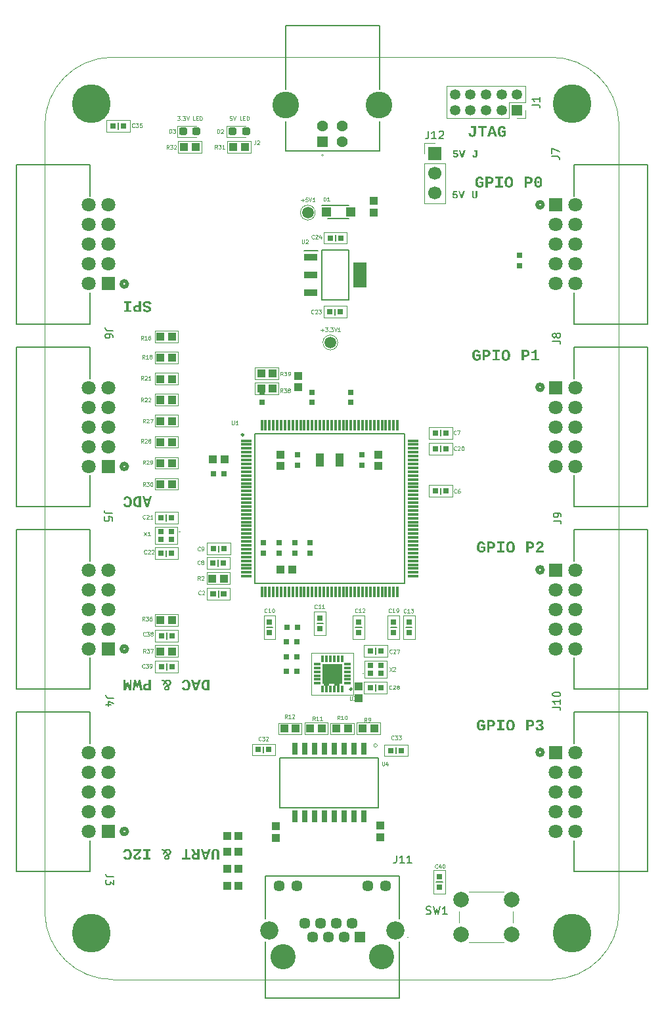
<source format=gbr>
%TF.GenerationSoftware,KiCad,Pcbnew,9.0.6*%
%TF.CreationDate,2025-12-23T15:44:34+05:30*%
%TF.ProjectId,SimsBharath_DAQ,53696d73-4268-4617-9261-74685f444151,rev?*%
%TF.SameCoordinates,Original*%
%TF.FileFunction,Legend,Top*%
%TF.FilePolarity,Positive*%
%FSLAX46Y46*%
G04 Gerber Fmt 4.6, Leading zero omitted, Abs format (unit mm)*
G04 Created by KiCad (PCBNEW 9.0.6) date 2025-12-23 15:44:34*
%MOMM*%
%LPD*%
G01*
G04 APERTURE LIST*
G04 Aperture macros list*
%AMRoundRect*
0 Rectangle with rounded corners*
0 $1 Rounding radius*
0 $2 $3 $4 $5 $6 $7 $8 $9 X,Y pos of 4 corners*
0 Add a 4 corners polygon primitive as box body*
4,1,4,$2,$3,$4,$5,$6,$7,$8,$9,$2,$3,0*
0 Add four circle primitives for the rounded corners*
1,1,$1+$1,$2,$3*
1,1,$1+$1,$4,$5*
1,1,$1+$1,$6,$7*
1,1,$1+$1,$8,$9*
0 Add four rect primitives between the rounded corners*
20,1,$1+$1,$2,$3,$4,$5,0*
20,1,$1+$1,$4,$5,$6,$7,0*
20,1,$1+$1,$6,$7,$8,$9,0*
20,1,$1+$1,$8,$9,$2,$3,0*%
G04 Aperture macros list end*
%ADD10C,0.250000*%
%ADD11C,0.300000*%
%ADD12C,0.150000*%
%ADD13C,0.100000*%
%ADD14C,0.200000*%
%ADD15C,0.152400*%
%ADD16C,0.508000*%
%ADD17C,0.120000*%
%ADD18R,1.000000X1.000000*%
%ADD19R,1.701800X1.701800*%
%ADD20C,1.800000*%
%ADD21C,3.500000*%
%ADD22C,5.000000*%
%ADD23R,1.700000X1.700000*%
%ADD24C,1.700000*%
%ADD25C,2.000000*%
%ADD26R,1.431000X1.431000*%
%ADD27C,1.431000*%
%ADD28C,3.450000*%
%ADD29C,3.250000*%
%ADD30R,1.446000X1.446000*%
%ADD31C,1.446000*%
%ADD32C,2.355000*%
%ADD33R,1.350000X1.350000*%
%ADD34C,1.350000*%
%ADD35R,0.650000X0.700000*%
%ADD36R,0.700000X0.650000*%
%ADD37R,1.000000X1.800000*%
%ADD38R,0.750000X0.700000*%
%ADD39R,0.850000X0.300000*%
%ADD40R,0.300000X0.850000*%
%ADD41R,2.600000X2.600000*%
%ADD42R,1.475000X0.300000*%
%ADD43R,0.300000X1.475000*%
%ADD44C,1.500000*%
%ADD45R,1.200000X1.220000*%
%ADD46R,1.750000X0.950000*%
%ADD47R,1.750000X3.250000*%
%ADD48RoundRect,0.237500X-0.287500X-0.237500X0.287500X-0.237500X0.287500X0.237500X-0.287500X0.237500X0*%
%ADD49R,0.800000X1.645000*%
%TA.AperFunction,Profile*%
%ADD50C,0.050000*%
%TD*%
G04 APERTURE END LIST*
D10*
G36*
X147217166Y-55430849D02*
G01*
X147212211Y-55493641D01*
X147197870Y-55549800D01*
X147174485Y-55600476D01*
X147142050Y-55645609D01*
X147101174Y-55683595D01*
X147050837Y-55714904D01*
X146995474Y-55736996D01*
X146932509Y-55750799D01*
X146860572Y-55755631D01*
X146787735Y-55751038D01*
X146725899Y-55738114D01*
X146673350Y-55717786D01*
X146628663Y-55690479D01*
X146589921Y-55654940D01*
X146559216Y-55612389D01*
X146536173Y-55561802D01*
X146521074Y-55501680D01*
X146712988Y-55485987D01*
X146726415Y-55525002D01*
X146744251Y-55554133D01*
X146766233Y-55575319D01*
X146793040Y-55590472D01*
X146824767Y-55599936D01*
X146862587Y-55603285D01*
X146909893Y-55597995D01*
X146947637Y-55583193D01*
X146977991Y-55559321D01*
X147000341Y-55527590D01*
X147014540Y-55486983D01*
X147019696Y-55434940D01*
X147014865Y-55388889D01*
X147001281Y-55351385D01*
X146979396Y-55320573D01*
X146949968Y-55297297D01*
X146913127Y-55282831D01*
X146866678Y-55277648D01*
X146816483Y-55284794D01*
X146773655Y-55305671D01*
X146736252Y-55341395D01*
X146549040Y-55341395D01*
X146582501Y-54817739D01*
X147161113Y-54817739D01*
X147161113Y-54960498D01*
X146756707Y-54960498D01*
X146741015Y-55184042D01*
X146790514Y-55150298D01*
X146847864Y-55129730D01*
X146915221Y-55122554D01*
X146982877Y-55128268D01*
X147040948Y-55144552D01*
X147091182Y-55170768D01*
X147134856Y-55207184D01*
X147170181Y-55251813D01*
X147195707Y-55303051D01*
X147211591Y-55362165D01*
X147217166Y-55430849D01*
G37*
G36*
X147812508Y-55740000D02*
G01*
X147608260Y-55740000D01*
X147291294Y-54817739D01*
X147501648Y-54817739D01*
X147660833Y-55347562D01*
X147711392Y-55529401D01*
X147725741Y-55470600D01*
X147760607Y-55347562D01*
X147919059Y-54817739D01*
X148127398Y-54817739D01*
X147812508Y-55740000D01*
G37*
G36*
X149376823Y-55755631D02*
G01*
X149292710Y-55748933D01*
X149226116Y-55730539D01*
X149173510Y-55702081D01*
X149132274Y-55663857D01*
X149101298Y-55616657D01*
X149077377Y-55555863D01*
X149061572Y-55478317D01*
X149055765Y-55380230D01*
X149055765Y-54817739D01*
X149257327Y-54817739D01*
X149257327Y-55378459D01*
X149261282Y-55459155D01*
X149271264Y-55513387D01*
X149284987Y-55548147D01*
X149307371Y-55575177D01*
X149338754Y-55591780D01*
X149382318Y-55597850D01*
X149426709Y-55591564D01*
X149460170Y-55574046D01*
X149485450Y-55545094D01*
X149501589Y-55508076D01*
X149513076Y-55452375D01*
X149517568Y-55371620D01*
X149517568Y-54817739D01*
X149719068Y-54817739D01*
X149719068Y-55369911D01*
X149712747Y-55469592D01*
X149695469Y-55548891D01*
X149669128Y-55611579D01*
X149634682Y-55660743D01*
X149589612Y-55700451D01*
X149533384Y-55729893D01*
X149463545Y-55748796D01*
X149376823Y-55755631D01*
G37*
G36*
X147277166Y-50160849D02*
G01*
X147272211Y-50223641D01*
X147257870Y-50279800D01*
X147234485Y-50330476D01*
X147202050Y-50375609D01*
X147161174Y-50413595D01*
X147110837Y-50444904D01*
X147055474Y-50466996D01*
X146992509Y-50480799D01*
X146920572Y-50485631D01*
X146847735Y-50481038D01*
X146785899Y-50468114D01*
X146733350Y-50447786D01*
X146688663Y-50420479D01*
X146649921Y-50384940D01*
X146619216Y-50342389D01*
X146596173Y-50291802D01*
X146581074Y-50231680D01*
X146772988Y-50215987D01*
X146786415Y-50255002D01*
X146804251Y-50284133D01*
X146826233Y-50305319D01*
X146853040Y-50320472D01*
X146884767Y-50329936D01*
X146922587Y-50333285D01*
X146969893Y-50327995D01*
X147007637Y-50313193D01*
X147037991Y-50289321D01*
X147060341Y-50257590D01*
X147074540Y-50216983D01*
X147079696Y-50164940D01*
X147074865Y-50118889D01*
X147061281Y-50081385D01*
X147039396Y-50050573D01*
X147009968Y-50027297D01*
X146973127Y-50012831D01*
X146926678Y-50007648D01*
X146876483Y-50014794D01*
X146833655Y-50035671D01*
X146796252Y-50071395D01*
X146609040Y-50071395D01*
X146642501Y-49547739D01*
X147221113Y-49547739D01*
X147221113Y-49690498D01*
X146816707Y-49690498D01*
X146801015Y-49914042D01*
X146850514Y-49880298D01*
X146907864Y-49859730D01*
X146975221Y-49852554D01*
X147042877Y-49858268D01*
X147100948Y-49874552D01*
X147151182Y-49900768D01*
X147194856Y-49937184D01*
X147230181Y-49981813D01*
X147255707Y-50033051D01*
X147271591Y-50092165D01*
X147277166Y-50160849D01*
G37*
G36*
X147872508Y-50470000D02*
G01*
X147668260Y-50470000D01*
X147351294Y-49547739D01*
X147561648Y-49547739D01*
X147720833Y-50077562D01*
X147771392Y-50259401D01*
X147785741Y-50200600D01*
X147820607Y-50077562D01*
X147979059Y-49547739D01*
X148187398Y-49547739D01*
X147872508Y-50470000D01*
G37*
G36*
X149412948Y-50485631D02*
G01*
X149346467Y-50480543D01*
X149289590Y-50466107D01*
X149240671Y-50443063D01*
X149198442Y-50411442D01*
X149163227Y-50372121D01*
X149134498Y-50324470D01*
X149112331Y-50267129D01*
X149097325Y-50198340D01*
X149296139Y-50169092D01*
X149308305Y-50221824D01*
X149323353Y-50260666D01*
X149340530Y-50288527D01*
X149363202Y-50310968D01*
X149387474Y-50323642D01*
X149414291Y-50327850D01*
X149445500Y-50323279D01*
X149471472Y-50310018D01*
X149493548Y-50287367D01*
X149508959Y-50258843D01*
X149519140Y-50221050D01*
X149522918Y-50171413D01*
X149522918Y-49705519D01*
X149317327Y-49705519D01*
X149317327Y-49547739D01*
X149723747Y-49547739D01*
X149723747Y-50166406D01*
X149718003Y-50240639D01*
X149701817Y-50303131D01*
X149676143Y-50355954D01*
X149641071Y-50400696D01*
X149597293Y-50436902D01*
X149545784Y-50463241D01*
X149485019Y-50479776D01*
X149412948Y-50485631D01*
G37*
D11*
G36*
X149077939Y-47808447D02*
G01*
X148978218Y-47800814D01*
X148892902Y-47779161D01*
X148819523Y-47744595D01*
X148756180Y-47697164D01*
X148703358Y-47638181D01*
X148660264Y-47566705D01*
X148627014Y-47480693D01*
X148604505Y-47377511D01*
X148902725Y-47333639D01*
X148920975Y-47412736D01*
X148943547Y-47470999D01*
X148969312Y-47512791D01*
X149003321Y-47546453D01*
X149039728Y-47565464D01*
X149079954Y-47571775D01*
X149126767Y-47564919D01*
X149165725Y-47545028D01*
X149198839Y-47511051D01*
X149221956Y-47468265D01*
X149237227Y-47411575D01*
X149242895Y-47337119D01*
X149242895Y-46638279D01*
X148934508Y-46638279D01*
X148934508Y-46401608D01*
X149544138Y-46401608D01*
X149544138Y-47329609D01*
X149535522Y-47440959D01*
X149511243Y-47534696D01*
X149472732Y-47613931D01*
X149420123Y-47681044D01*
X149354457Y-47735353D01*
X149277194Y-47774862D01*
X149186046Y-47799665D01*
X149077939Y-47808447D01*
G37*
G36*
X150539641Y-46635257D02*
G01*
X150539641Y-47785000D01*
X150237390Y-47785000D01*
X150237390Y-46635257D01*
X149821292Y-46635257D01*
X149821292Y-46401608D01*
X150955648Y-46401608D01*
X150955648Y-46635257D01*
X150539641Y-46635257D01*
G37*
G36*
X152276940Y-47785000D02*
G01*
X151975697Y-47785000D01*
X151881450Y-47443914D01*
X151414244Y-47443914D01*
X151319905Y-47785000D01*
X151017655Y-47785000D01*
X151204226Y-47216402D01*
X151477717Y-47216402D01*
X151817886Y-47216402D01*
X151676927Y-46712377D01*
X151647801Y-46587629D01*
X151617576Y-46715949D01*
X151477717Y-47216402D01*
X151204226Y-47216402D01*
X151471580Y-46401608D01*
X151824114Y-46401608D01*
X152276940Y-47785000D01*
G37*
G36*
X153432362Y-47598978D02*
G01*
X153326543Y-47678317D01*
X153224015Y-47736964D01*
X153123945Y-47777207D01*
X153025353Y-47800709D01*
X152927145Y-47808447D01*
X152821115Y-47800340D01*
X152728229Y-47777104D01*
X152646289Y-47739626D01*
X152573590Y-47687775D01*
X152509032Y-47620410D01*
X152457905Y-47544554D01*
X152416543Y-47455773D01*
X152385401Y-47352077D01*
X152365516Y-47231088D01*
X152358456Y-47090098D01*
X152367616Y-46922664D01*
X152392876Y-46786111D01*
X152431571Y-46675392D01*
X152482030Y-46586182D01*
X152543694Y-46515053D01*
X152617166Y-46459664D01*
X152704158Y-46418943D01*
X152807343Y-46393183D01*
X152930168Y-46384023D01*
X153022020Y-46390543D01*
X153101599Y-46409109D01*
X153170872Y-46438776D01*
X153231411Y-46479369D01*
X153283461Y-46530178D01*
X153329651Y-46593868D01*
X153369891Y-46672424D01*
X153403602Y-46768339D01*
X153122875Y-46823660D01*
X153093936Y-46742180D01*
X153060307Y-46686240D01*
X153022862Y-46649825D01*
X152981122Y-46628876D01*
X152933282Y-46621793D01*
X152866748Y-46629174D01*
X152812246Y-46650040D01*
X152767104Y-46683970D01*
X152729858Y-46732527D01*
X152697105Y-46809815D01*
X152673878Y-46924836D01*
X152664829Y-47090098D01*
X152673834Y-47241972D01*
X152697862Y-47356925D01*
X152733430Y-47442632D01*
X152773154Y-47497844D01*
X152820192Y-47535725D01*
X152875791Y-47558635D01*
X152942533Y-47566646D01*
X152996896Y-47561715D01*
X153054732Y-47546313D01*
X153109557Y-47522054D01*
X153155665Y-47491359D01*
X153155665Y-47252214D01*
X152874938Y-47252214D01*
X152874938Y-47028824D01*
X153432362Y-47028824D01*
X153432362Y-47598978D01*
G37*
G36*
X150745879Y-124208978D02*
G01*
X150640060Y-124288317D01*
X150537532Y-124346964D01*
X150437462Y-124387207D01*
X150338871Y-124410709D01*
X150240662Y-124418447D01*
X150134632Y-124410340D01*
X150041746Y-124387104D01*
X149959806Y-124349626D01*
X149887108Y-124297775D01*
X149822549Y-124230410D01*
X149771422Y-124154554D01*
X149730060Y-124065773D01*
X149698919Y-123962077D01*
X149679033Y-123841088D01*
X149671974Y-123700098D01*
X149681133Y-123532664D01*
X149706394Y-123396111D01*
X149745088Y-123285392D01*
X149795547Y-123196182D01*
X149857211Y-123125053D01*
X149930683Y-123069664D01*
X150017675Y-123028943D01*
X150120861Y-123003183D01*
X150243685Y-122994023D01*
X150335537Y-123000543D01*
X150415116Y-123019109D01*
X150484389Y-123048776D01*
X150544928Y-123089369D01*
X150596978Y-123140178D01*
X150643168Y-123203868D01*
X150683408Y-123282424D01*
X150717119Y-123378339D01*
X150436393Y-123433660D01*
X150407453Y-123352180D01*
X150373824Y-123296240D01*
X150336379Y-123259825D01*
X150294639Y-123238876D01*
X150246799Y-123231793D01*
X150180265Y-123239174D01*
X150125763Y-123260040D01*
X150080621Y-123293970D01*
X150043375Y-123342527D01*
X150010622Y-123419815D01*
X149987395Y-123534836D01*
X149978346Y-123700098D01*
X149987351Y-123851972D01*
X150011379Y-123966925D01*
X150046947Y-124052632D01*
X150086671Y-124107844D01*
X150133709Y-124145725D01*
X150189308Y-124168635D01*
X150256050Y-124176646D01*
X150310413Y-124171715D01*
X150368249Y-124156313D01*
X150423074Y-124132054D01*
X150469182Y-124101359D01*
X150469182Y-123862214D01*
X150188456Y-123862214D01*
X150188456Y-123638824D01*
X150745879Y-123638824D01*
X150745879Y-124208978D01*
G37*
G36*
X151613751Y-123019818D02*
G01*
X151722390Y-123042461D01*
X151810324Y-123077277D01*
X151881150Y-123123074D01*
X151940155Y-123183542D01*
X151982756Y-123256209D01*
X152009485Y-123343571D01*
X152018995Y-123449230D01*
X152011717Y-123539257D01*
X151990693Y-123619334D01*
X151956438Y-123691214D01*
X151909101Y-123754838D01*
X151849367Y-123808217D01*
X151775637Y-123851956D01*
X151694854Y-123882416D01*
X151601186Y-123901667D01*
X151492346Y-123908468D01*
X151290479Y-123908468D01*
X151290479Y-124395000D01*
X150988229Y-124395000D01*
X150988229Y-123675826D01*
X151290479Y-123675826D01*
X151454427Y-123675826D01*
X151543051Y-123668417D01*
X151606885Y-123648857D01*
X151652081Y-123619681D01*
X151685733Y-123578280D01*
X151706934Y-123524453D01*
X151714637Y-123454359D01*
X151706185Y-123382780D01*
X151683386Y-123331106D01*
X151647501Y-123294166D01*
X151600203Y-123269346D01*
X151534895Y-123252590D01*
X151446184Y-123246264D01*
X151290479Y-123246264D01*
X151290479Y-123675826D01*
X150988229Y-123675826D01*
X150988229Y-123011608D01*
X151480073Y-123011608D01*
X151613751Y-123019818D01*
G37*
G36*
X152268489Y-123011608D02*
G01*
X153207114Y-123011608D01*
X153207114Y-123245257D01*
X152888469Y-123245257D01*
X152888469Y-124161351D01*
X153207114Y-124161351D01*
X153207114Y-124395000D01*
X152268489Y-124395000D01*
X152268489Y-124161351D01*
X152587226Y-124161351D01*
X152587226Y-123245257D01*
X152268489Y-123245257D01*
X152268489Y-123011608D01*
G37*
G36*
X154104002Y-123001849D02*
G01*
X154196710Y-123024123D01*
X154277227Y-123059730D01*
X154347437Y-123108526D01*
X154408606Y-123171343D01*
X154456422Y-123242335D01*
X154495670Y-123328138D01*
X154525656Y-123431295D01*
X154545068Y-123554818D01*
X154552037Y-123702113D01*
X154545113Y-123849166D01*
X154525780Y-123973141D01*
X154495839Y-124077281D01*
X154456556Y-124164456D01*
X154408606Y-124237096D01*
X154347220Y-124301529D01*
X154276882Y-124351444D01*
X154196356Y-124387784D01*
X154103767Y-124410479D01*
X153996721Y-124418447D01*
X153889689Y-124410485D01*
X153797039Y-124387799D01*
X153716391Y-124351464D01*
X153645884Y-124301544D01*
X153584286Y-124237096D01*
X153536134Y-124164424D01*
X153496700Y-124077231D01*
X153466652Y-123973090D01*
X153447252Y-123849131D01*
X153440305Y-123702113D01*
X153746677Y-123702113D01*
X153755129Y-123859411D01*
X153777380Y-123975462D01*
X153809692Y-124059227D01*
X153846583Y-124114171D01*
X153889241Y-124151141D01*
X153938555Y-124173094D01*
X153996721Y-124180676D01*
X154054831Y-124173089D01*
X154104012Y-124151132D01*
X154146474Y-124114168D01*
X154183108Y-124059227D01*
X154215176Y-123975494D01*
X154237271Y-123859443D01*
X154245665Y-123702113D01*
X154237890Y-123550564D01*
X154217368Y-123438441D01*
X154187551Y-123357427D01*
X154150665Y-123300515D01*
X154107439Y-123262340D01*
X154056941Y-123239658D01*
X153996721Y-123231793D01*
X153936162Y-123239678D01*
X153885407Y-123262408D01*
X153841990Y-123300639D01*
X153804967Y-123357591D01*
X153775053Y-123438610D01*
X153754473Y-123550684D01*
X153746677Y-123702113D01*
X153440305Y-123702113D01*
X153447297Y-123554853D01*
X153466776Y-123431347D01*
X153496870Y-123328189D01*
X153536268Y-123242367D01*
X153584286Y-123171343D01*
X153645666Y-123108511D01*
X153716046Y-123059710D01*
X153796686Y-123024107D01*
X153889455Y-123001843D01*
X153996721Y-122994023D01*
X154104002Y-123001849D01*
G37*
G36*
X156649061Y-123019818D02*
G01*
X156757701Y-123042461D01*
X156845634Y-123077277D01*
X156916461Y-123123074D01*
X156975466Y-123183542D01*
X157018066Y-123256209D01*
X157044795Y-123343571D01*
X157054305Y-123449230D01*
X157047028Y-123539257D01*
X157026004Y-123619334D01*
X156991748Y-123691214D01*
X156944411Y-123754838D01*
X156884677Y-123808217D01*
X156810948Y-123851956D01*
X156730164Y-123882416D01*
X156636497Y-123901667D01*
X156527657Y-123908468D01*
X156325790Y-123908468D01*
X156325790Y-124395000D01*
X156023539Y-124395000D01*
X156023539Y-123675826D01*
X156325790Y-123675826D01*
X156489738Y-123675826D01*
X156578362Y-123668417D01*
X156642196Y-123648857D01*
X156687391Y-123619681D01*
X156721044Y-123578280D01*
X156742245Y-123524453D01*
X156749948Y-123454359D01*
X156741496Y-123382780D01*
X156718696Y-123331106D01*
X156682812Y-123294166D01*
X156635514Y-123269346D01*
X156570205Y-123252590D01*
X156481495Y-123246264D01*
X156325790Y-123246264D01*
X156325790Y-123675826D01*
X156023539Y-123675826D01*
X156023539Y-123011608D01*
X156515383Y-123011608D01*
X156649061Y-123019818D01*
G37*
G36*
X158295730Y-124011874D02*
G01*
X158286487Y-124105567D01*
X158260141Y-124184957D01*
X158217353Y-124252963D01*
X158156878Y-124311468D01*
X158085600Y-124355920D01*
X157999833Y-124389317D01*
X157896788Y-124410761D01*
X157773112Y-124418447D01*
X157654228Y-124411152D01*
X157554256Y-124390721D01*
X157470212Y-124358778D01*
X157399603Y-124316140D01*
X157338595Y-124260175D01*
X157291670Y-124193498D01*
X157258052Y-124114439D01*
X157238220Y-124020484D01*
X157531311Y-123995021D01*
X157549635Y-124064491D01*
X157581362Y-124115590D01*
X157626586Y-124152354D01*
X157688354Y-124176026D01*
X157772104Y-124184798D01*
X157842140Y-124178431D01*
X157897078Y-124160928D01*
X157940174Y-124133599D01*
X157973448Y-124095850D01*
X157993557Y-124050226D01*
X158000624Y-123994289D01*
X157992190Y-123939567D01*
X157967902Y-123895524D01*
X157926344Y-123859467D01*
X157874578Y-123835196D01*
X157805272Y-123818928D01*
X157713669Y-123812847D01*
X157613285Y-123812847D01*
X157613285Y-123580205D01*
X157707533Y-123580205D01*
X157789828Y-123574045D01*
X157852461Y-123557459D01*
X157899691Y-123532395D01*
X157937067Y-123496253D01*
X157959146Y-123452712D01*
X157966827Y-123399313D01*
X157960459Y-123350416D01*
X157942014Y-123308891D01*
X157910956Y-123272917D01*
X157871135Y-123246236D01*
X157822275Y-123229524D01*
X157761938Y-123223550D01*
X157704446Y-123228565D01*
X157656516Y-123242692D01*
X157616308Y-123265224D01*
X157584564Y-123297021D01*
X157562566Y-123340021D01*
X157550820Y-123397481D01*
X157262858Y-123376965D01*
X157281807Y-123287759D01*
X157314051Y-123212187D01*
X157359215Y-123147963D01*
X157418105Y-123093582D01*
X157486293Y-123051688D01*
X157565757Y-123020639D01*
X157658508Y-123000982D01*
X157766975Y-122994023D01*
X157867336Y-122999590D01*
X157954307Y-123015364D01*
X158029750Y-123040276D01*
X158099952Y-123076400D01*
X158155997Y-123119631D01*
X158199835Y-123170061D01*
X158232386Y-123228208D01*
X158252065Y-123292175D01*
X158258819Y-123363501D01*
X158249582Y-123444440D01*
X158222965Y-123513682D01*
X158178860Y-123573886D01*
X158120831Y-123622003D01*
X158045938Y-123659925D01*
X157950432Y-123686817D01*
X157950432Y-123690847D01*
X158054291Y-123711927D01*
X158137349Y-123747128D01*
X158203498Y-123795353D01*
X158254762Y-123857713D01*
X158285235Y-123928923D01*
X158295730Y-124011874D01*
G37*
G36*
X150755879Y-101218978D02*
G01*
X150650060Y-101298317D01*
X150547532Y-101356964D01*
X150447462Y-101397207D01*
X150348871Y-101420709D01*
X150250662Y-101428447D01*
X150144632Y-101420340D01*
X150051746Y-101397104D01*
X149969806Y-101359626D01*
X149897108Y-101307775D01*
X149832549Y-101240410D01*
X149781422Y-101164554D01*
X149740060Y-101075773D01*
X149708919Y-100972077D01*
X149689033Y-100851088D01*
X149681974Y-100710098D01*
X149691133Y-100542664D01*
X149716394Y-100406111D01*
X149755088Y-100295392D01*
X149805547Y-100206182D01*
X149867211Y-100135053D01*
X149940683Y-100079664D01*
X150027675Y-100038943D01*
X150130861Y-100013183D01*
X150253685Y-100004023D01*
X150345537Y-100010543D01*
X150425116Y-100029109D01*
X150494389Y-100058776D01*
X150554928Y-100099369D01*
X150606978Y-100150178D01*
X150653168Y-100213868D01*
X150693408Y-100292424D01*
X150727119Y-100388339D01*
X150446393Y-100443660D01*
X150417453Y-100362180D01*
X150383824Y-100306240D01*
X150346379Y-100269825D01*
X150304639Y-100248876D01*
X150256799Y-100241793D01*
X150190265Y-100249174D01*
X150135763Y-100270040D01*
X150090621Y-100303970D01*
X150053375Y-100352527D01*
X150020622Y-100429815D01*
X149997395Y-100544836D01*
X149988346Y-100710098D01*
X149997351Y-100861972D01*
X150021379Y-100976925D01*
X150056947Y-101062632D01*
X150096671Y-101117844D01*
X150143709Y-101155725D01*
X150199308Y-101178635D01*
X150266050Y-101186646D01*
X150320413Y-101181715D01*
X150378249Y-101166313D01*
X150433074Y-101142054D01*
X150479182Y-101111359D01*
X150479182Y-100872214D01*
X150198456Y-100872214D01*
X150198456Y-100648824D01*
X150755879Y-100648824D01*
X150755879Y-101218978D01*
G37*
G36*
X151623751Y-100029818D02*
G01*
X151732390Y-100052461D01*
X151820324Y-100087277D01*
X151891150Y-100133074D01*
X151950155Y-100193542D01*
X151992756Y-100266209D01*
X152019485Y-100353571D01*
X152028995Y-100459230D01*
X152021717Y-100549257D01*
X152000693Y-100629334D01*
X151966438Y-100701214D01*
X151919101Y-100764838D01*
X151859367Y-100818217D01*
X151785637Y-100861956D01*
X151704854Y-100892416D01*
X151611186Y-100911667D01*
X151502346Y-100918468D01*
X151300479Y-100918468D01*
X151300479Y-101405000D01*
X150998229Y-101405000D01*
X150998229Y-100685826D01*
X151300479Y-100685826D01*
X151464427Y-100685826D01*
X151553051Y-100678417D01*
X151616885Y-100658857D01*
X151662081Y-100629681D01*
X151695733Y-100588280D01*
X151716934Y-100534453D01*
X151724637Y-100464359D01*
X151716185Y-100392780D01*
X151693386Y-100341106D01*
X151657501Y-100304166D01*
X151610203Y-100279346D01*
X151544895Y-100262590D01*
X151456184Y-100256264D01*
X151300479Y-100256264D01*
X151300479Y-100685826D01*
X150998229Y-100685826D01*
X150998229Y-100021608D01*
X151490073Y-100021608D01*
X151623751Y-100029818D01*
G37*
G36*
X152278489Y-100021608D02*
G01*
X153217114Y-100021608D01*
X153217114Y-100255257D01*
X152898469Y-100255257D01*
X152898469Y-101171351D01*
X153217114Y-101171351D01*
X153217114Y-101405000D01*
X152278489Y-101405000D01*
X152278489Y-101171351D01*
X152597226Y-101171351D01*
X152597226Y-100255257D01*
X152278489Y-100255257D01*
X152278489Y-100021608D01*
G37*
G36*
X154114002Y-100011849D02*
G01*
X154206710Y-100034123D01*
X154287227Y-100069730D01*
X154357437Y-100118526D01*
X154418606Y-100181343D01*
X154466422Y-100252335D01*
X154505670Y-100338138D01*
X154535656Y-100441295D01*
X154555068Y-100564818D01*
X154562037Y-100712113D01*
X154555113Y-100859166D01*
X154535780Y-100983141D01*
X154505839Y-101087281D01*
X154466556Y-101174456D01*
X154418606Y-101247096D01*
X154357220Y-101311529D01*
X154286882Y-101361444D01*
X154206356Y-101397784D01*
X154113767Y-101420479D01*
X154006721Y-101428447D01*
X153899689Y-101420485D01*
X153807039Y-101397799D01*
X153726391Y-101361464D01*
X153655884Y-101311544D01*
X153594286Y-101247096D01*
X153546134Y-101174424D01*
X153506700Y-101087231D01*
X153476652Y-100983090D01*
X153457252Y-100859131D01*
X153450305Y-100712113D01*
X153756677Y-100712113D01*
X153765129Y-100869411D01*
X153787380Y-100985462D01*
X153819692Y-101069227D01*
X153856583Y-101124171D01*
X153899241Y-101161141D01*
X153948555Y-101183094D01*
X154006721Y-101190676D01*
X154064831Y-101183089D01*
X154114012Y-101161132D01*
X154156474Y-101124168D01*
X154193108Y-101069227D01*
X154225176Y-100985494D01*
X154247271Y-100869443D01*
X154255665Y-100712113D01*
X154247890Y-100560564D01*
X154227368Y-100448441D01*
X154197551Y-100367427D01*
X154160665Y-100310515D01*
X154117439Y-100272340D01*
X154066941Y-100249658D01*
X154006721Y-100241793D01*
X153946162Y-100249678D01*
X153895407Y-100272408D01*
X153851990Y-100310639D01*
X153814967Y-100367591D01*
X153785053Y-100448610D01*
X153764473Y-100560684D01*
X153756677Y-100712113D01*
X153450305Y-100712113D01*
X153457297Y-100564853D01*
X153476776Y-100441347D01*
X153506870Y-100338189D01*
X153546268Y-100252367D01*
X153594286Y-100181343D01*
X153655666Y-100118511D01*
X153726046Y-100069710D01*
X153806686Y-100034107D01*
X153899455Y-100011843D01*
X154006721Y-100004023D01*
X154114002Y-100011849D01*
G37*
G36*
X156659061Y-100029818D02*
G01*
X156767701Y-100052461D01*
X156855634Y-100087277D01*
X156926461Y-100133074D01*
X156985466Y-100193542D01*
X157028066Y-100266209D01*
X157054795Y-100353571D01*
X157064305Y-100459230D01*
X157057028Y-100549257D01*
X157036004Y-100629334D01*
X157001748Y-100701214D01*
X156954411Y-100764838D01*
X156894677Y-100818217D01*
X156820948Y-100861956D01*
X156740164Y-100892416D01*
X156646497Y-100911667D01*
X156537657Y-100918468D01*
X156335790Y-100918468D01*
X156335790Y-101405000D01*
X156033539Y-101405000D01*
X156033539Y-100685826D01*
X156335790Y-100685826D01*
X156499738Y-100685826D01*
X156588362Y-100678417D01*
X156652196Y-100658857D01*
X156697391Y-100629681D01*
X156731044Y-100588280D01*
X156752245Y-100534453D01*
X156759948Y-100464359D01*
X156751496Y-100392780D01*
X156728696Y-100341106D01*
X156692812Y-100304166D01*
X156645514Y-100279346D01*
X156580205Y-100262590D01*
X156491495Y-100256264D01*
X156335790Y-100256264D01*
X156335790Y-100685826D01*
X156033539Y-100685826D01*
X156033539Y-100021608D01*
X156525383Y-100021608D01*
X156659061Y-100029818D01*
G37*
G36*
X157278995Y-101405000D02*
G01*
X157278995Y-101205148D01*
X157339456Y-101095186D01*
X157424991Y-100979925D01*
X157533300Y-100866146D01*
X157701138Y-100719898D01*
X157829332Y-100612123D01*
X157884503Y-100560530D01*
X157923088Y-100515870D01*
X157950632Y-100475167D01*
X157968863Y-100432820D01*
X157974720Y-100390903D01*
X157969022Y-100344064D01*
X157952924Y-100306301D01*
X157926543Y-100275498D01*
X157891983Y-100253354D01*
X157845974Y-100238899D01*
X157785127Y-100233550D01*
X157725617Y-100239696D01*
X157679706Y-100256582D01*
X157644260Y-100283192D01*
X157617145Y-100319117D01*
X157595823Y-100367609D01*
X157581245Y-100431936D01*
X157291268Y-100415541D01*
X157311140Y-100316789D01*
X157343179Y-100234528D01*
X157386540Y-100166071D01*
X157441386Y-100109444D01*
X157506462Y-100065140D01*
X157583500Y-100032303D01*
X157674776Y-100011445D01*
X157783112Y-100004023D01*
X157895520Y-100011245D01*
X157990083Y-100031495D01*
X158069672Y-100063236D01*
X158136653Y-100105780D01*
X158193917Y-100161323D01*
X158233979Y-100224112D01*
X158258346Y-100295615D01*
X158266804Y-100378172D01*
X158259290Y-100450435D01*
X158236363Y-100522421D01*
X158196554Y-100595426D01*
X158145585Y-100662193D01*
X158076473Y-100733706D01*
X157985986Y-100810573D01*
X157804768Y-100954882D01*
X157718540Y-101031400D01*
X157657910Y-101101396D01*
X157619164Y-101168328D01*
X158289336Y-101168328D01*
X158289336Y-101405000D01*
X157278995Y-101405000D01*
G37*
G36*
X150155879Y-76478978D02*
G01*
X150050060Y-76558317D01*
X149947532Y-76616964D01*
X149847462Y-76657207D01*
X149748871Y-76680709D01*
X149650662Y-76688447D01*
X149544632Y-76680340D01*
X149451746Y-76657104D01*
X149369806Y-76619626D01*
X149297108Y-76567775D01*
X149232549Y-76500410D01*
X149181422Y-76424554D01*
X149140060Y-76335773D01*
X149108919Y-76232077D01*
X149089033Y-76111088D01*
X149081974Y-75970098D01*
X149091133Y-75802664D01*
X149116394Y-75666111D01*
X149155088Y-75555392D01*
X149205547Y-75466182D01*
X149267211Y-75395053D01*
X149340683Y-75339664D01*
X149427675Y-75298943D01*
X149530861Y-75273183D01*
X149653685Y-75264023D01*
X149745537Y-75270543D01*
X149825116Y-75289109D01*
X149894389Y-75318776D01*
X149954928Y-75359369D01*
X150006978Y-75410178D01*
X150053168Y-75473868D01*
X150093408Y-75552424D01*
X150127119Y-75648339D01*
X149846393Y-75703660D01*
X149817453Y-75622180D01*
X149783824Y-75566240D01*
X149746379Y-75529825D01*
X149704639Y-75508876D01*
X149656799Y-75501793D01*
X149590265Y-75509174D01*
X149535763Y-75530040D01*
X149490621Y-75563970D01*
X149453375Y-75612527D01*
X149420622Y-75689815D01*
X149397395Y-75804836D01*
X149388346Y-75970098D01*
X149397351Y-76121972D01*
X149421379Y-76236925D01*
X149456947Y-76322632D01*
X149496671Y-76377844D01*
X149543709Y-76415725D01*
X149599308Y-76438635D01*
X149666050Y-76446646D01*
X149720413Y-76441715D01*
X149778249Y-76426313D01*
X149833074Y-76402054D01*
X149879182Y-76371359D01*
X149879182Y-76132214D01*
X149598456Y-76132214D01*
X149598456Y-75908824D01*
X150155879Y-75908824D01*
X150155879Y-76478978D01*
G37*
G36*
X151023751Y-75289818D02*
G01*
X151132390Y-75312461D01*
X151220324Y-75347277D01*
X151291150Y-75393074D01*
X151350155Y-75453542D01*
X151392756Y-75526209D01*
X151419485Y-75613571D01*
X151428995Y-75719230D01*
X151421717Y-75809257D01*
X151400693Y-75889334D01*
X151366438Y-75961214D01*
X151319101Y-76024838D01*
X151259367Y-76078217D01*
X151185637Y-76121956D01*
X151104854Y-76152416D01*
X151011186Y-76171667D01*
X150902346Y-76178468D01*
X150700479Y-76178468D01*
X150700479Y-76665000D01*
X150398229Y-76665000D01*
X150398229Y-75945826D01*
X150700479Y-75945826D01*
X150864427Y-75945826D01*
X150953051Y-75938417D01*
X151016885Y-75918857D01*
X151062081Y-75889681D01*
X151095733Y-75848280D01*
X151116934Y-75794453D01*
X151124637Y-75724359D01*
X151116185Y-75652780D01*
X151093386Y-75601106D01*
X151057501Y-75564166D01*
X151010203Y-75539346D01*
X150944895Y-75522590D01*
X150856184Y-75516264D01*
X150700479Y-75516264D01*
X150700479Y-75945826D01*
X150398229Y-75945826D01*
X150398229Y-75281608D01*
X150890073Y-75281608D01*
X151023751Y-75289818D01*
G37*
G36*
X151678489Y-75281608D02*
G01*
X152617114Y-75281608D01*
X152617114Y-75515257D01*
X152298469Y-75515257D01*
X152298469Y-76431351D01*
X152617114Y-76431351D01*
X152617114Y-76665000D01*
X151678489Y-76665000D01*
X151678489Y-76431351D01*
X151997226Y-76431351D01*
X151997226Y-75515257D01*
X151678489Y-75515257D01*
X151678489Y-75281608D01*
G37*
G36*
X153514002Y-75271849D02*
G01*
X153606710Y-75294123D01*
X153687227Y-75329730D01*
X153757437Y-75378526D01*
X153818606Y-75441343D01*
X153866422Y-75512335D01*
X153905670Y-75598138D01*
X153935656Y-75701295D01*
X153955068Y-75824818D01*
X153962037Y-75972113D01*
X153955113Y-76119166D01*
X153935780Y-76243141D01*
X153905839Y-76347281D01*
X153866556Y-76434456D01*
X153818606Y-76507096D01*
X153757220Y-76571529D01*
X153686882Y-76621444D01*
X153606356Y-76657784D01*
X153513767Y-76680479D01*
X153406721Y-76688447D01*
X153299689Y-76680485D01*
X153207039Y-76657799D01*
X153126391Y-76621464D01*
X153055884Y-76571544D01*
X152994286Y-76507096D01*
X152946134Y-76434424D01*
X152906700Y-76347231D01*
X152876652Y-76243090D01*
X152857252Y-76119131D01*
X152850305Y-75972113D01*
X153156677Y-75972113D01*
X153165129Y-76129411D01*
X153187380Y-76245462D01*
X153219692Y-76329227D01*
X153256583Y-76384171D01*
X153299241Y-76421141D01*
X153348555Y-76443094D01*
X153406721Y-76450676D01*
X153464831Y-76443089D01*
X153514012Y-76421132D01*
X153556474Y-76384168D01*
X153593108Y-76329227D01*
X153625176Y-76245494D01*
X153647271Y-76129443D01*
X153655665Y-75972113D01*
X153647890Y-75820564D01*
X153627368Y-75708441D01*
X153597551Y-75627427D01*
X153560665Y-75570515D01*
X153517439Y-75532340D01*
X153466941Y-75509658D01*
X153406721Y-75501793D01*
X153346162Y-75509678D01*
X153295407Y-75532408D01*
X153251990Y-75570639D01*
X153214967Y-75627591D01*
X153185053Y-75708610D01*
X153164473Y-75820684D01*
X153156677Y-75972113D01*
X152850305Y-75972113D01*
X152857297Y-75824853D01*
X152876776Y-75701347D01*
X152906870Y-75598189D01*
X152946268Y-75512367D01*
X152994286Y-75441343D01*
X153055666Y-75378511D01*
X153126046Y-75329710D01*
X153206686Y-75294107D01*
X153299455Y-75271843D01*
X153406721Y-75264023D01*
X153514002Y-75271849D01*
G37*
G36*
X156059061Y-75289818D02*
G01*
X156167701Y-75312461D01*
X156255634Y-75347277D01*
X156326461Y-75393074D01*
X156385466Y-75453542D01*
X156428066Y-75526209D01*
X156454795Y-75613571D01*
X156464305Y-75719230D01*
X156457028Y-75809257D01*
X156436004Y-75889334D01*
X156401748Y-75961214D01*
X156354411Y-76024838D01*
X156294677Y-76078217D01*
X156220948Y-76121956D01*
X156140164Y-76152416D01*
X156046497Y-76171667D01*
X155937657Y-76178468D01*
X155735790Y-76178468D01*
X155735790Y-76665000D01*
X155433539Y-76665000D01*
X155433539Y-75945826D01*
X155735790Y-75945826D01*
X155899738Y-75945826D01*
X155988362Y-75938417D01*
X156052196Y-75918857D01*
X156097391Y-75889681D01*
X156131044Y-75848280D01*
X156152245Y-75794453D01*
X156159948Y-75724359D01*
X156151496Y-75652780D01*
X156128696Y-75601106D01*
X156092812Y-75564166D01*
X156045514Y-75539346D01*
X155980205Y-75522590D01*
X155891495Y-75516264D01*
X155735790Y-75516264D01*
X155735790Y-75945826D01*
X155433539Y-75945826D01*
X155433539Y-75281608D01*
X155925383Y-75281608D01*
X156059061Y-75289818D01*
G37*
G36*
X156705648Y-76665000D02*
G01*
X156705648Y-76450860D01*
X157104252Y-76450860D01*
X157104252Y-75536689D01*
X157071300Y-75586848D01*
X157019735Y-75633894D01*
X156944883Y-75678014D01*
X156863735Y-75709952D01*
X156780530Y-75728976D01*
X156694382Y-75735350D01*
X156694382Y-75516081D01*
X156787691Y-75508876D01*
X156872212Y-75487923D01*
X156949463Y-75453616D01*
X157019104Y-75406225D01*
X157075397Y-75349171D01*
X157119639Y-75281608D01*
X157392214Y-75281608D01*
X157392214Y-76450860D01*
X157723133Y-76450860D01*
X157723133Y-76665000D01*
X156705648Y-76665000D01*
G37*
G36*
X150555879Y-54138978D02*
G01*
X150450060Y-54218317D01*
X150347532Y-54276964D01*
X150247462Y-54317207D01*
X150148871Y-54340709D01*
X150050662Y-54348447D01*
X149944632Y-54340340D01*
X149851746Y-54317104D01*
X149769806Y-54279626D01*
X149697108Y-54227775D01*
X149632549Y-54160410D01*
X149581422Y-54084554D01*
X149540060Y-53995773D01*
X149508919Y-53892077D01*
X149489033Y-53771088D01*
X149481974Y-53630098D01*
X149491133Y-53462664D01*
X149516394Y-53326111D01*
X149555088Y-53215392D01*
X149605547Y-53126182D01*
X149667211Y-53055053D01*
X149740683Y-52999664D01*
X149827675Y-52958943D01*
X149930861Y-52933183D01*
X150053685Y-52924023D01*
X150145537Y-52930543D01*
X150225116Y-52949109D01*
X150294389Y-52978776D01*
X150354928Y-53019369D01*
X150406978Y-53070178D01*
X150453168Y-53133868D01*
X150493408Y-53212424D01*
X150527119Y-53308339D01*
X150246393Y-53363660D01*
X150217453Y-53282180D01*
X150183824Y-53226240D01*
X150146379Y-53189825D01*
X150104639Y-53168876D01*
X150056799Y-53161793D01*
X149990265Y-53169174D01*
X149935763Y-53190040D01*
X149890621Y-53223970D01*
X149853375Y-53272527D01*
X149820622Y-53349815D01*
X149797395Y-53464836D01*
X149788346Y-53630098D01*
X149797351Y-53781972D01*
X149821379Y-53896925D01*
X149856947Y-53982632D01*
X149896671Y-54037844D01*
X149943709Y-54075725D01*
X149999308Y-54098635D01*
X150066050Y-54106646D01*
X150120413Y-54101715D01*
X150178249Y-54086313D01*
X150233074Y-54062054D01*
X150279182Y-54031359D01*
X150279182Y-53792214D01*
X149998456Y-53792214D01*
X149998456Y-53568824D01*
X150555879Y-53568824D01*
X150555879Y-54138978D01*
G37*
G36*
X151423751Y-52949818D02*
G01*
X151532390Y-52972461D01*
X151620324Y-53007277D01*
X151691150Y-53053074D01*
X151750155Y-53113542D01*
X151792756Y-53186209D01*
X151819485Y-53273571D01*
X151828995Y-53379230D01*
X151821717Y-53469257D01*
X151800693Y-53549334D01*
X151766438Y-53621214D01*
X151719101Y-53684838D01*
X151659367Y-53738217D01*
X151585637Y-53781956D01*
X151504854Y-53812416D01*
X151411186Y-53831667D01*
X151302346Y-53838468D01*
X151100479Y-53838468D01*
X151100479Y-54325000D01*
X150798229Y-54325000D01*
X150798229Y-53605826D01*
X151100479Y-53605826D01*
X151264427Y-53605826D01*
X151353051Y-53598417D01*
X151416885Y-53578857D01*
X151462081Y-53549681D01*
X151495733Y-53508280D01*
X151516934Y-53454453D01*
X151524637Y-53384359D01*
X151516185Y-53312780D01*
X151493386Y-53261106D01*
X151457501Y-53224166D01*
X151410203Y-53199346D01*
X151344895Y-53182590D01*
X151256184Y-53176264D01*
X151100479Y-53176264D01*
X151100479Y-53605826D01*
X150798229Y-53605826D01*
X150798229Y-52941608D01*
X151290073Y-52941608D01*
X151423751Y-52949818D01*
G37*
G36*
X152078489Y-52941608D02*
G01*
X153017114Y-52941608D01*
X153017114Y-53175257D01*
X152698469Y-53175257D01*
X152698469Y-54091351D01*
X153017114Y-54091351D01*
X153017114Y-54325000D01*
X152078489Y-54325000D01*
X152078489Y-54091351D01*
X152397226Y-54091351D01*
X152397226Y-53175257D01*
X152078489Y-53175257D01*
X152078489Y-52941608D01*
G37*
G36*
X153914002Y-52931849D02*
G01*
X154006710Y-52954123D01*
X154087227Y-52989730D01*
X154157437Y-53038526D01*
X154218606Y-53101343D01*
X154266422Y-53172335D01*
X154305670Y-53258138D01*
X154335656Y-53361295D01*
X154355068Y-53484818D01*
X154362037Y-53632113D01*
X154355113Y-53779166D01*
X154335780Y-53903141D01*
X154305839Y-54007281D01*
X154266556Y-54094456D01*
X154218606Y-54167096D01*
X154157220Y-54231529D01*
X154086882Y-54281444D01*
X154006356Y-54317784D01*
X153913767Y-54340479D01*
X153806721Y-54348447D01*
X153699689Y-54340485D01*
X153607039Y-54317799D01*
X153526391Y-54281464D01*
X153455884Y-54231544D01*
X153394286Y-54167096D01*
X153346134Y-54094424D01*
X153306700Y-54007231D01*
X153276652Y-53903090D01*
X153257252Y-53779131D01*
X153250305Y-53632113D01*
X153556677Y-53632113D01*
X153565129Y-53789411D01*
X153587380Y-53905462D01*
X153619692Y-53989227D01*
X153656583Y-54044171D01*
X153699241Y-54081141D01*
X153748555Y-54103094D01*
X153806721Y-54110676D01*
X153864831Y-54103089D01*
X153914012Y-54081132D01*
X153956474Y-54044168D01*
X153993108Y-53989227D01*
X154025176Y-53905494D01*
X154047271Y-53789443D01*
X154055665Y-53632113D01*
X154047890Y-53480564D01*
X154027368Y-53368441D01*
X153997551Y-53287427D01*
X153960665Y-53230515D01*
X153917439Y-53192340D01*
X153866941Y-53169658D01*
X153806721Y-53161793D01*
X153746162Y-53169678D01*
X153695407Y-53192408D01*
X153651990Y-53230639D01*
X153614967Y-53287591D01*
X153585053Y-53368610D01*
X153564473Y-53480684D01*
X153556677Y-53632113D01*
X153250305Y-53632113D01*
X153257297Y-53484853D01*
X153276776Y-53361347D01*
X153306870Y-53258189D01*
X153346268Y-53172367D01*
X153394286Y-53101343D01*
X153455666Y-53038511D01*
X153526046Y-52989710D01*
X153606686Y-52954107D01*
X153699455Y-52931843D01*
X153806721Y-52924023D01*
X153914002Y-52931849D01*
G37*
G36*
X156459061Y-52949818D02*
G01*
X156567701Y-52972461D01*
X156655634Y-53007277D01*
X156726461Y-53053074D01*
X156785466Y-53113542D01*
X156828066Y-53186209D01*
X156854795Y-53273571D01*
X156864305Y-53379230D01*
X156857028Y-53469257D01*
X156836004Y-53549334D01*
X156801748Y-53621214D01*
X156754411Y-53684838D01*
X156694677Y-53738217D01*
X156620948Y-53781956D01*
X156540164Y-53812416D01*
X156446497Y-53831667D01*
X156337657Y-53838468D01*
X156135790Y-53838468D01*
X156135790Y-54325000D01*
X155833539Y-54325000D01*
X155833539Y-53605826D01*
X156135790Y-53605826D01*
X156299738Y-53605826D01*
X156388362Y-53598417D01*
X156452196Y-53578857D01*
X156497391Y-53549681D01*
X156531044Y-53508280D01*
X156552245Y-53454453D01*
X156559948Y-53384359D01*
X156551496Y-53312780D01*
X156528696Y-53261106D01*
X156492812Y-53224166D01*
X156445514Y-53199346D01*
X156380205Y-53182590D01*
X156291495Y-53176264D01*
X156135790Y-53176264D01*
X156135790Y-53605826D01*
X155833539Y-53605826D01*
X155833539Y-52941608D01*
X156325383Y-52941608D01*
X156459061Y-52949818D01*
G37*
G36*
X157691739Y-53762264D02*
G01*
X157471462Y-53762264D01*
X157471462Y-53504344D01*
X157691739Y-53504344D01*
X157691739Y-53762264D01*
G37*
G36*
X157689398Y-52931953D02*
G01*
X157776131Y-52954386D01*
X157850124Y-52990108D01*
X157913434Y-53039063D01*
X157967336Y-53102350D01*
X158017271Y-53192496D01*
X158056152Y-53307690D01*
X158081903Y-53453462D01*
X158091351Y-53636235D01*
X158081567Y-53813693D01*
X158054677Y-53957516D01*
X158013617Y-54073370D01*
X157960192Y-54166089D01*
X157903234Y-54231492D01*
X157838039Y-54281692D01*
X157763540Y-54317978D01*
X157677969Y-54340540D01*
X157578990Y-54348447D01*
X157479493Y-54340504D01*
X157394034Y-54317903D01*
X157320154Y-54281659D01*
X157255997Y-54231632D01*
X157200444Y-54166547D01*
X157148629Y-54074345D01*
X157108665Y-53958654D01*
X157082422Y-53814538D01*
X157072858Y-53636235D01*
X157360820Y-53636235D01*
X157367052Y-53805510D01*
X157382802Y-53920167D01*
X157401969Y-53989157D01*
X157424991Y-54038992D01*
X157450946Y-54073857D01*
X157484599Y-54099889D01*
X157527111Y-54116173D01*
X157581097Y-54122034D01*
X157637020Y-54114848D01*
X157682590Y-54094384D01*
X157720285Y-54060427D01*
X157751090Y-54010384D01*
X157776499Y-53933016D01*
X157795045Y-53813159D01*
X157802381Y-53636235D01*
X157796257Y-53465269D01*
X157780857Y-53350837D01*
X157762131Y-53282069D01*
X157739625Y-53232381D01*
X157714270Y-53197605D01*
X157681284Y-53171614D01*
X157639179Y-53155315D01*
X157585218Y-53149428D01*
X157528417Y-53155362D01*
X157484292Y-53171720D01*
X157449938Y-53197605D01*
X157423470Y-53232570D01*
X157400438Y-53282279D01*
X157381795Y-53350837D01*
X157366787Y-53465270D01*
X157360820Y-53636235D01*
X157072858Y-53636235D01*
X157082425Y-53450454D01*
X157108398Y-53303572D01*
X157147431Y-53188666D01*
X157197330Y-53099786D01*
X157251200Y-53037953D01*
X157315277Y-52989772D01*
X157391023Y-52954357D01*
X157480705Y-52931973D01*
X157587233Y-52924023D01*
X157689398Y-52931953D01*
G37*
D12*
X139320476Y-140514819D02*
X139320476Y-141229104D01*
X139320476Y-141229104D02*
X139272857Y-141371961D01*
X139272857Y-141371961D02*
X139177619Y-141467200D01*
X139177619Y-141467200D02*
X139034762Y-141514819D01*
X139034762Y-141514819D02*
X138939524Y-141514819D01*
X140320476Y-141514819D02*
X139749048Y-141514819D01*
X140034762Y-141514819D02*
X140034762Y-140514819D01*
X140034762Y-140514819D02*
X139939524Y-140657676D01*
X139939524Y-140657676D02*
X139844286Y-140752914D01*
X139844286Y-140752914D02*
X139749048Y-140800533D01*
X141272857Y-141514819D02*
X140701429Y-141514819D01*
X140987143Y-141514819D02*
X140987143Y-140514819D01*
X140987143Y-140514819D02*
X140891905Y-140657676D01*
X140891905Y-140657676D02*
X140796667Y-140752914D01*
X140796667Y-140752914D02*
X140701429Y-140800533D01*
X102745180Y-72786666D02*
X102030895Y-72786666D01*
X102030895Y-72786666D02*
X101888038Y-72739047D01*
X101888038Y-72739047D02*
X101792800Y-72643809D01*
X101792800Y-72643809D02*
X101745180Y-72500952D01*
X101745180Y-72500952D02*
X101745180Y-72405714D01*
X102745180Y-73691428D02*
X102745180Y-73500952D01*
X102745180Y-73500952D02*
X102697561Y-73405714D01*
X102697561Y-73405714D02*
X102649942Y-73358095D01*
X102649942Y-73358095D02*
X102507085Y-73262857D01*
X102507085Y-73262857D02*
X102316609Y-73215238D01*
X102316609Y-73215238D02*
X101935657Y-73215238D01*
X101935657Y-73215238D02*
X101840419Y-73262857D01*
X101840419Y-73262857D02*
X101792800Y-73310476D01*
X101792800Y-73310476D02*
X101745180Y-73405714D01*
X101745180Y-73405714D02*
X101745180Y-73596190D01*
X101745180Y-73596190D02*
X101792800Y-73691428D01*
X101792800Y-73691428D02*
X101840419Y-73739047D01*
X101840419Y-73739047D02*
X101935657Y-73786666D01*
X101935657Y-73786666D02*
X102173752Y-73786666D01*
X102173752Y-73786666D02*
X102268990Y-73739047D01*
X102268990Y-73739047D02*
X102316609Y-73691428D01*
X102316609Y-73691428D02*
X102364228Y-73596190D01*
X102364228Y-73596190D02*
X102364228Y-73405714D01*
X102364228Y-73405714D02*
X102316609Y-73310476D01*
X102316609Y-73310476D02*
X102268990Y-73262857D01*
X102268990Y-73262857D02*
X102173752Y-73215238D01*
D11*
G36*
X106596293Y-69412780D02*
G01*
X106606123Y-69317588D01*
X106634315Y-69236099D01*
X106680502Y-69165416D01*
X106746411Y-69103751D01*
X106823216Y-69057325D01*
X106916217Y-69022271D01*
X107028556Y-68999674D01*
X107163975Y-68991552D01*
X107285231Y-68998653D01*
X107389473Y-69018720D01*
X107479176Y-69050362D01*
X107556442Y-69092852D01*
X107625028Y-69148834D01*
X107679850Y-69215595D01*
X107721884Y-69294452D01*
X107751073Y-69387500D01*
X107458989Y-69425327D01*
X107437214Y-69365036D01*
X107404602Y-69315009D01*
X107360621Y-69273653D01*
X107307913Y-69244060D01*
X107240862Y-69224938D01*
X107155731Y-69217965D01*
X107065880Y-69223766D01*
X107001085Y-69238946D01*
X106955422Y-69261013D01*
X106919785Y-69294332D01*
X106898089Y-69337951D01*
X106890300Y-69395286D01*
X106896575Y-69437681D01*
X106915232Y-69475254D01*
X106947728Y-69509500D01*
X107013521Y-69549134D01*
X107114699Y-69582864D01*
X107318028Y-69637314D01*
X107425650Y-69675554D01*
X107510068Y-69719202D01*
X107570639Y-69764214D01*
X107618752Y-69817714D01*
X107654170Y-69879436D01*
X107675855Y-69948377D01*
X107683387Y-70027539D01*
X107674101Y-70113803D01*
X107647315Y-70188318D01*
X107603082Y-70253667D01*
X107539406Y-70311379D01*
X107465654Y-70355254D01*
X107379354Y-70387897D01*
X107278279Y-70408624D01*
X107159761Y-70415976D01*
X107043224Y-70409330D01*
X106946661Y-70390864D01*
X106866884Y-70362306D01*
X106801182Y-70324660D01*
X106744014Y-70274568D01*
X106697168Y-70212091D01*
X106660324Y-70135299D01*
X106634120Y-70041461D01*
X106927212Y-70011510D01*
X106952452Y-70082576D01*
X106988041Y-70134398D01*
X107033902Y-70170871D01*
X107091994Y-70193641D01*
X107165990Y-70201837D01*
X107237585Y-70196587D01*
X107291656Y-70182510D01*
X107332044Y-70161353D01*
X107363769Y-70130612D01*
X107382719Y-70092624D01*
X107389380Y-70045033D01*
X107382203Y-69998271D01*
X107361720Y-69961502D01*
X107330015Y-69931441D01*
X107286432Y-69905081D01*
X107225967Y-69882169D01*
X107092259Y-69844173D01*
X106911971Y-69790762D01*
X106796145Y-69739118D01*
X106731036Y-69696091D01*
X106681204Y-69649521D01*
X106644470Y-69599259D01*
X106617985Y-69542883D01*
X106601842Y-69481121D01*
X106596293Y-69412780D01*
G37*
G36*
X106391770Y-70398391D02*
G01*
X105899926Y-70398391D01*
X105766248Y-70390181D01*
X105657609Y-70367538D01*
X105569675Y-70332722D01*
X105498849Y-70286925D01*
X105439844Y-70226457D01*
X105397243Y-70153790D01*
X105370514Y-70066428D01*
X105361004Y-69960769D01*
X105361419Y-69955640D01*
X105665362Y-69955640D01*
X105673814Y-70027219D01*
X105696613Y-70078893D01*
X105732498Y-70115833D01*
X105779796Y-70140653D01*
X105845104Y-70157409D01*
X105933815Y-70163735D01*
X106089520Y-70163735D01*
X106089520Y-69734173D01*
X105925572Y-69734173D01*
X105836948Y-69741582D01*
X105773114Y-69761142D01*
X105727918Y-69790318D01*
X105694266Y-69831719D01*
X105673065Y-69885546D01*
X105665362Y-69955640D01*
X105361419Y-69955640D01*
X105368282Y-69870742D01*
X105389306Y-69790665D01*
X105423561Y-69718785D01*
X105470898Y-69655161D01*
X105530632Y-69601782D01*
X105604362Y-69558043D01*
X105685145Y-69527583D01*
X105778813Y-69508332D01*
X105887653Y-69501531D01*
X106089520Y-69501531D01*
X106089520Y-69015000D01*
X106391770Y-69015000D01*
X106391770Y-70398391D01*
G37*
G36*
X105111510Y-70398391D02*
G01*
X104172885Y-70398391D01*
X104172885Y-70164742D01*
X104491530Y-70164742D01*
X104491530Y-69248648D01*
X104172885Y-69248648D01*
X104172885Y-69015000D01*
X105111510Y-69015000D01*
X105111510Y-69248648D01*
X104792773Y-69248648D01*
X104792773Y-70164742D01*
X105111510Y-70164742D01*
X105111510Y-70398391D01*
G37*
G36*
X115988042Y-139671552D02*
G01*
X116114211Y-139681599D01*
X116214102Y-139709191D01*
X116293011Y-139751877D01*
X116354864Y-139809214D01*
X116401328Y-139880013D01*
X116437210Y-139971205D01*
X116460918Y-140087524D01*
X116469628Y-140234654D01*
X116469628Y-141078391D01*
X116167285Y-141078391D01*
X116167285Y-140237310D01*
X116161352Y-140116266D01*
X116146379Y-140034918D01*
X116125795Y-139982779D01*
X116092219Y-139942233D01*
X116045145Y-139917329D01*
X115979799Y-139908224D01*
X115913212Y-139917653D01*
X115863020Y-139943929D01*
X115825101Y-139987358D01*
X115800892Y-140042885D01*
X115783662Y-140126437D01*
X115776924Y-140247568D01*
X115776924Y-141078391D01*
X115474674Y-141078391D01*
X115474674Y-140250133D01*
X115484154Y-140100611D01*
X115510073Y-139981662D01*
X115549583Y-139887630D01*
X115601253Y-139813885D01*
X115668858Y-139754322D01*
X115753200Y-139710160D01*
X115857958Y-139681804D01*
X115988042Y-139671552D01*
G37*
G36*
X114479171Y-140036085D02*
G01*
X114946377Y-140036085D01*
X115040715Y-139695000D01*
X115342966Y-139695000D01*
X114889041Y-141078391D01*
X114536507Y-141078391D01*
X114269800Y-140263597D01*
X114542735Y-140263597D01*
X114683693Y-140767622D01*
X114712819Y-140892370D01*
X114743044Y-140764050D01*
X114882904Y-140263597D01*
X114542735Y-140263597D01*
X114269800Y-140263597D01*
X114083680Y-139695000D01*
X114384923Y-139695000D01*
X114479171Y-140036085D01*
G37*
G36*
X113464250Y-140222381D02*
G01*
X113641479Y-140222381D01*
X113641479Y-139695000D01*
X113943729Y-139695000D01*
X113943729Y-141078391D01*
X113437505Y-141078391D01*
X113299239Y-141070414D01*
X113188900Y-141048621D01*
X113101502Y-141015528D01*
X113032856Y-140972603D01*
X112974976Y-140915019D01*
X112933532Y-140846644D01*
X112907719Y-140765310D01*
X112898583Y-140667788D01*
X112899774Y-140655515D01*
X113202941Y-140655515D01*
X113210676Y-140716786D01*
X113232021Y-140763016D01*
X113266505Y-140797939D01*
X113311488Y-140821319D01*
X113376863Y-140837503D01*
X113469379Y-140843735D01*
X113641479Y-140843735D01*
X113641479Y-140457037D01*
X113461136Y-140457037D01*
X113358120Y-140467063D01*
X113287858Y-140493143D01*
X113241281Y-140532021D01*
X113213106Y-140584564D01*
X113202941Y-140655515D01*
X112899774Y-140655515D01*
X112907432Y-140576593D01*
X112932858Y-140497675D01*
X112974421Y-140428552D01*
X113030429Y-140370214D01*
X113099675Y-140324098D01*
X113184439Y-140289975D01*
X112826868Y-139695000D01*
X113167037Y-139695000D01*
X113464250Y-140222381D01*
G37*
G36*
X112044497Y-140844742D02*
G01*
X112044497Y-139695000D01*
X112346747Y-139695000D01*
X112346747Y-140844742D01*
X112762845Y-140844742D01*
X112762845Y-141078391D01*
X111628490Y-141078391D01*
X111628490Y-140844742D01*
X112044497Y-140844742D01*
G37*
G36*
X109938428Y-139684814D02*
G01*
X110028724Y-139705417D01*
X110103259Y-139737525D01*
X110164682Y-139780454D01*
X110215222Y-139835790D01*
X110251848Y-139901777D01*
X110274847Y-139980571D01*
X110283017Y-140075194D01*
X110273970Y-140159301D01*
X110246877Y-140239036D01*
X110200585Y-140316079D01*
X110140211Y-140383798D01*
X110065223Y-140443571D01*
X109973623Y-140495505D01*
X110015394Y-140593959D01*
X110038878Y-140684066D01*
X110046346Y-140767439D01*
X110039797Y-140841638D01*
X110021286Y-140903919D01*
X109991653Y-140956564D01*
X109950542Y-141001180D01*
X109900862Y-141035689D01*
X109840199Y-141061584D01*
X109766306Y-141078252D01*
X109676410Y-141084253D01*
X109574660Y-141074698D01*
X109492353Y-141048045D01*
X109425450Y-141005759D01*
X109384275Y-140963308D01*
X109355175Y-140914912D01*
X109337334Y-140859380D01*
X109331111Y-140794917D01*
X109331449Y-140792352D01*
X109550380Y-140792352D01*
X109558672Y-140843978D01*
X109582162Y-140883210D01*
X109620168Y-140908781D01*
X109678516Y-140918290D01*
X109727258Y-140913079D01*
X109764793Y-140898747D01*
X109793738Y-140876066D01*
X109822882Y-140828487D01*
X109833214Y-140764875D01*
X109827707Y-140706467D01*
X109810472Y-140644191D01*
X109779908Y-140576930D01*
X109685827Y-140623885D01*
X109636476Y-140654141D01*
X109599163Y-140685543D01*
X109572912Y-140717156D01*
X109556057Y-140752570D01*
X109550380Y-140792352D01*
X109331449Y-140792352D01*
X109339851Y-140728660D01*
X109366428Y-140665038D01*
X109413085Y-140602301D01*
X109472763Y-140549205D01*
X109566587Y-140487803D01*
X109705169Y-140416920D01*
X109600912Y-140253275D01*
X109485900Y-140107159D01*
X109439816Y-140210913D01*
X109402856Y-140321456D01*
X109375167Y-140439452D01*
X109166156Y-140411791D01*
X109203378Y-140252672D01*
X109256349Y-140104350D01*
X109324975Y-139965651D01*
X109291830Y-139942021D01*
X109620081Y-139942021D01*
X109724252Y-140065733D01*
X109813399Y-140188717D01*
X109888535Y-140311224D01*
X109951198Y-140264714D01*
X109996154Y-140210657D01*
X110024547Y-140148260D01*
X110034073Y-140079316D01*
X110027250Y-140014581D01*
X110008213Y-139962879D01*
X109977744Y-139921321D01*
X109936730Y-139890345D01*
X109884823Y-139870903D01*
X109818834Y-139863893D01*
X109750552Y-139872284D01*
X109684842Y-139897718D01*
X109620081Y-139942021D01*
X109291830Y-139942021D01*
X109263829Y-139922058D01*
X109206670Y-139898069D01*
X109151776Y-139890455D01*
X109096581Y-139895246D01*
X109056521Y-139907949D01*
X109056521Y-139707181D01*
X109098627Y-139691421D01*
X109153883Y-139685657D01*
X109233287Y-139692788D01*
X109310269Y-139714202D01*
X109385960Y-139750600D01*
X109461262Y-139803535D01*
X109548676Y-139747608D01*
X109638424Y-139708545D01*
X109731490Y-139685248D01*
X109829092Y-139677414D01*
X109938428Y-139684814D01*
G37*
G36*
X107629166Y-141078391D02*
G01*
X106690541Y-141078391D01*
X106690541Y-140844742D01*
X107009186Y-140844742D01*
X107009186Y-139928648D01*
X106690541Y-139928648D01*
X106690541Y-139695000D01*
X107629166Y-139695000D01*
X107629166Y-139928648D01*
X107310429Y-139928648D01*
X107310429Y-140844742D01*
X107629166Y-140844742D01*
X107629166Y-141078391D01*
G37*
G36*
X106405143Y-139695000D02*
G01*
X106405143Y-139894851D01*
X106344682Y-140004813D01*
X106259147Y-140120074D01*
X106150838Y-140233853D01*
X105983000Y-140380101D01*
X105854806Y-140487876D01*
X105799635Y-140539469D01*
X105761050Y-140584129D01*
X105733506Y-140624832D01*
X105715275Y-140667179D01*
X105709417Y-140709096D01*
X105715115Y-140755935D01*
X105731213Y-140793698D01*
X105757594Y-140824501D01*
X105792155Y-140846645D01*
X105838163Y-140861100D01*
X105899011Y-140866449D01*
X105958521Y-140860303D01*
X106004431Y-140843417D01*
X106039878Y-140816807D01*
X106066992Y-140780882D01*
X106088315Y-140732390D01*
X106102893Y-140668063D01*
X106392870Y-140684458D01*
X106372998Y-140783210D01*
X106340959Y-140865471D01*
X106297598Y-140933928D01*
X106242752Y-140990555D01*
X106177676Y-141034859D01*
X106100638Y-141067696D01*
X106009362Y-141088554D01*
X105901026Y-141095976D01*
X105788617Y-141088754D01*
X105694055Y-141068504D01*
X105614466Y-141036763D01*
X105547484Y-140994219D01*
X105490221Y-140938676D01*
X105450158Y-140875887D01*
X105425792Y-140804384D01*
X105417333Y-140721827D01*
X105424848Y-140649564D01*
X105447775Y-140577578D01*
X105487584Y-140504573D01*
X105538553Y-140437806D01*
X105607665Y-140366293D01*
X105698152Y-140289426D01*
X105879369Y-140145117D01*
X105965598Y-140068599D01*
X106026228Y-139998603D01*
X106064974Y-139931671D01*
X105394802Y-139931671D01*
X105394802Y-139695000D01*
X106405143Y-139695000D01*
G37*
G36*
X104882991Y-140389901D02*
G01*
X104873600Y-140236872D01*
X104848513Y-140120936D01*
X104811275Y-140034344D01*
X104770080Y-139978696D01*
X104721693Y-139940481D01*
X104664860Y-139917385D01*
X104597044Y-139909323D01*
X104538254Y-139917937D01*
X104485620Y-139943643D01*
X104437092Y-139988576D01*
X104392010Y-140057666D01*
X104351122Y-140158084D01*
X104071403Y-140104961D01*
X104119552Y-139981548D01*
X104176581Y-139883426D01*
X104241780Y-139806645D01*
X104315314Y-139748236D01*
X104398225Y-139706384D01*
X104492346Y-139680556D01*
X104600158Y-139671552D01*
X104715744Y-139679719D01*
X104815101Y-139702890D01*
X104900848Y-139739772D01*
X104975081Y-139790062D01*
X105039246Y-139854460D01*
X105090100Y-139928132D01*
X105131519Y-140015968D01*
X105162937Y-140120290D01*
X105183149Y-140243880D01*
X105190371Y-140389901D01*
X105181124Y-140556676D01*
X105155604Y-140692856D01*
X105116464Y-140803446D01*
X105065341Y-140892723D01*
X105002740Y-140964062D01*
X104927989Y-141019736D01*
X104839300Y-141060747D01*
X104733916Y-141086728D01*
X104608310Y-141095976D01*
X104513734Y-141089199D01*
X104430107Y-141069727D01*
X104355695Y-141038309D01*
X104289115Y-140994952D01*
X104231306Y-140940816D01*
X104180472Y-140874048D01*
X104136572Y-140792889D01*
X104100071Y-140695082D01*
X104378782Y-140627030D01*
X104403278Y-140698107D01*
X104433163Y-140754115D01*
X104467900Y-140797573D01*
X104510471Y-140831872D01*
X104555457Y-140851617D01*
X104604280Y-140858206D01*
X104673838Y-140849831D01*
X104731386Y-140825944D01*
X104779778Y-140786443D01*
X104820340Y-140728696D01*
X104852663Y-140647904D01*
X104874692Y-140537578D01*
X104882991Y-140389901D01*
G37*
G36*
X115204663Y-119227292D02*
G01*
X114834727Y-119227292D01*
X114696647Y-119219329D01*
X114580426Y-119197041D01*
X114482727Y-119162281D01*
X114400715Y-119116097D01*
X114332166Y-119058673D01*
X114275722Y-118989545D01*
X114230140Y-118906444D01*
X114195713Y-118807020D01*
X114173577Y-118688312D01*
X114165654Y-118546862D01*
X114469919Y-118546862D01*
X114476687Y-118666454D01*
X114494982Y-118759757D01*
X114522418Y-118831739D01*
X114557572Y-118886573D01*
X114604897Y-118931167D01*
X114665488Y-118964356D01*
X114742418Y-118985820D01*
X114839856Y-118993643D01*
X114902321Y-118993643D01*
X114902321Y-118078648D01*
X114797815Y-118078648D01*
X114712497Y-118087810D01*
X114643164Y-118113575D01*
X114586241Y-118155215D01*
X114539710Y-118214498D01*
X114503404Y-118295430D01*
X114479025Y-118403818D01*
X114469919Y-118546862D01*
X114165654Y-118546862D01*
X114173034Y-118407949D01*
X114193813Y-118289122D01*
X114226370Y-118187563D01*
X114269701Y-118100822D01*
X114323465Y-118026899D01*
X114390063Y-117962893D01*
X114466620Y-117912845D01*
X114554573Y-117876138D01*
X114655951Y-117853104D01*
X114773269Y-117845000D01*
X115204663Y-117845000D01*
X115204663Y-119227292D01*
G37*
G36*
X113220343Y-118186085D02*
G01*
X113687549Y-118186085D01*
X113781887Y-117845000D01*
X114084138Y-117845000D01*
X113630213Y-119228391D01*
X113277679Y-119228391D01*
X113010972Y-118413597D01*
X113283907Y-118413597D01*
X113424865Y-118917622D01*
X113453991Y-119042370D01*
X113484216Y-118914050D01*
X113624076Y-118413597D01*
X113283907Y-118413597D01*
X113010972Y-118413597D01*
X112824852Y-117845000D01*
X113126095Y-117845000D01*
X113220343Y-118186085D01*
G37*
G36*
X112435957Y-118539901D02*
G01*
X112426566Y-118386872D01*
X112401479Y-118270936D01*
X112364241Y-118184344D01*
X112323046Y-118128696D01*
X112274659Y-118090481D01*
X112217825Y-118067385D01*
X112150009Y-118059323D01*
X112091219Y-118067937D01*
X112038585Y-118093643D01*
X111990058Y-118138576D01*
X111944975Y-118207666D01*
X111904087Y-118308084D01*
X111624368Y-118254961D01*
X111672517Y-118131548D01*
X111729546Y-118033426D01*
X111794745Y-117956645D01*
X111868280Y-117898236D01*
X111951191Y-117856384D01*
X112045311Y-117830556D01*
X112153123Y-117821552D01*
X112268710Y-117829719D01*
X112368067Y-117852890D01*
X112453814Y-117889772D01*
X112528046Y-117940062D01*
X112592211Y-118004460D01*
X112643065Y-118078132D01*
X112684484Y-118165968D01*
X112715903Y-118270290D01*
X112736115Y-118393880D01*
X112743336Y-118539901D01*
X112734089Y-118706676D01*
X112708569Y-118842856D01*
X112669429Y-118953446D01*
X112618306Y-119042723D01*
X112555706Y-119114062D01*
X112480955Y-119169736D01*
X112392265Y-119210747D01*
X112286881Y-119236728D01*
X112161275Y-119245976D01*
X112066700Y-119239199D01*
X111983072Y-119219727D01*
X111908661Y-119188309D01*
X111842080Y-119144952D01*
X111784272Y-119090816D01*
X111733438Y-119024048D01*
X111689538Y-118942889D01*
X111653036Y-118845082D01*
X111931748Y-118777030D01*
X111956244Y-118848107D01*
X111986128Y-118904115D01*
X112020866Y-118947573D01*
X112063436Y-118981872D01*
X112108422Y-119001617D01*
X112157245Y-119008206D01*
X112226803Y-118999831D01*
X112284351Y-118975944D01*
X112332743Y-118936443D01*
X112373305Y-118878696D01*
X112405628Y-118797904D01*
X112427657Y-118687578D01*
X112435957Y-118539901D01*
G37*
G36*
X109938428Y-117834814D02*
G01*
X110028723Y-117855417D01*
X110103259Y-117887525D01*
X110164681Y-117930454D01*
X110215222Y-117985790D01*
X110251847Y-118051777D01*
X110274846Y-118130571D01*
X110283017Y-118225194D01*
X110273969Y-118309301D01*
X110246877Y-118389036D01*
X110200585Y-118466079D01*
X110140211Y-118533798D01*
X110065222Y-118593571D01*
X109973622Y-118645505D01*
X110015394Y-118743959D01*
X110038878Y-118834066D01*
X110046346Y-118917439D01*
X110039797Y-118991638D01*
X110021286Y-119053919D01*
X109991652Y-119106564D01*
X109950541Y-119151180D01*
X109900861Y-119185689D01*
X109840198Y-119211584D01*
X109766305Y-119228252D01*
X109676409Y-119234253D01*
X109574659Y-119224698D01*
X109492353Y-119198045D01*
X109425450Y-119155759D01*
X109384275Y-119113308D01*
X109355175Y-119064912D01*
X109337333Y-119009380D01*
X109331111Y-118944917D01*
X109331449Y-118942352D01*
X109550380Y-118942352D01*
X109558672Y-118993978D01*
X109582162Y-119033210D01*
X109620167Y-119058781D01*
X109678516Y-119068290D01*
X109727257Y-119063079D01*
X109764793Y-119048747D01*
X109793737Y-119026066D01*
X109822882Y-118978487D01*
X109833213Y-118914875D01*
X109827707Y-118856467D01*
X109810472Y-118794191D01*
X109779907Y-118726930D01*
X109685827Y-118773885D01*
X109636476Y-118804141D01*
X109599163Y-118835543D01*
X109572911Y-118867156D01*
X109556057Y-118902570D01*
X109550380Y-118942352D01*
X109331449Y-118942352D01*
X109339851Y-118878660D01*
X109366428Y-118815038D01*
X109413085Y-118752301D01*
X109472762Y-118699205D01*
X109566587Y-118637803D01*
X109705169Y-118566920D01*
X109600912Y-118403275D01*
X109485900Y-118257159D01*
X109439816Y-118360913D01*
X109402855Y-118471456D01*
X109375166Y-118589452D01*
X109166155Y-118561791D01*
X109203378Y-118402672D01*
X109256348Y-118254350D01*
X109324974Y-118115651D01*
X109291829Y-118092021D01*
X109620081Y-118092021D01*
X109724252Y-118215733D01*
X109813399Y-118338717D01*
X109888534Y-118461224D01*
X109951197Y-118414714D01*
X109996154Y-118360657D01*
X110024547Y-118298260D01*
X110034072Y-118229316D01*
X110027249Y-118164581D01*
X110008212Y-118112879D01*
X109977744Y-118071321D01*
X109936730Y-118040345D01*
X109884823Y-118020903D01*
X109818833Y-118013893D01*
X109750552Y-118022284D01*
X109684842Y-118047718D01*
X109620081Y-118092021D01*
X109291829Y-118092021D01*
X109263828Y-118072058D01*
X109206669Y-118048069D01*
X109151776Y-118040455D01*
X109096580Y-118045246D01*
X109056521Y-118057949D01*
X109056521Y-117857181D01*
X109098627Y-117841421D01*
X109153882Y-117835657D01*
X109233287Y-117842788D01*
X109310268Y-117864202D01*
X109385959Y-117900600D01*
X109461262Y-117953535D01*
X109548676Y-117897608D01*
X109638424Y-117858545D01*
X109731490Y-117835248D01*
X109829092Y-117827414D01*
X109938428Y-117834814D01*
G37*
G36*
X107650598Y-119228391D02*
G01*
X107158754Y-119228391D01*
X107025076Y-119220181D01*
X106916437Y-119197538D01*
X106828503Y-119162722D01*
X106757677Y-119116925D01*
X106698672Y-119056457D01*
X106656071Y-118983790D01*
X106629342Y-118896428D01*
X106619832Y-118790769D01*
X106620247Y-118785640D01*
X106924189Y-118785640D01*
X106932642Y-118857219D01*
X106955441Y-118908893D01*
X106991326Y-118945833D01*
X107038624Y-118970653D01*
X107103932Y-118987409D01*
X107192643Y-118993735D01*
X107348348Y-118993735D01*
X107348348Y-118564173D01*
X107184400Y-118564173D01*
X107095776Y-118571582D01*
X107031942Y-118591142D01*
X106986746Y-118620318D01*
X106953093Y-118661719D01*
X106931893Y-118715546D01*
X106924189Y-118785640D01*
X106620247Y-118785640D01*
X106627109Y-118700742D01*
X106648134Y-118620665D01*
X106682389Y-118548785D01*
X106729726Y-118485161D01*
X106789460Y-118431782D01*
X106863190Y-118388043D01*
X106943973Y-118357583D01*
X107037640Y-118338332D01*
X107146481Y-118331531D01*
X107348348Y-118331531D01*
X107348348Y-117845000D01*
X107650598Y-117845000D01*
X107650598Y-119228391D01*
G37*
G36*
X105488041Y-117845000D02*
G01*
X105742207Y-117845000D01*
X105807786Y-118119223D01*
X105899926Y-118498227D01*
X105935830Y-118347285D01*
X105980893Y-118165477D01*
X106060852Y-117845000D01*
X106314926Y-117845000D01*
X106531172Y-119228391D01*
X106265741Y-119228391D01*
X106174608Y-118515904D01*
X106164949Y-118407882D01*
X106158213Y-118243237D01*
X106142826Y-118321273D01*
X106101885Y-118493647D01*
X106000402Y-118841510D01*
X105800550Y-118841510D01*
X105699067Y-118493647D01*
X105676078Y-118402789D01*
X105642739Y-118243237D01*
X105640724Y-118270898D01*
X105624329Y-118515904D01*
X105538233Y-119228391D01*
X105272894Y-119228391D01*
X105488041Y-117845000D01*
G37*
G36*
X104341962Y-117845000D02*
G01*
X104341962Y-118735265D01*
X104325568Y-119043927D01*
X104402412Y-118694232D01*
X104529449Y-118214295D01*
X104752840Y-118214295D01*
X104881983Y-118694232D01*
X104959836Y-119043927D01*
X104952692Y-118941345D01*
X104945456Y-118735265D01*
X104945456Y-117845000D01*
X105170862Y-117845000D01*
X105170862Y-119228391D01*
X104815305Y-119228391D01*
X104677002Y-118716580D01*
X104662591Y-118651037D01*
X104638076Y-118479634D01*
X104615804Y-118628067D01*
X104597043Y-118715573D01*
X104457733Y-119228391D01*
X104114450Y-119228391D01*
X104114450Y-117845000D01*
X104341962Y-117845000D01*
G37*
G36*
X106926204Y-94536085D02*
G01*
X107393410Y-94536085D01*
X107487749Y-94195000D01*
X107790000Y-94195000D01*
X107336074Y-95578391D01*
X106983540Y-95578391D01*
X106716833Y-94763597D01*
X106989768Y-94763597D01*
X107130727Y-95267622D01*
X107159853Y-95392370D01*
X107190078Y-95264050D01*
X107329938Y-94763597D01*
X106989768Y-94763597D01*
X106716833Y-94763597D01*
X106530714Y-94195000D01*
X106831957Y-94195000D01*
X106926204Y-94536085D01*
G37*
G36*
X106392869Y-95577292D02*
G01*
X106022933Y-95577292D01*
X105884854Y-95569329D01*
X105768632Y-95547041D01*
X105670933Y-95512281D01*
X105588922Y-95466097D01*
X105520373Y-95408673D01*
X105463929Y-95339545D01*
X105418347Y-95256444D01*
X105383919Y-95157020D01*
X105361784Y-95038312D01*
X105353860Y-94896862D01*
X105658126Y-94896862D01*
X105664894Y-95016454D01*
X105683189Y-95109757D01*
X105710624Y-95181739D01*
X105745778Y-95236573D01*
X105793103Y-95281167D01*
X105853694Y-95314356D01*
X105930624Y-95335820D01*
X106028062Y-95343643D01*
X106090527Y-95343643D01*
X106090527Y-94428648D01*
X105986022Y-94428648D01*
X105900704Y-94437810D01*
X105831371Y-94463575D01*
X105774448Y-94505215D01*
X105727916Y-94564498D01*
X105691610Y-94645430D01*
X105667231Y-94753818D01*
X105658126Y-94896862D01*
X105353860Y-94896862D01*
X105361241Y-94757949D01*
X105382019Y-94639122D01*
X105414576Y-94537563D01*
X105457907Y-94450822D01*
X105511672Y-94376899D01*
X105578269Y-94312893D01*
X105654827Y-94262845D01*
X105742779Y-94226138D01*
X105844158Y-94203104D01*
X105961475Y-94195000D01*
X106392869Y-94195000D01*
X106392869Y-95577292D01*
G37*
G36*
X104882991Y-94889901D02*
G01*
X104873600Y-94736872D01*
X104848513Y-94620936D01*
X104811275Y-94534344D01*
X104770080Y-94478696D01*
X104721693Y-94440481D01*
X104664859Y-94417385D01*
X104597043Y-94409323D01*
X104538253Y-94417937D01*
X104485619Y-94443643D01*
X104437092Y-94488576D01*
X104392009Y-94557666D01*
X104351121Y-94658084D01*
X104071402Y-94604961D01*
X104119551Y-94481548D01*
X104176580Y-94383426D01*
X104241779Y-94306645D01*
X104315314Y-94248236D01*
X104398225Y-94206384D01*
X104492345Y-94180556D01*
X104600157Y-94171552D01*
X104715744Y-94179719D01*
X104815101Y-94202890D01*
X104900848Y-94239772D01*
X104975080Y-94290062D01*
X105039245Y-94354460D01*
X105090099Y-94428132D01*
X105131518Y-94515968D01*
X105162937Y-94620290D01*
X105183149Y-94743880D01*
X105190370Y-94889901D01*
X105181123Y-95056676D01*
X105155603Y-95192856D01*
X105116463Y-95303446D01*
X105065340Y-95392723D01*
X105002740Y-95464062D01*
X104927989Y-95519736D01*
X104839299Y-95560747D01*
X104733915Y-95586728D01*
X104608309Y-95595976D01*
X104513734Y-95589199D01*
X104430106Y-95569727D01*
X104355695Y-95538309D01*
X104289114Y-95494952D01*
X104231306Y-95440816D01*
X104180472Y-95374048D01*
X104136572Y-95292889D01*
X104100070Y-95195082D01*
X104378782Y-95127030D01*
X104403278Y-95198107D01*
X104433162Y-95254115D01*
X104467900Y-95297573D01*
X104510470Y-95331872D01*
X104555456Y-95351617D01*
X104604279Y-95358206D01*
X104673837Y-95349831D01*
X104731385Y-95325944D01*
X104779777Y-95286443D01*
X104820339Y-95228696D01*
X104852662Y-95147904D01*
X104874691Y-95037578D01*
X104882991Y-94889901D01*
G37*
D13*
X111057217Y-45161609D02*
X111366741Y-45161609D01*
X111366741Y-45161609D02*
X111200074Y-45352085D01*
X111200074Y-45352085D02*
X111271503Y-45352085D01*
X111271503Y-45352085D02*
X111319122Y-45375895D01*
X111319122Y-45375895D02*
X111342931Y-45399704D01*
X111342931Y-45399704D02*
X111366741Y-45447323D01*
X111366741Y-45447323D02*
X111366741Y-45566371D01*
X111366741Y-45566371D02*
X111342931Y-45613990D01*
X111342931Y-45613990D02*
X111319122Y-45637800D01*
X111319122Y-45637800D02*
X111271503Y-45661609D01*
X111271503Y-45661609D02*
X111128646Y-45661609D01*
X111128646Y-45661609D02*
X111081027Y-45637800D01*
X111081027Y-45637800D02*
X111057217Y-45613990D01*
X111581026Y-45613990D02*
X111604836Y-45637800D01*
X111604836Y-45637800D02*
X111581026Y-45661609D01*
X111581026Y-45661609D02*
X111557217Y-45637800D01*
X111557217Y-45637800D02*
X111581026Y-45613990D01*
X111581026Y-45613990D02*
X111581026Y-45661609D01*
X111771502Y-45161609D02*
X112081026Y-45161609D01*
X112081026Y-45161609D02*
X111914359Y-45352085D01*
X111914359Y-45352085D02*
X111985788Y-45352085D01*
X111985788Y-45352085D02*
X112033407Y-45375895D01*
X112033407Y-45375895D02*
X112057216Y-45399704D01*
X112057216Y-45399704D02*
X112081026Y-45447323D01*
X112081026Y-45447323D02*
X112081026Y-45566371D01*
X112081026Y-45566371D02*
X112057216Y-45613990D01*
X112057216Y-45613990D02*
X112033407Y-45637800D01*
X112033407Y-45637800D02*
X111985788Y-45661609D01*
X111985788Y-45661609D02*
X111842931Y-45661609D01*
X111842931Y-45661609D02*
X111795312Y-45637800D01*
X111795312Y-45637800D02*
X111771502Y-45613990D01*
X112223883Y-45161609D02*
X112390549Y-45661609D01*
X112390549Y-45661609D02*
X112557216Y-45161609D01*
X113342929Y-45661609D02*
X113104834Y-45661609D01*
X113104834Y-45661609D02*
X113104834Y-45161609D01*
X113509596Y-45399704D02*
X113676263Y-45399704D01*
X113747691Y-45661609D02*
X113509596Y-45661609D01*
X113509596Y-45661609D02*
X113509596Y-45161609D01*
X113509596Y-45161609D02*
X113747691Y-45161609D01*
X113961977Y-45661609D02*
X113961977Y-45161609D01*
X113961977Y-45161609D02*
X114081025Y-45161609D01*
X114081025Y-45161609D02*
X114152453Y-45185419D01*
X114152453Y-45185419D02*
X114200072Y-45233038D01*
X114200072Y-45233038D02*
X114223882Y-45280657D01*
X114223882Y-45280657D02*
X114247691Y-45375895D01*
X114247691Y-45375895D02*
X114247691Y-45447323D01*
X114247691Y-45447323D02*
X114223882Y-45542561D01*
X114223882Y-45542561D02*
X114200072Y-45590180D01*
X114200072Y-45590180D02*
X114152453Y-45637800D01*
X114152453Y-45637800D02*
X114081025Y-45661609D01*
X114081025Y-45661609D02*
X113961977Y-45661609D01*
X118102931Y-45161609D02*
X117864836Y-45161609D01*
X117864836Y-45161609D02*
X117841027Y-45399704D01*
X117841027Y-45399704D02*
X117864836Y-45375895D01*
X117864836Y-45375895D02*
X117912455Y-45352085D01*
X117912455Y-45352085D02*
X118031503Y-45352085D01*
X118031503Y-45352085D02*
X118079122Y-45375895D01*
X118079122Y-45375895D02*
X118102931Y-45399704D01*
X118102931Y-45399704D02*
X118126741Y-45447323D01*
X118126741Y-45447323D02*
X118126741Y-45566371D01*
X118126741Y-45566371D02*
X118102931Y-45613990D01*
X118102931Y-45613990D02*
X118079122Y-45637800D01*
X118079122Y-45637800D02*
X118031503Y-45661609D01*
X118031503Y-45661609D02*
X117912455Y-45661609D01*
X117912455Y-45661609D02*
X117864836Y-45637800D01*
X117864836Y-45637800D02*
X117841027Y-45613990D01*
X118269598Y-45161609D02*
X118436264Y-45661609D01*
X118436264Y-45661609D02*
X118602931Y-45161609D01*
X119388644Y-45661609D02*
X119150549Y-45661609D01*
X119150549Y-45661609D02*
X119150549Y-45161609D01*
X119555311Y-45399704D02*
X119721978Y-45399704D01*
X119793406Y-45661609D02*
X119555311Y-45661609D01*
X119555311Y-45661609D02*
X119555311Y-45161609D01*
X119555311Y-45161609D02*
X119793406Y-45161609D01*
X120007692Y-45661609D02*
X120007692Y-45161609D01*
X120007692Y-45161609D02*
X120126740Y-45161609D01*
X120126740Y-45161609D02*
X120198168Y-45185419D01*
X120198168Y-45185419D02*
X120245787Y-45233038D01*
X120245787Y-45233038D02*
X120269597Y-45280657D01*
X120269597Y-45280657D02*
X120293406Y-45375895D01*
X120293406Y-45375895D02*
X120293406Y-45447323D01*
X120293406Y-45447323D02*
X120269597Y-45542561D01*
X120269597Y-45542561D02*
X120245787Y-45590180D01*
X120245787Y-45590180D02*
X120198168Y-45637800D01*
X120198168Y-45637800D02*
X120126740Y-45661609D01*
X120126740Y-45661609D02*
X120007692Y-45661609D01*
X106828836Y-110226609D02*
X106662170Y-109988514D01*
X106543122Y-110226609D02*
X106543122Y-109726609D01*
X106543122Y-109726609D02*
X106733598Y-109726609D01*
X106733598Y-109726609D02*
X106781217Y-109750419D01*
X106781217Y-109750419D02*
X106805027Y-109774228D01*
X106805027Y-109774228D02*
X106828836Y-109821847D01*
X106828836Y-109821847D02*
X106828836Y-109893276D01*
X106828836Y-109893276D02*
X106805027Y-109940895D01*
X106805027Y-109940895D02*
X106781217Y-109964704D01*
X106781217Y-109964704D02*
X106733598Y-109988514D01*
X106733598Y-109988514D02*
X106543122Y-109988514D01*
X106995503Y-109726609D02*
X107305027Y-109726609D01*
X107305027Y-109726609D02*
X107138360Y-109917085D01*
X107138360Y-109917085D02*
X107209789Y-109917085D01*
X107209789Y-109917085D02*
X107257408Y-109940895D01*
X107257408Y-109940895D02*
X107281217Y-109964704D01*
X107281217Y-109964704D02*
X107305027Y-110012323D01*
X107305027Y-110012323D02*
X107305027Y-110131371D01*
X107305027Y-110131371D02*
X107281217Y-110178990D01*
X107281217Y-110178990D02*
X107257408Y-110202800D01*
X107257408Y-110202800D02*
X107209789Y-110226609D01*
X107209789Y-110226609D02*
X107066932Y-110226609D01*
X107066932Y-110226609D02*
X107019313Y-110202800D01*
X107019313Y-110202800D02*
X106995503Y-110178990D01*
X107733598Y-109726609D02*
X107638360Y-109726609D01*
X107638360Y-109726609D02*
X107590741Y-109750419D01*
X107590741Y-109750419D02*
X107566931Y-109774228D01*
X107566931Y-109774228D02*
X107519312Y-109845657D01*
X107519312Y-109845657D02*
X107495503Y-109940895D01*
X107495503Y-109940895D02*
X107495503Y-110131371D01*
X107495503Y-110131371D02*
X107519312Y-110178990D01*
X107519312Y-110178990D02*
X107543122Y-110202800D01*
X107543122Y-110202800D02*
X107590741Y-110226609D01*
X107590741Y-110226609D02*
X107685979Y-110226609D01*
X107685979Y-110226609D02*
X107733598Y-110202800D01*
X107733598Y-110202800D02*
X107757407Y-110178990D01*
X107757407Y-110178990D02*
X107781217Y-110131371D01*
X107781217Y-110131371D02*
X107781217Y-110012323D01*
X107781217Y-110012323D02*
X107757407Y-109964704D01*
X107757407Y-109964704D02*
X107733598Y-109940895D01*
X107733598Y-109940895D02*
X107685979Y-109917085D01*
X107685979Y-109917085D02*
X107590741Y-109917085D01*
X107590741Y-109917085D02*
X107543122Y-109940895D01*
X107543122Y-109940895D02*
X107519312Y-109964704D01*
X107519312Y-109964704D02*
X107495503Y-110012323D01*
X124628571Y-80784109D02*
X124461905Y-80546014D01*
X124342857Y-80784109D02*
X124342857Y-80284109D01*
X124342857Y-80284109D02*
X124533333Y-80284109D01*
X124533333Y-80284109D02*
X124580952Y-80307919D01*
X124580952Y-80307919D02*
X124604762Y-80331728D01*
X124604762Y-80331728D02*
X124628571Y-80379347D01*
X124628571Y-80379347D02*
X124628571Y-80450776D01*
X124628571Y-80450776D02*
X124604762Y-80498395D01*
X124604762Y-80498395D02*
X124580952Y-80522204D01*
X124580952Y-80522204D02*
X124533333Y-80546014D01*
X124533333Y-80546014D02*
X124342857Y-80546014D01*
X124795238Y-80284109D02*
X125104762Y-80284109D01*
X125104762Y-80284109D02*
X124938095Y-80474585D01*
X124938095Y-80474585D02*
X125009524Y-80474585D01*
X125009524Y-80474585D02*
X125057143Y-80498395D01*
X125057143Y-80498395D02*
X125080952Y-80522204D01*
X125080952Y-80522204D02*
X125104762Y-80569823D01*
X125104762Y-80569823D02*
X125104762Y-80688871D01*
X125104762Y-80688871D02*
X125080952Y-80736490D01*
X125080952Y-80736490D02*
X125057143Y-80760300D01*
X125057143Y-80760300D02*
X125009524Y-80784109D01*
X125009524Y-80784109D02*
X124866667Y-80784109D01*
X124866667Y-80784109D02*
X124819048Y-80760300D01*
X124819048Y-80760300D02*
X124795238Y-80736490D01*
X125390476Y-80498395D02*
X125342857Y-80474585D01*
X125342857Y-80474585D02*
X125319047Y-80450776D01*
X125319047Y-80450776D02*
X125295238Y-80403157D01*
X125295238Y-80403157D02*
X125295238Y-80379347D01*
X125295238Y-80379347D02*
X125319047Y-80331728D01*
X125319047Y-80331728D02*
X125342857Y-80307919D01*
X125342857Y-80307919D02*
X125390476Y-80284109D01*
X125390476Y-80284109D02*
X125485714Y-80284109D01*
X125485714Y-80284109D02*
X125533333Y-80307919D01*
X125533333Y-80307919D02*
X125557142Y-80331728D01*
X125557142Y-80331728D02*
X125580952Y-80379347D01*
X125580952Y-80379347D02*
X125580952Y-80403157D01*
X125580952Y-80403157D02*
X125557142Y-80450776D01*
X125557142Y-80450776D02*
X125533333Y-80474585D01*
X125533333Y-80474585D02*
X125485714Y-80498395D01*
X125485714Y-80498395D02*
X125390476Y-80498395D01*
X125390476Y-80498395D02*
X125342857Y-80522204D01*
X125342857Y-80522204D02*
X125319047Y-80546014D01*
X125319047Y-80546014D02*
X125295238Y-80593633D01*
X125295238Y-80593633D02*
X125295238Y-80688871D01*
X125295238Y-80688871D02*
X125319047Y-80736490D01*
X125319047Y-80736490D02*
X125342857Y-80760300D01*
X125342857Y-80760300D02*
X125390476Y-80784109D01*
X125390476Y-80784109D02*
X125485714Y-80784109D01*
X125485714Y-80784109D02*
X125533333Y-80760300D01*
X125533333Y-80760300D02*
X125557142Y-80736490D01*
X125557142Y-80736490D02*
X125580952Y-80688871D01*
X125580952Y-80688871D02*
X125580952Y-80593633D01*
X125580952Y-80593633D02*
X125557142Y-80546014D01*
X125557142Y-80546014D02*
X125533333Y-80522204D01*
X125533333Y-80522204D02*
X125485714Y-80498395D01*
X138953571Y-125526490D02*
X138929762Y-125550300D01*
X138929762Y-125550300D02*
X138858333Y-125574109D01*
X138858333Y-125574109D02*
X138810714Y-125574109D01*
X138810714Y-125574109D02*
X138739286Y-125550300D01*
X138739286Y-125550300D02*
X138691667Y-125502680D01*
X138691667Y-125502680D02*
X138667857Y-125455061D01*
X138667857Y-125455061D02*
X138644048Y-125359823D01*
X138644048Y-125359823D02*
X138644048Y-125288395D01*
X138644048Y-125288395D02*
X138667857Y-125193157D01*
X138667857Y-125193157D02*
X138691667Y-125145538D01*
X138691667Y-125145538D02*
X138739286Y-125097919D01*
X138739286Y-125097919D02*
X138810714Y-125074109D01*
X138810714Y-125074109D02*
X138858333Y-125074109D01*
X138858333Y-125074109D02*
X138929762Y-125097919D01*
X138929762Y-125097919D02*
X138953571Y-125121728D01*
X139120238Y-125074109D02*
X139429762Y-125074109D01*
X139429762Y-125074109D02*
X139263095Y-125264585D01*
X139263095Y-125264585D02*
X139334524Y-125264585D01*
X139334524Y-125264585D02*
X139382143Y-125288395D01*
X139382143Y-125288395D02*
X139405952Y-125312204D01*
X139405952Y-125312204D02*
X139429762Y-125359823D01*
X139429762Y-125359823D02*
X139429762Y-125478871D01*
X139429762Y-125478871D02*
X139405952Y-125526490D01*
X139405952Y-125526490D02*
X139382143Y-125550300D01*
X139382143Y-125550300D02*
X139334524Y-125574109D01*
X139334524Y-125574109D02*
X139191667Y-125574109D01*
X139191667Y-125574109D02*
X139144048Y-125550300D01*
X139144048Y-125550300D02*
X139120238Y-125526490D01*
X139596428Y-125074109D02*
X139905952Y-125074109D01*
X139905952Y-125074109D02*
X139739285Y-125264585D01*
X139739285Y-125264585D02*
X139810714Y-125264585D01*
X139810714Y-125264585D02*
X139858333Y-125288395D01*
X139858333Y-125288395D02*
X139882142Y-125312204D01*
X139882142Y-125312204D02*
X139905952Y-125359823D01*
X139905952Y-125359823D02*
X139905952Y-125478871D01*
X139905952Y-125478871D02*
X139882142Y-125526490D01*
X139882142Y-125526490D02*
X139858333Y-125550300D01*
X139858333Y-125550300D02*
X139810714Y-125574109D01*
X139810714Y-125574109D02*
X139667857Y-125574109D01*
X139667857Y-125574109D02*
X139620238Y-125550300D01*
X139620238Y-125550300D02*
X139596428Y-125526490D01*
X128798571Y-123084109D02*
X128631905Y-122846014D01*
X128512857Y-123084109D02*
X128512857Y-122584109D01*
X128512857Y-122584109D02*
X128703333Y-122584109D01*
X128703333Y-122584109D02*
X128750952Y-122607919D01*
X128750952Y-122607919D02*
X128774762Y-122631728D01*
X128774762Y-122631728D02*
X128798571Y-122679347D01*
X128798571Y-122679347D02*
X128798571Y-122750776D01*
X128798571Y-122750776D02*
X128774762Y-122798395D01*
X128774762Y-122798395D02*
X128750952Y-122822204D01*
X128750952Y-122822204D02*
X128703333Y-122846014D01*
X128703333Y-122846014D02*
X128512857Y-122846014D01*
X129274762Y-123084109D02*
X128989048Y-123084109D01*
X129131905Y-123084109D02*
X129131905Y-122584109D01*
X129131905Y-122584109D02*
X129084286Y-122655538D01*
X129084286Y-122655538D02*
X129036667Y-122703157D01*
X129036667Y-122703157D02*
X128989048Y-122726966D01*
X129750952Y-123084109D02*
X129465238Y-123084109D01*
X129608095Y-123084109D02*
X129608095Y-122584109D01*
X129608095Y-122584109D02*
X129560476Y-122655538D01*
X129560476Y-122655538D02*
X129512857Y-122703157D01*
X129512857Y-122703157D02*
X129465238Y-122726966D01*
D12*
X159544819Y-97333333D02*
X160259104Y-97333333D01*
X160259104Y-97333333D02*
X160401961Y-97380952D01*
X160401961Y-97380952D02*
X160497200Y-97476190D01*
X160497200Y-97476190D02*
X160544819Y-97619047D01*
X160544819Y-97619047D02*
X160544819Y-97714285D01*
X160544819Y-96809523D02*
X160544819Y-96619047D01*
X160544819Y-96619047D02*
X160497200Y-96523809D01*
X160497200Y-96523809D02*
X160449580Y-96476190D01*
X160449580Y-96476190D02*
X160306723Y-96380952D01*
X160306723Y-96380952D02*
X160116247Y-96333333D01*
X160116247Y-96333333D02*
X159735295Y-96333333D01*
X159735295Y-96333333D02*
X159640057Y-96380952D01*
X159640057Y-96380952D02*
X159592438Y-96428571D01*
X159592438Y-96428571D02*
X159544819Y-96523809D01*
X159544819Y-96523809D02*
X159544819Y-96714285D01*
X159544819Y-96714285D02*
X159592438Y-96809523D01*
X159592438Y-96809523D02*
X159640057Y-96857142D01*
X159640057Y-96857142D02*
X159735295Y-96904761D01*
X159735295Y-96904761D02*
X159973390Y-96904761D01*
X159973390Y-96904761D02*
X160068628Y-96857142D01*
X160068628Y-96857142D02*
X160116247Y-96809523D01*
X160116247Y-96809523D02*
X160163866Y-96714285D01*
X160163866Y-96714285D02*
X160163866Y-96523809D01*
X160163866Y-96523809D02*
X160116247Y-96428571D01*
X160116247Y-96428571D02*
X160068628Y-96380952D01*
X160068628Y-96380952D02*
X159973390Y-96333333D01*
D13*
X105543836Y-46518990D02*
X105520027Y-46542800D01*
X105520027Y-46542800D02*
X105448598Y-46566609D01*
X105448598Y-46566609D02*
X105400979Y-46566609D01*
X105400979Y-46566609D02*
X105329551Y-46542800D01*
X105329551Y-46542800D02*
X105281932Y-46495180D01*
X105281932Y-46495180D02*
X105258122Y-46447561D01*
X105258122Y-46447561D02*
X105234313Y-46352323D01*
X105234313Y-46352323D02*
X105234313Y-46280895D01*
X105234313Y-46280895D02*
X105258122Y-46185657D01*
X105258122Y-46185657D02*
X105281932Y-46138038D01*
X105281932Y-46138038D02*
X105329551Y-46090419D01*
X105329551Y-46090419D02*
X105400979Y-46066609D01*
X105400979Y-46066609D02*
X105448598Y-46066609D01*
X105448598Y-46066609D02*
X105520027Y-46090419D01*
X105520027Y-46090419D02*
X105543836Y-46114228D01*
X105710503Y-46066609D02*
X106020027Y-46066609D01*
X106020027Y-46066609D02*
X105853360Y-46257085D01*
X105853360Y-46257085D02*
X105924789Y-46257085D01*
X105924789Y-46257085D02*
X105972408Y-46280895D01*
X105972408Y-46280895D02*
X105996217Y-46304704D01*
X105996217Y-46304704D02*
X106020027Y-46352323D01*
X106020027Y-46352323D02*
X106020027Y-46471371D01*
X106020027Y-46471371D02*
X105996217Y-46518990D01*
X105996217Y-46518990D02*
X105972408Y-46542800D01*
X105972408Y-46542800D02*
X105924789Y-46566609D01*
X105924789Y-46566609D02*
X105781932Y-46566609D01*
X105781932Y-46566609D02*
X105734313Y-46542800D01*
X105734313Y-46542800D02*
X105710503Y-46518990D01*
X106472407Y-46066609D02*
X106234312Y-46066609D01*
X106234312Y-46066609D02*
X106210503Y-46304704D01*
X106210503Y-46304704D02*
X106234312Y-46280895D01*
X106234312Y-46280895D02*
X106281931Y-46257085D01*
X106281931Y-46257085D02*
X106400979Y-46257085D01*
X106400979Y-46257085D02*
X106448598Y-46280895D01*
X106448598Y-46280895D02*
X106472407Y-46304704D01*
X106472407Y-46304704D02*
X106496217Y-46352323D01*
X106496217Y-46352323D02*
X106496217Y-46471371D01*
X106496217Y-46471371D02*
X106472407Y-46518990D01*
X106472407Y-46518990D02*
X106448598Y-46542800D01*
X106448598Y-46542800D02*
X106400979Y-46566609D01*
X106400979Y-46566609D02*
X106281931Y-46566609D01*
X106281931Y-46566609D02*
X106234312Y-46542800D01*
X106234312Y-46542800D02*
X106210503Y-46518990D01*
X147039166Y-93706490D02*
X147015357Y-93730300D01*
X147015357Y-93730300D02*
X146943928Y-93754109D01*
X146943928Y-93754109D02*
X146896309Y-93754109D01*
X146896309Y-93754109D02*
X146824881Y-93730300D01*
X146824881Y-93730300D02*
X146777262Y-93682680D01*
X146777262Y-93682680D02*
X146753452Y-93635061D01*
X146753452Y-93635061D02*
X146729643Y-93539823D01*
X146729643Y-93539823D02*
X146729643Y-93468395D01*
X146729643Y-93468395D02*
X146753452Y-93373157D01*
X146753452Y-93373157D02*
X146777262Y-93325538D01*
X146777262Y-93325538D02*
X146824881Y-93277919D01*
X146824881Y-93277919D02*
X146896309Y-93254109D01*
X146896309Y-93254109D02*
X146943928Y-93254109D01*
X146943928Y-93254109D02*
X147015357Y-93277919D01*
X147015357Y-93277919D02*
X147039166Y-93301728D01*
X147467738Y-93254109D02*
X147372500Y-93254109D01*
X147372500Y-93254109D02*
X147324881Y-93277919D01*
X147324881Y-93277919D02*
X147301071Y-93301728D01*
X147301071Y-93301728D02*
X147253452Y-93373157D01*
X147253452Y-93373157D02*
X147229643Y-93468395D01*
X147229643Y-93468395D02*
X147229643Y-93658871D01*
X147229643Y-93658871D02*
X147253452Y-93706490D01*
X147253452Y-93706490D02*
X147277262Y-93730300D01*
X147277262Y-93730300D02*
X147324881Y-93754109D01*
X147324881Y-93754109D02*
X147420119Y-93754109D01*
X147420119Y-93754109D02*
X147467738Y-93730300D01*
X147467738Y-93730300D02*
X147491547Y-93706490D01*
X147491547Y-93706490D02*
X147515357Y-93658871D01*
X147515357Y-93658871D02*
X147515357Y-93539823D01*
X147515357Y-93539823D02*
X147491547Y-93492204D01*
X147491547Y-93492204D02*
X147467738Y-93468395D01*
X147467738Y-93468395D02*
X147420119Y-93444585D01*
X147420119Y-93444585D02*
X147324881Y-93444585D01*
X147324881Y-93444585D02*
X147277262Y-93468395D01*
X147277262Y-93468395D02*
X147253452Y-93492204D01*
X147253452Y-93492204D02*
X147229643Y-93539823D01*
X122608571Y-109126490D02*
X122584762Y-109150300D01*
X122584762Y-109150300D02*
X122513333Y-109174109D01*
X122513333Y-109174109D02*
X122465714Y-109174109D01*
X122465714Y-109174109D02*
X122394286Y-109150300D01*
X122394286Y-109150300D02*
X122346667Y-109102680D01*
X122346667Y-109102680D02*
X122322857Y-109055061D01*
X122322857Y-109055061D02*
X122299048Y-108959823D01*
X122299048Y-108959823D02*
X122299048Y-108888395D01*
X122299048Y-108888395D02*
X122322857Y-108793157D01*
X122322857Y-108793157D02*
X122346667Y-108745538D01*
X122346667Y-108745538D02*
X122394286Y-108697919D01*
X122394286Y-108697919D02*
X122465714Y-108674109D01*
X122465714Y-108674109D02*
X122513333Y-108674109D01*
X122513333Y-108674109D02*
X122584762Y-108697919D01*
X122584762Y-108697919D02*
X122608571Y-108721728D01*
X123084762Y-109174109D02*
X122799048Y-109174109D01*
X122941905Y-109174109D02*
X122941905Y-108674109D01*
X122941905Y-108674109D02*
X122894286Y-108745538D01*
X122894286Y-108745538D02*
X122846667Y-108793157D01*
X122846667Y-108793157D02*
X122799048Y-108816966D01*
X123394285Y-108674109D02*
X123441904Y-108674109D01*
X123441904Y-108674109D02*
X123489523Y-108697919D01*
X123489523Y-108697919D02*
X123513333Y-108721728D01*
X123513333Y-108721728D02*
X123537142Y-108769347D01*
X123537142Y-108769347D02*
X123560952Y-108864585D01*
X123560952Y-108864585D02*
X123560952Y-108983633D01*
X123560952Y-108983633D02*
X123537142Y-109078871D01*
X123537142Y-109078871D02*
X123513333Y-109126490D01*
X123513333Y-109126490D02*
X123489523Y-109150300D01*
X123489523Y-109150300D02*
X123441904Y-109174109D01*
X123441904Y-109174109D02*
X123394285Y-109174109D01*
X123394285Y-109174109D02*
X123346666Y-109150300D01*
X123346666Y-109150300D02*
X123322857Y-109126490D01*
X123322857Y-109126490D02*
X123299047Y-109078871D01*
X123299047Y-109078871D02*
X123275238Y-108983633D01*
X123275238Y-108983633D02*
X123275238Y-108864585D01*
X123275238Y-108864585D02*
X123299047Y-108769347D01*
X123299047Y-108769347D02*
X123322857Y-108721728D01*
X123322857Y-108721728D02*
X123346666Y-108697919D01*
X123346666Y-108697919D02*
X123394285Y-108674109D01*
X106918836Y-84710538D02*
X106752170Y-84472443D01*
X106633122Y-84710538D02*
X106633122Y-84210538D01*
X106633122Y-84210538D02*
X106823598Y-84210538D01*
X106823598Y-84210538D02*
X106871217Y-84234348D01*
X106871217Y-84234348D02*
X106895027Y-84258157D01*
X106895027Y-84258157D02*
X106918836Y-84305776D01*
X106918836Y-84305776D02*
X106918836Y-84377205D01*
X106918836Y-84377205D02*
X106895027Y-84424824D01*
X106895027Y-84424824D02*
X106871217Y-84448633D01*
X106871217Y-84448633D02*
X106823598Y-84472443D01*
X106823598Y-84472443D02*
X106633122Y-84472443D01*
X107109313Y-84258157D02*
X107133122Y-84234348D01*
X107133122Y-84234348D02*
X107180741Y-84210538D01*
X107180741Y-84210538D02*
X107299789Y-84210538D01*
X107299789Y-84210538D02*
X107347408Y-84234348D01*
X107347408Y-84234348D02*
X107371217Y-84258157D01*
X107371217Y-84258157D02*
X107395027Y-84305776D01*
X107395027Y-84305776D02*
X107395027Y-84353395D01*
X107395027Y-84353395D02*
X107371217Y-84424824D01*
X107371217Y-84424824D02*
X107085503Y-84710538D01*
X107085503Y-84710538D02*
X107395027Y-84710538D01*
X107561693Y-84210538D02*
X107895026Y-84210538D01*
X107895026Y-84210538D02*
X107680741Y-84710538D01*
D12*
X159334819Y-50303333D02*
X160049104Y-50303333D01*
X160049104Y-50303333D02*
X160191961Y-50350952D01*
X160191961Y-50350952D02*
X160287200Y-50446190D01*
X160287200Y-50446190D02*
X160334819Y-50589047D01*
X160334819Y-50589047D02*
X160334819Y-50684285D01*
X159334819Y-49922380D02*
X159334819Y-49255714D01*
X159334819Y-49255714D02*
X160334819Y-49684285D01*
D13*
X138618571Y-109126490D02*
X138594762Y-109150300D01*
X138594762Y-109150300D02*
X138523333Y-109174109D01*
X138523333Y-109174109D02*
X138475714Y-109174109D01*
X138475714Y-109174109D02*
X138404286Y-109150300D01*
X138404286Y-109150300D02*
X138356667Y-109102680D01*
X138356667Y-109102680D02*
X138332857Y-109055061D01*
X138332857Y-109055061D02*
X138309048Y-108959823D01*
X138309048Y-108959823D02*
X138309048Y-108888395D01*
X138309048Y-108888395D02*
X138332857Y-108793157D01*
X138332857Y-108793157D02*
X138356667Y-108745538D01*
X138356667Y-108745538D02*
X138404286Y-108697919D01*
X138404286Y-108697919D02*
X138475714Y-108674109D01*
X138475714Y-108674109D02*
X138523333Y-108674109D01*
X138523333Y-108674109D02*
X138594762Y-108697919D01*
X138594762Y-108697919D02*
X138618571Y-108721728D01*
X139094762Y-109174109D02*
X138809048Y-109174109D01*
X138951905Y-109174109D02*
X138951905Y-108674109D01*
X138951905Y-108674109D02*
X138904286Y-108745538D01*
X138904286Y-108745538D02*
X138856667Y-108793157D01*
X138856667Y-108793157D02*
X138809048Y-108816966D01*
X139332857Y-109174109D02*
X139428095Y-109174109D01*
X139428095Y-109174109D02*
X139475714Y-109150300D01*
X139475714Y-109150300D02*
X139499523Y-109126490D01*
X139499523Y-109126490D02*
X139547142Y-109055061D01*
X139547142Y-109055061D02*
X139570952Y-108959823D01*
X139570952Y-108959823D02*
X139570952Y-108769347D01*
X139570952Y-108769347D02*
X139547142Y-108721728D01*
X139547142Y-108721728D02*
X139523333Y-108697919D01*
X139523333Y-108697919D02*
X139475714Y-108674109D01*
X139475714Y-108674109D02*
X139380476Y-108674109D01*
X139380476Y-108674109D02*
X139332857Y-108697919D01*
X139332857Y-108697919D02*
X139309047Y-108721728D01*
X139309047Y-108721728D02*
X139285238Y-108769347D01*
X139285238Y-108769347D02*
X139285238Y-108888395D01*
X139285238Y-108888395D02*
X139309047Y-108936014D01*
X139309047Y-108936014D02*
X139332857Y-108959823D01*
X139332857Y-108959823D02*
X139380476Y-108983633D01*
X139380476Y-108983633D02*
X139475714Y-108983633D01*
X139475714Y-108983633D02*
X139523333Y-108959823D01*
X139523333Y-108959823D02*
X139547142Y-108936014D01*
X139547142Y-108936014D02*
X139570952Y-108888395D01*
X138370238Y-116244109D02*
X138703571Y-116744109D01*
X138703571Y-116244109D02*
X138370238Y-116744109D01*
X138870238Y-116291728D02*
X138894047Y-116267919D01*
X138894047Y-116267919D02*
X138941666Y-116244109D01*
X138941666Y-116244109D02*
X139060714Y-116244109D01*
X139060714Y-116244109D02*
X139108333Y-116267919D01*
X139108333Y-116267919D02*
X139132142Y-116291728D01*
X139132142Y-116291728D02*
X139155952Y-116339347D01*
X139155952Y-116339347D02*
X139155952Y-116386966D01*
X139155952Y-116386966D02*
X139132142Y-116458395D01*
X139132142Y-116458395D02*
X138846428Y-116744109D01*
X138846428Y-116744109D02*
X139155952Y-116744109D01*
X133304047Y-119994109D02*
X133304047Y-120398871D01*
X133304047Y-120398871D02*
X133327857Y-120446490D01*
X133327857Y-120446490D02*
X133351666Y-120470300D01*
X133351666Y-120470300D02*
X133399285Y-120494109D01*
X133399285Y-120494109D02*
X133494523Y-120494109D01*
X133494523Y-120494109D02*
X133542142Y-120470300D01*
X133542142Y-120470300D02*
X133565952Y-120446490D01*
X133565952Y-120446490D02*
X133589761Y-120398871D01*
X133589761Y-120398871D02*
X133589761Y-119994109D01*
X133780238Y-119994109D02*
X134089762Y-119994109D01*
X134089762Y-119994109D02*
X133923095Y-120184585D01*
X133923095Y-120184585D02*
X133994524Y-120184585D01*
X133994524Y-120184585D02*
X134042143Y-120208395D01*
X134042143Y-120208395D02*
X134065952Y-120232204D01*
X134065952Y-120232204D02*
X134089762Y-120279823D01*
X134089762Y-120279823D02*
X134089762Y-120398871D01*
X134089762Y-120398871D02*
X134065952Y-120446490D01*
X134065952Y-120446490D02*
X134042143Y-120470300D01*
X134042143Y-120470300D02*
X133994524Y-120494109D01*
X133994524Y-120494109D02*
X133851667Y-120494109D01*
X133851667Y-120494109D02*
X133804048Y-120470300D01*
X133804048Y-120470300D02*
X133780238Y-120446490D01*
X113991931Y-101168990D02*
X113968122Y-101192800D01*
X113968122Y-101192800D02*
X113896693Y-101216609D01*
X113896693Y-101216609D02*
X113849074Y-101216609D01*
X113849074Y-101216609D02*
X113777646Y-101192800D01*
X113777646Y-101192800D02*
X113730027Y-101145180D01*
X113730027Y-101145180D02*
X113706217Y-101097561D01*
X113706217Y-101097561D02*
X113682408Y-101002323D01*
X113682408Y-101002323D02*
X113682408Y-100930895D01*
X113682408Y-100930895D02*
X113706217Y-100835657D01*
X113706217Y-100835657D02*
X113730027Y-100788038D01*
X113730027Y-100788038D02*
X113777646Y-100740419D01*
X113777646Y-100740419D02*
X113849074Y-100716609D01*
X113849074Y-100716609D02*
X113896693Y-100716609D01*
X113896693Y-100716609D02*
X113968122Y-100740419D01*
X113968122Y-100740419D02*
X113991931Y-100764228D01*
X114230027Y-101216609D02*
X114325265Y-101216609D01*
X114325265Y-101216609D02*
X114372884Y-101192800D01*
X114372884Y-101192800D02*
X114396693Y-101168990D01*
X114396693Y-101168990D02*
X114444312Y-101097561D01*
X114444312Y-101097561D02*
X114468122Y-101002323D01*
X114468122Y-101002323D02*
X114468122Y-100811847D01*
X114468122Y-100811847D02*
X114444312Y-100764228D01*
X114444312Y-100764228D02*
X114420503Y-100740419D01*
X114420503Y-100740419D02*
X114372884Y-100716609D01*
X114372884Y-100716609D02*
X114277646Y-100716609D01*
X114277646Y-100716609D02*
X114230027Y-100740419D01*
X114230027Y-100740419D02*
X114206217Y-100764228D01*
X114206217Y-100764228D02*
X114182408Y-100811847D01*
X114182408Y-100811847D02*
X114182408Y-100930895D01*
X114182408Y-100930895D02*
X114206217Y-100978514D01*
X114206217Y-100978514D02*
X114230027Y-101002323D01*
X114230027Y-101002323D02*
X114277646Y-101026133D01*
X114277646Y-101026133D02*
X114372884Y-101026133D01*
X114372884Y-101026133D02*
X114420503Y-101002323D01*
X114420503Y-101002323D02*
X114444312Y-100978514D01*
X114444312Y-100978514D02*
X114468122Y-100930895D01*
X134278571Y-109126490D02*
X134254762Y-109150300D01*
X134254762Y-109150300D02*
X134183333Y-109174109D01*
X134183333Y-109174109D02*
X134135714Y-109174109D01*
X134135714Y-109174109D02*
X134064286Y-109150300D01*
X134064286Y-109150300D02*
X134016667Y-109102680D01*
X134016667Y-109102680D02*
X133992857Y-109055061D01*
X133992857Y-109055061D02*
X133969048Y-108959823D01*
X133969048Y-108959823D02*
X133969048Y-108888395D01*
X133969048Y-108888395D02*
X133992857Y-108793157D01*
X133992857Y-108793157D02*
X134016667Y-108745538D01*
X134016667Y-108745538D02*
X134064286Y-108697919D01*
X134064286Y-108697919D02*
X134135714Y-108674109D01*
X134135714Y-108674109D02*
X134183333Y-108674109D01*
X134183333Y-108674109D02*
X134254762Y-108697919D01*
X134254762Y-108697919D02*
X134278571Y-108721728D01*
X134754762Y-109174109D02*
X134469048Y-109174109D01*
X134611905Y-109174109D02*
X134611905Y-108674109D01*
X134611905Y-108674109D02*
X134564286Y-108745538D01*
X134564286Y-108745538D02*
X134516667Y-108793157D01*
X134516667Y-108793157D02*
X134469048Y-108816966D01*
X134945238Y-108721728D02*
X134969047Y-108697919D01*
X134969047Y-108697919D02*
X135016666Y-108674109D01*
X135016666Y-108674109D02*
X135135714Y-108674109D01*
X135135714Y-108674109D02*
X135183333Y-108697919D01*
X135183333Y-108697919D02*
X135207142Y-108721728D01*
X135207142Y-108721728D02*
X135230952Y-108769347D01*
X135230952Y-108769347D02*
X135230952Y-108816966D01*
X135230952Y-108816966D02*
X135207142Y-108888395D01*
X135207142Y-108888395D02*
X134921428Y-109174109D01*
X134921428Y-109174109D02*
X135230952Y-109174109D01*
D12*
X102835180Y-143286666D02*
X102120895Y-143286666D01*
X102120895Y-143286666D02*
X101978038Y-143239047D01*
X101978038Y-143239047D02*
X101882800Y-143143809D01*
X101882800Y-143143809D02*
X101835180Y-143000952D01*
X101835180Y-143000952D02*
X101835180Y-142905714D01*
X102835180Y-143667619D02*
X102835180Y-144286666D01*
X102835180Y-144286666D02*
X102454228Y-143953333D01*
X102454228Y-143953333D02*
X102454228Y-144096190D01*
X102454228Y-144096190D02*
X102406609Y-144191428D01*
X102406609Y-144191428D02*
X102358990Y-144239047D01*
X102358990Y-144239047D02*
X102263752Y-144286666D01*
X102263752Y-144286666D02*
X102025657Y-144286666D01*
X102025657Y-144286666D02*
X101930419Y-144239047D01*
X101930419Y-144239047D02*
X101882800Y-144191428D01*
X101882800Y-144191428D02*
X101835180Y-144096190D01*
X101835180Y-144096190D02*
X101835180Y-143810476D01*
X101835180Y-143810476D02*
X101882800Y-143715238D01*
X101882800Y-143715238D02*
X101930419Y-143667619D01*
D13*
X125208571Y-122824109D02*
X125041905Y-122586014D01*
X124922857Y-122824109D02*
X124922857Y-122324109D01*
X124922857Y-122324109D02*
X125113333Y-122324109D01*
X125113333Y-122324109D02*
X125160952Y-122347919D01*
X125160952Y-122347919D02*
X125184762Y-122371728D01*
X125184762Y-122371728D02*
X125208571Y-122419347D01*
X125208571Y-122419347D02*
X125208571Y-122490776D01*
X125208571Y-122490776D02*
X125184762Y-122538395D01*
X125184762Y-122538395D02*
X125160952Y-122562204D01*
X125160952Y-122562204D02*
X125113333Y-122586014D01*
X125113333Y-122586014D02*
X124922857Y-122586014D01*
X125684762Y-122824109D02*
X125399048Y-122824109D01*
X125541905Y-122824109D02*
X125541905Y-122324109D01*
X125541905Y-122324109D02*
X125494286Y-122395538D01*
X125494286Y-122395538D02*
X125446667Y-122443157D01*
X125446667Y-122443157D02*
X125399048Y-122466966D01*
X125875238Y-122371728D02*
X125899047Y-122347919D01*
X125899047Y-122347919D02*
X125946666Y-122324109D01*
X125946666Y-122324109D02*
X126065714Y-122324109D01*
X126065714Y-122324109D02*
X126113333Y-122347919D01*
X126113333Y-122347919D02*
X126137142Y-122371728D01*
X126137142Y-122371728D02*
X126160952Y-122419347D01*
X126160952Y-122419347D02*
X126160952Y-122466966D01*
X126160952Y-122466966D02*
X126137142Y-122538395D01*
X126137142Y-122538395D02*
X125851428Y-122824109D01*
X125851428Y-122824109D02*
X126160952Y-122824109D01*
X114096666Y-106836490D02*
X114072857Y-106860300D01*
X114072857Y-106860300D02*
X114001428Y-106884109D01*
X114001428Y-106884109D02*
X113953809Y-106884109D01*
X113953809Y-106884109D02*
X113882381Y-106860300D01*
X113882381Y-106860300D02*
X113834762Y-106812680D01*
X113834762Y-106812680D02*
X113810952Y-106765061D01*
X113810952Y-106765061D02*
X113787143Y-106669823D01*
X113787143Y-106669823D02*
X113787143Y-106598395D01*
X113787143Y-106598395D02*
X113810952Y-106503157D01*
X113810952Y-106503157D02*
X113834762Y-106455538D01*
X113834762Y-106455538D02*
X113882381Y-106407919D01*
X113882381Y-106407919D02*
X113953809Y-106384109D01*
X113953809Y-106384109D02*
X114001428Y-106384109D01*
X114001428Y-106384109D02*
X114072857Y-106407919D01*
X114072857Y-106407919D02*
X114096666Y-106431728D01*
X114287143Y-106431728D02*
X114310952Y-106407919D01*
X114310952Y-106407919D02*
X114358571Y-106384109D01*
X114358571Y-106384109D02*
X114477619Y-106384109D01*
X114477619Y-106384109D02*
X114525238Y-106407919D01*
X114525238Y-106407919D02*
X114549047Y-106431728D01*
X114549047Y-106431728D02*
X114572857Y-106479347D01*
X114572857Y-106479347D02*
X114572857Y-106526966D01*
X114572857Y-106526966D02*
X114549047Y-106598395D01*
X114549047Y-106598395D02*
X114263333Y-106884109D01*
X114263333Y-106884109D02*
X114572857Y-106884109D01*
X118099047Y-84444109D02*
X118099047Y-84848871D01*
X118099047Y-84848871D02*
X118122857Y-84896490D01*
X118122857Y-84896490D02*
X118146666Y-84920300D01*
X118146666Y-84920300D02*
X118194285Y-84944109D01*
X118194285Y-84944109D02*
X118289523Y-84944109D01*
X118289523Y-84944109D02*
X118337142Y-84920300D01*
X118337142Y-84920300D02*
X118360952Y-84896490D01*
X118360952Y-84896490D02*
X118384761Y-84848871D01*
X118384761Y-84848871D02*
X118384761Y-84444109D01*
X118884762Y-84944109D02*
X118599048Y-84944109D01*
X118741905Y-84944109D02*
X118741905Y-84444109D01*
X118741905Y-84444109D02*
X118694286Y-84515538D01*
X118694286Y-84515538D02*
X118646667Y-84563157D01*
X118646667Y-84563157D02*
X118599048Y-84586966D01*
X144593836Y-142118990D02*
X144570027Y-142142800D01*
X144570027Y-142142800D02*
X144498598Y-142166609D01*
X144498598Y-142166609D02*
X144450979Y-142166609D01*
X144450979Y-142166609D02*
X144379551Y-142142800D01*
X144379551Y-142142800D02*
X144331932Y-142095180D01*
X144331932Y-142095180D02*
X144308122Y-142047561D01*
X144308122Y-142047561D02*
X144284313Y-141952323D01*
X144284313Y-141952323D02*
X144284313Y-141880895D01*
X144284313Y-141880895D02*
X144308122Y-141785657D01*
X144308122Y-141785657D02*
X144331932Y-141738038D01*
X144331932Y-141738038D02*
X144379551Y-141690419D01*
X144379551Y-141690419D02*
X144450979Y-141666609D01*
X144450979Y-141666609D02*
X144498598Y-141666609D01*
X144498598Y-141666609D02*
X144570027Y-141690419D01*
X144570027Y-141690419D02*
X144593836Y-141714228D01*
X145022408Y-141833276D02*
X145022408Y-142166609D01*
X144903360Y-141642800D02*
X144784313Y-141999942D01*
X144784313Y-141999942D02*
X145093836Y-141999942D01*
X145379550Y-141666609D02*
X145427169Y-141666609D01*
X145427169Y-141666609D02*
X145474788Y-141690419D01*
X145474788Y-141690419D02*
X145498598Y-141714228D01*
X145498598Y-141714228D02*
X145522407Y-141761847D01*
X145522407Y-141761847D02*
X145546217Y-141857085D01*
X145546217Y-141857085D02*
X145546217Y-141976133D01*
X145546217Y-141976133D02*
X145522407Y-142071371D01*
X145522407Y-142071371D02*
X145498598Y-142118990D01*
X145498598Y-142118990D02*
X145474788Y-142142800D01*
X145474788Y-142142800D02*
X145427169Y-142166609D01*
X145427169Y-142166609D02*
X145379550Y-142166609D01*
X145379550Y-142166609D02*
X145331931Y-142142800D01*
X145331931Y-142142800D02*
X145308122Y-142118990D01*
X145308122Y-142118990D02*
X145284312Y-142071371D01*
X145284312Y-142071371D02*
X145260503Y-141976133D01*
X145260503Y-141976133D02*
X145260503Y-141857085D01*
X145260503Y-141857085D02*
X145284312Y-141761847D01*
X145284312Y-141761847D02*
X145308122Y-141714228D01*
X145308122Y-141714228D02*
X145331931Y-141690419D01*
X145331931Y-141690419D02*
X145379550Y-141666609D01*
X146974166Y-86166490D02*
X146950357Y-86190300D01*
X146950357Y-86190300D02*
X146878928Y-86214109D01*
X146878928Y-86214109D02*
X146831309Y-86214109D01*
X146831309Y-86214109D02*
X146759881Y-86190300D01*
X146759881Y-86190300D02*
X146712262Y-86142680D01*
X146712262Y-86142680D02*
X146688452Y-86095061D01*
X146688452Y-86095061D02*
X146664643Y-85999823D01*
X146664643Y-85999823D02*
X146664643Y-85928395D01*
X146664643Y-85928395D02*
X146688452Y-85833157D01*
X146688452Y-85833157D02*
X146712262Y-85785538D01*
X146712262Y-85785538D02*
X146759881Y-85737919D01*
X146759881Y-85737919D02*
X146831309Y-85714109D01*
X146831309Y-85714109D02*
X146878928Y-85714109D01*
X146878928Y-85714109D02*
X146950357Y-85737919D01*
X146950357Y-85737919D02*
X146974166Y-85761728D01*
X147140833Y-85714109D02*
X147474166Y-85714109D01*
X147474166Y-85714109D02*
X147259881Y-86214109D01*
X126999048Y-55965633D02*
X127380001Y-55965633D01*
X127189524Y-56156109D02*
X127189524Y-55775157D01*
X127856191Y-55656109D02*
X127618096Y-55656109D01*
X127618096Y-55656109D02*
X127594287Y-55894204D01*
X127594287Y-55894204D02*
X127618096Y-55870395D01*
X127618096Y-55870395D02*
X127665715Y-55846585D01*
X127665715Y-55846585D02*
X127784763Y-55846585D01*
X127784763Y-55846585D02*
X127832382Y-55870395D01*
X127832382Y-55870395D02*
X127856191Y-55894204D01*
X127856191Y-55894204D02*
X127880001Y-55941823D01*
X127880001Y-55941823D02*
X127880001Y-56060871D01*
X127880001Y-56060871D02*
X127856191Y-56108490D01*
X127856191Y-56108490D02*
X127832382Y-56132300D01*
X127832382Y-56132300D02*
X127784763Y-56156109D01*
X127784763Y-56156109D02*
X127665715Y-56156109D01*
X127665715Y-56156109D02*
X127618096Y-56132300D01*
X127618096Y-56132300D02*
X127594287Y-56108490D01*
X128022858Y-55656109D02*
X128189524Y-56156109D01*
X128189524Y-56156109D02*
X128356191Y-55656109D01*
X128784762Y-56156109D02*
X128499048Y-56156109D01*
X128641905Y-56156109D02*
X128641905Y-55656109D01*
X128641905Y-55656109D02*
X128594286Y-55727538D01*
X128594286Y-55727538D02*
X128546667Y-55775157D01*
X128546667Y-55775157D02*
X128499048Y-55798966D01*
X106673836Y-87284824D02*
X106507170Y-87046729D01*
X106388122Y-87284824D02*
X106388122Y-86784824D01*
X106388122Y-86784824D02*
X106578598Y-86784824D01*
X106578598Y-86784824D02*
X106626217Y-86808634D01*
X106626217Y-86808634D02*
X106650027Y-86832443D01*
X106650027Y-86832443D02*
X106673836Y-86880062D01*
X106673836Y-86880062D02*
X106673836Y-86951491D01*
X106673836Y-86951491D02*
X106650027Y-86999110D01*
X106650027Y-86999110D02*
X106626217Y-87022919D01*
X106626217Y-87022919D02*
X106578598Y-87046729D01*
X106578598Y-87046729D02*
X106388122Y-87046729D01*
X106864313Y-86832443D02*
X106888122Y-86808634D01*
X106888122Y-86808634D02*
X106935741Y-86784824D01*
X106935741Y-86784824D02*
X107054789Y-86784824D01*
X107054789Y-86784824D02*
X107102408Y-86808634D01*
X107102408Y-86808634D02*
X107126217Y-86832443D01*
X107126217Y-86832443D02*
X107150027Y-86880062D01*
X107150027Y-86880062D02*
X107150027Y-86927681D01*
X107150027Y-86927681D02*
X107126217Y-86999110D01*
X107126217Y-86999110D02*
X106840503Y-87284824D01*
X106840503Y-87284824D02*
X107150027Y-87284824D01*
X107435741Y-86999110D02*
X107388122Y-86975300D01*
X107388122Y-86975300D02*
X107364312Y-86951491D01*
X107364312Y-86951491D02*
X107340503Y-86903872D01*
X107340503Y-86903872D02*
X107340503Y-86880062D01*
X107340503Y-86880062D02*
X107364312Y-86832443D01*
X107364312Y-86832443D02*
X107388122Y-86808634D01*
X107388122Y-86808634D02*
X107435741Y-86784824D01*
X107435741Y-86784824D02*
X107530979Y-86784824D01*
X107530979Y-86784824D02*
X107578598Y-86808634D01*
X107578598Y-86808634D02*
X107602407Y-86832443D01*
X107602407Y-86832443D02*
X107626217Y-86880062D01*
X107626217Y-86880062D02*
X107626217Y-86903872D01*
X107626217Y-86903872D02*
X107602407Y-86951491D01*
X107602407Y-86951491D02*
X107578598Y-86975300D01*
X107578598Y-86975300D02*
X107530979Y-86999110D01*
X107530979Y-86999110D02*
X107435741Y-86999110D01*
X107435741Y-86999110D02*
X107388122Y-87022919D01*
X107388122Y-87022919D02*
X107364312Y-87046729D01*
X107364312Y-87046729D02*
X107340503Y-87094348D01*
X107340503Y-87094348D02*
X107340503Y-87189586D01*
X107340503Y-87189586D02*
X107364312Y-87237205D01*
X107364312Y-87237205D02*
X107388122Y-87261015D01*
X107388122Y-87261015D02*
X107435741Y-87284824D01*
X107435741Y-87284824D02*
X107530979Y-87284824D01*
X107530979Y-87284824D02*
X107578598Y-87261015D01*
X107578598Y-87261015D02*
X107602407Y-87237205D01*
X107602407Y-87237205D02*
X107626217Y-87189586D01*
X107626217Y-87189586D02*
X107626217Y-87094348D01*
X107626217Y-87094348D02*
X107602407Y-87046729D01*
X107602407Y-87046729D02*
X107578598Y-87022919D01*
X107578598Y-87022919D02*
X107530979Y-86999110D01*
D12*
X159444819Y-121389523D02*
X160159104Y-121389523D01*
X160159104Y-121389523D02*
X160301961Y-121437142D01*
X160301961Y-121437142D02*
X160397200Y-121532380D01*
X160397200Y-121532380D02*
X160444819Y-121675237D01*
X160444819Y-121675237D02*
X160444819Y-121770475D01*
X160444819Y-120389523D02*
X160444819Y-120960951D01*
X160444819Y-120675237D02*
X159444819Y-120675237D01*
X159444819Y-120675237D02*
X159587676Y-120770475D01*
X159587676Y-120770475D02*
X159682914Y-120865713D01*
X159682914Y-120865713D02*
X159730533Y-120960951D01*
X159444819Y-119770475D02*
X159444819Y-119675237D01*
X159444819Y-119675237D02*
X159492438Y-119579999D01*
X159492438Y-119579999D02*
X159540057Y-119532380D01*
X159540057Y-119532380D02*
X159635295Y-119484761D01*
X159635295Y-119484761D02*
X159825771Y-119437142D01*
X159825771Y-119437142D02*
X160063866Y-119437142D01*
X160063866Y-119437142D02*
X160254342Y-119484761D01*
X160254342Y-119484761D02*
X160349580Y-119532380D01*
X160349580Y-119532380D02*
X160397200Y-119579999D01*
X160397200Y-119579999D02*
X160444819Y-119675237D01*
X160444819Y-119675237D02*
X160444819Y-119770475D01*
X160444819Y-119770475D02*
X160397200Y-119865713D01*
X160397200Y-119865713D02*
X160349580Y-119913332D01*
X160349580Y-119913332D02*
X160254342Y-119960951D01*
X160254342Y-119960951D02*
X160063866Y-120008570D01*
X160063866Y-120008570D02*
X159825771Y-120008570D01*
X159825771Y-120008570D02*
X159635295Y-119960951D01*
X159635295Y-119960951D02*
X159540057Y-119913332D01*
X159540057Y-119913332D02*
X159492438Y-119865713D01*
X159492438Y-119865713D02*
X159444819Y-119770475D01*
D13*
X106918836Y-97048990D02*
X106895027Y-97072800D01*
X106895027Y-97072800D02*
X106823598Y-97096609D01*
X106823598Y-97096609D02*
X106775979Y-97096609D01*
X106775979Y-97096609D02*
X106704551Y-97072800D01*
X106704551Y-97072800D02*
X106656932Y-97025180D01*
X106656932Y-97025180D02*
X106633122Y-96977561D01*
X106633122Y-96977561D02*
X106609313Y-96882323D01*
X106609313Y-96882323D02*
X106609313Y-96810895D01*
X106609313Y-96810895D02*
X106633122Y-96715657D01*
X106633122Y-96715657D02*
X106656932Y-96668038D01*
X106656932Y-96668038D02*
X106704551Y-96620419D01*
X106704551Y-96620419D02*
X106775979Y-96596609D01*
X106775979Y-96596609D02*
X106823598Y-96596609D01*
X106823598Y-96596609D02*
X106895027Y-96620419D01*
X106895027Y-96620419D02*
X106918836Y-96644228D01*
X107109313Y-96644228D02*
X107133122Y-96620419D01*
X107133122Y-96620419D02*
X107180741Y-96596609D01*
X107180741Y-96596609D02*
X107299789Y-96596609D01*
X107299789Y-96596609D02*
X107347408Y-96620419D01*
X107347408Y-96620419D02*
X107371217Y-96644228D01*
X107371217Y-96644228D02*
X107395027Y-96691847D01*
X107395027Y-96691847D02*
X107395027Y-96739466D01*
X107395027Y-96739466D02*
X107371217Y-96810895D01*
X107371217Y-96810895D02*
X107085503Y-97096609D01*
X107085503Y-97096609D02*
X107395027Y-97096609D01*
X107871217Y-97096609D02*
X107585503Y-97096609D01*
X107728360Y-97096609D02*
X107728360Y-96596609D01*
X107728360Y-96596609D02*
X107680741Y-96668038D01*
X107680741Y-96668038D02*
X107633122Y-96715657D01*
X107633122Y-96715657D02*
X107585503Y-96739466D01*
X128676071Y-60906490D02*
X128652262Y-60930300D01*
X128652262Y-60930300D02*
X128580833Y-60954109D01*
X128580833Y-60954109D02*
X128533214Y-60954109D01*
X128533214Y-60954109D02*
X128461786Y-60930300D01*
X128461786Y-60930300D02*
X128414167Y-60882680D01*
X128414167Y-60882680D02*
X128390357Y-60835061D01*
X128390357Y-60835061D02*
X128366548Y-60739823D01*
X128366548Y-60739823D02*
X128366548Y-60668395D01*
X128366548Y-60668395D02*
X128390357Y-60573157D01*
X128390357Y-60573157D02*
X128414167Y-60525538D01*
X128414167Y-60525538D02*
X128461786Y-60477919D01*
X128461786Y-60477919D02*
X128533214Y-60454109D01*
X128533214Y-60454109D02*
X128580833Y-60454109D01*
X128580833Y-60454109D02*
X128652262Y-60477919D01*
X128652262Y-60477919D02*
X128676071Y-60501728D01*
X128866548Y-60501728D02*
X128890357Y-60477919D01*
X128890357Y-60477919D02*
X128937976Y-60454109D01*
X128937976Y-60454109D02*
X129057024Y-60454109D01*
X129057024Y-60454109D02*
X129104643Y-60477919D01*
X129104643Y-60477919D02*
X129128452Y-60501728D01*
X129128452Y-60501728D02*
X129152262Y-60549347D01*
X129152262Y-60549347D02*
X129152262Y-60596966D01*
X129152262Y-60596966D02*
X129128452Y-60668395D01*
X129128452Y-60668395D02*
X128842738Y-60954109D01*
X128842738Y-60954109D02*
X129152262Y-60954109D01*
X129580833Y-60620776D02*
X129580833Y-60954109D01*
X129461785Y-60430300D02*
X129342738Y-60787442D01*
X129342738Y-60787442D02*
X129652261Y-60787442D01*
D12*
X143422976Y-47045319D02*
X143422976Y-47759604D01*
X143422976Y-47759604D02*
X143375357Y-47902461D01*
X143375357Y-47902461D02*
X143280119Y-47997700D01*
X143280119Y-47997700D02*
X143137262Y-48045319D01*
X143137262Y-48045319D02*
X143042024Y-48045319D01*
X144422976Y-48045319D02*
X143851548Y-48045319D01*
X144137262Y-48045319D02*
X144137262Y-47045319D01*
X144137262Y-47045319D02*
X144042024Y-47188176D01*
X144042024Y-47188176D02*
X143946786Y-47283414D01*
X143946786Y-47283414D02*
X143851548Y-47331033D01*
X144803929Y-47140557D02*
X144851548Y-47092938D01*
X144851548Y-47092938D02*
X144946786Y-47045319D01*
X144946786Y-47045319D02*
X145184881Y-47045319D01*
X145184881Y-47045319D02*
X145280119Y-47092938D01*
X145280119Y-47092938D02*
X145327738Y-47140557D01*
X145327738Y-47140557D02*
X145375357Y-47235795D01*
X145375357Y-47235795D02*
X145375357Y-47331033D01*
X145375357Y-47331033D02*
X145327738Y-47473890D01*
X145327738Y-47473890D02*
X144756310Y-48045319D01*
X144756310Y-48045319D02*
X145375357Y-48045319D01*
D13*
X138693571Y-119036490D02*
X138669762Y-119060300D01*
X138669762Y-119060300D02*
X138598333Y-119084109D01*
X138598333Y-119084109D02*
X138550714Y-119084109D01*
X138550714Y-119084109D02*
X138479286Y-119060300D01*
X138479286Y-119060300D02*
X138431667Y-119012680D01*
X138431667Y-119012680D02*
X138407857Y-118965061D01*
X138407857Y-118965061D02*
X138384048Y-118869823D01*
X138384048Y-118869823D02*
X138384048Y-118798395D01*
X138384048Y-118798395D02*
X138407857Y-118703157D01*
X138407857Y-118703157D02*
X138431667Y-118655538D01*
X138431667Y-118655538D02*
X138479286Y-118607919D01*
X138479286Y-118607919D02*
X138550714Y-118584109D01*
X138550714Y-118584109D02*
X138598333Y-118584109D01*
X138598333Y-118584109D02*
X138669762Y-118607919D01*
X138669762Y-118607919D02*
X138693571Y-118631728D01*
X138884048Y-118631728D02*
X138907857Y-118607919D01*
X138907857Y-118607919D02*
X138955476Y-118584109D01*
X138955476Y-118584109D02*
X139074524Y-118584109D01*
X139074524Y-118584109D02*
X139122143Y-118607919D01*
X139122143Y-118607919D02*
X139145952Y-118631728D01*
X139145952Y-118631728D02*
X139169762Y-118679347D01*
X139169762Y-118679347D02*
X139169762Y-118726966D01*
X139169762Y-118726966D02*
X139145952Y-118798395D01*
X139145952Y-118798395D02*
X138860238Y-119084109D01*
X138860238Y-119084109D02*
X139169762Y-119084109D01*
X139455476Y-118798395D02*
X139407857Y-118774585D01*
X139407857Y-118774585D02*
X139384047Y-118750776D01*
X139384047Y-118750776D02*
X139360238Y-118703157D01*
X139360238Y-118703157D02*
X139360238Y-118679347D01*
X139360238Y-118679347D02*
X139384047Y-118631728D01*
X139384047Y-118631728D02*
X139407857Y-118607919D01*
X139407857Y-118607919D02*
X139455476Y-118584109D01*
X139455476Y-118584109D02*
X139550714Y-118584109D01*
X139550714Y-118584109D02*
X139598333Y-118607919D01*
X139598333Y-118607919D02*
X139622142Y-118631728D01*
X139622142Y-118631728D02*
X139645952Y-118679347D01*
X139645952Y-118679347D02*
X139645952Y-118703157D01*
X139645952Y-118703157D02*
X139622142Y-118750776D01*
X139622142Y-118750776D02*
X139598333Y-118774585D01*
X139598333Y-118774585D02*
X139550714Y-118798395D01*
X139550714Y-118798395D02*
X139455476Y-118798395D01*
X139455476Y-118798395D02*
X139407857Y-118822204D01*
X139407857Y-118822204D02*
X139384047Y-118846014D01*
X139384047Y-118846014D02*
X139360238Y-118893633D01*
X139360238Y-118893633D02*
X139360238Y-118988871D01*
X139360238Y-118988871D02*
X139384047Y-119036490D01*
X139384047Y-119036490D02*
X139407857Y-119060300D01*
X139407857Y-119060300D02*
X139455476Y-119084109D01*
X139455476Y-119084109D02*
X139550714Y-119084109D01*
X139550714Y-119084109D02*
X139598333Y-119060300D01*
X139598333Y-119060300D02*
X139622142Y-119036490D01*
X139622142Y-119036490D02*
X139645952Y-118988871D01*
X139645952Y-118988871D02*
X139645952Y-118893633D01*
X139645952Y-118893633D02*
X139622142Y-118846014D01*
X139622142Y-118846014D02*
X139598333Y-118822204D01*
X139598333Y-118822204D02*
X139550714Y-118798395D01*
D12*
X143166667Y-148047200D02*
X143309524Y-148094819D01*
X143309524Y-148094819D02*
X143547619Y-148094819D01*
X143547619Y-148094819D02*
X143642857Y-148047200D01*
X143642857Y-148047200D02*
X143690476Y-147999580D01*
X143690476Y-147999580D02*
X143738095Y-147904342D01*
X143738095Y-147904342D02*
X143738095Y-147809104D01*
X143738095Y-147809104D02*
X143690476Y-147713866D01*
X143690476Y-147713866D02*
X143642857Y-147666247D01*
X143642857Y-147666247D02*
X143547619Y-147618628D01*
X143547619Y-147618628D02*
X143357143Y-147571009D01*
X143357143Y-147571009D02*
X143261905Y-147523390D01*
X143261905Y-147523390D02*
X143214286Y-147475771D01*
X143214286Y-147475771D02*
X143166667Y-147380533D01*
X143166667Y-147380533D02*
X143166667Y-147285295D01*
X143166667Y-147285295D02*
X143214286Y-147190057D01*
X143214286Y-147190057D02*
X143261905Y-147142438D01*
X143261905Y-147142438D02*
X143357143Y-147094819D01*
X143357143Y-147094819D02*
X143595238Y-147094819D01*
X143595238Y-147094819D02*
X143738095Y-147142438D01*
X144071429Y-147094819D02*
X144309524Y-148094819D01*
X144309524Y-148094819D02*
X144500000Y-147380533D01*
X144500000Y-147380533D02*
X144690476Y-148094819D01*
X144690476Y-148094819D02*
X144928572Y-147094819D01*
X145833333Y-148094819D02*
X145261905Y-148094819D01*
X145547619Y-148094819D02*
X145547619Y-147094819D01*
X145547619Y-147094819D02*
X145452381Y-147237676D01*
X145452381Y-147237676D02*
X145357143Y-147332914D01*
X145357143Y-147332914D02*
X145261905Y-147380533D01*
D13*
X129910952Y-56094109D02*
X129910952Y-55594109D01*
X129910952Y-55594109D02*
X130030000Y-55594109D01*
X130030000Y-55594109D02*
X130101428Y-55617919D01*
X130101428Y-55617919D02*
X130149047Y-55665538D01*
X130149047Y-55665538D02*
X130172857Y-55713157D01*
X130172857Y-55713157D02*
X130196666Y-55808395D01*
X130196666Y-55808395D02*
X130196666Y-55879823D01*
X130196666Y-55879823D02*
X130172857Y-55975061D01*
X130172857Y-55975061D02*
X130149047Y-56022680D01*
X130149047Y-56022680D02*
X130101428Y-56070300D01*
X130101428Y-56070300D02*
X130030000Y-56094109D01*
X130030000Y-56094109D02*
X129910952Y-56094109D01*
X130672857Y-56094109D02*
X130387143Y-56094109D01*
X130530000Y-56094109D02*
X130530000Y-55594109D01*
X130530000Y-55594109D02*
X130482381Y-55665538D01*
X130482381Y-55665538D02*
X130434762Y-55713157D01*
X130434762Y-55713157D02*
X130387143Y-55736966D01*
X116211071Y-49331609D02*
X116044405Y-49093514D01*
X115925357Y-49331609D02*
X115925357Y-48831609D01*
X115925357Y-48831609D02*
X116115833Y-48831609D01*
X116115833Y-48831609D02*
X116163452Y-48855419D01*
X116163452Y-48855419D02*
X116187262Y-48879228D01*
X116187262Y-48879228D02*
X116211071Y-48926847D01*
X116211071Y-48926847D02*
X116211071Y-48998276D01*
X116211071Y-48998276D02*
X116187262Y-49045895D01*
X116187262Y-49045895D02*
X116163452Y-49069704D01*
X116163452Y-49069704D02*
X116115833Y-49093514D01*
X116115833Y-49093514D02*
X115925357Y-49093514D01*
X116377738Y-48831609D02*
X116687262Y-48831609D01*
X116687262Y-48831609D02*
X116520595Y-49022085D01*
X116520595Y-49022085D02*
X116592024Y-49022085D01*
X116592024Y-49022085D02*
X116639643Y-49045895D01*
X116639643Y-49045895D02*
X116663452Y-49069704D01*
X116663452Y-49069704D02*
X116687262Y-49117323D01*
X116687262Y-49117323D02*
X116687262Y-49236371D01*
X116687262Y-49236371D02*
X116663452Y-49283990D01*
X116663452Y-49283990D02*
X116639643Y-49307800D01*
X116639643Y-49307800D02*
X116592024Y-49331609D01*
X116592024Y-49331609D02*
X116449167Y-49331609D01*
X116449167Y-49331609D02*
X116401548Y-49307800D01*
X116401548Y-49307800D02*
X116377738Y-49283990D01*
X117163452Y-49331609D02*
X116877738Y-49331609D01*
X117020595Y-49331609D02*
X117020595Y-48831609D01*
X117020595Y-48831609D02*
X116972976Y-48903038D01*
X116972976Y-48903038D02*
X116925357Y-48950657D01*
X116925357Y-48950657D02*
X116877738Y-48974466D01*
X106673836Y-73973395D02*
X106507170Y-73735300D01*
X106388122Y-73973395D02*
X106388122Y-73473395D01*
X106388122Y-73473395D02*
X106578598Y-73473395D01*
X106578598Y-73473395D02*
X106626217Y-73497205D01*
X106626217Y-73497205D02*
X106650027Y-73521014D01*
X106650027Y-73521014D02*
X106673836Y-73568633D01*
X106673836Y-73568633D02*
X106673836Y-73640062D01*
X106673836Y-73640062D02*
X106650027Y-73687681D01*
X106650027Y-73687681D02*
X106626217Y-73711490D01*
X106626217Y-73711490D02*
X106578598Y-73735300D01*
X106578598Y-73735300D02*
X106388122Y-73735300D01*
X107150027Y-73973395D02*
X106864313Y-73973395D01*
X107007170Y-73973395D02*
X107007170Y-73473395D01*
X107007170Y-73473395D02*
X106959551Y-73544824D01*
X106959551Y-73544824D02*
X106911932Y-73592443D01*
X106911932Y-73592443D02*
X106864313Y-73616252D01*
X107578598Y-73473395D02*
X107483360Y-73473395D01*
X107483360Y-73473395D02*
X107435741Y-73497205D01*
X107435741Y-73497205D02*
X107411931Y-73521014D01*
X107411931Y-73521014D02*
X107364312Y-73592443D01*
X107364312Y-73592443D02*
X107340503Y-73687681D01*
X107340503Y-73687681D02*
X107340503Y-73878157D01*
X107340503Y-73878157D02*
X107364312Y-73925776D01*
X107364312Y-73925776D02*
X107388122Y-73949586D01*
X107388122Y-73949586D02*
X107435741Y-73973395D01*
X107435741Y-73973395D02*
X107530979Y-73973395D01*
X107530979Y-73973395D02*
X107578598Y-73949586D01*
X107578598Y-73949586D02*
X107602407Y-73925776D01*
X107602407Y-73925776D02*
X107626217Y-73878157D01*
X107626217Y-73878157D02*
X107626217Y-73759109D01*
X107626217Y-73759109D02*
X107602407Y-73711490D01*
X107602407Y-73711490D02*
X107578598Y-73687681D01*
X107578598Y-73687681D02*
X107530979Y-73663871D01*
X107530979Y-73663871D02*
X107435741Y-73663871D01*
X107435741Y-73663871D02*
X107388122Y-73687681D01*
X107388122Y-73687681D02*
X107364312Y-73711490D01*
X107364312Y-73711490D02*
X107340503Y-73759109D01*
X127119047Y-61054109D02*
X127119047Y-61458871D01*
X127119047Y-61458871D02*
X127142857Y-61506490D01*
X127142857Y-61506490D02*
X127166666Y-61530300D01*
X127166666Y-61530300D02*
X127214285Y-61554109D01*
X127214285Y-61554109D02*
X127309523Y-61554109D01*
X127309523Y-61554109D02*
X127357142Y-61530300D01*
X127357142Y-61530300D02*
X127380952Y-61506490D01*
X127380952Y-61506490D02*
X127404761Y-61458871D01*
X127404761Y-61458871D02*
X127404761Y-61054109D01*
X127619048Y-61101728D02*
X127642857Y-61077919D01*
X127642857Y-61077919D02*
X127690476Y-61054109D01*
X127690476Y-61054109D02*
X127809524Y-61054109D01*
X127809524Y-61054109D02*
X127857143Y-61077919D01*
X127857143Y-61077919D02*
X127880952Y-61101728D01*
X127880952Y-61101728D02*
X127904762Y-61149347D01*
X127904762Y-61149347D02*
X127904762Y-61196966D01*
X127904762Y-61196966D02*
X127880952Y-61268395D01*
X127880952Y-61268395D02*
X127595238Y-61554109D01*
X127595238Y-61554109D02*
X127904762Y-61554109D01*
X106760503Y-98776609D02*
X107093836Y-99276609D01*
X107093836Y-98776609D02*
X106760503Y-99276609D01*
X107546217Y-99276609D02*
X107260503Y-99276609D01*
X107403360Y-99276609D02*
X107403360Y-98776609D01*
X107403360Y-98776609D02*
X107355741Y-98848038D01*
X107355741Y-98848038D02*
X107308122Y-98895657D01*
X107308122Y-98895657D02*
X107260503Y-98919466D01*
X106928836Y-92873395D02*
X106762170Y-92635300D01*
X106643122Y-92873395D02*
X106643122Y-92373395D01*
X106643122Y-92373395D02*
X106833598Y-92373395D01*
X106833598Y-92373395D02*
X106881217Y-92397205D01*
X106881217Y-92397205D02*
X106905027Y-92421014D01*
X106905027Y-92421014D02*
X106928836Y-92468633D01*
X106928836Y-92468633D02*
X106928836Y-92540062D01*
X106928836Y-92540062D02*
X106905027Y-92587681D01*
X106905027Y-92587681D02*
X106881217Y-92611490D01*
X106881217Y-92611490D02*
X106833598Y-92635300D01*
X106833598Y-92635300D02*
X106643122Y-92635300D01*
X107095503Y-92373395D02*
X107405027Y-92373395D01*
X107405027Y-92373395D02*
X107238360Y-92563871D01*
X107238360Y-92563871D02*
X107309789Y-92563871D01*
X107309789Y-92563871D02*
X107357408Y-92587681D01*
X107357408Y-92587681D02*
X107381217Y-92611490D01*
X107381217Y-92611490D02*
X107405027Y-92659109D01*
X107405027Y-92659109D02*
X107405027Y-92778157D01*
X107405027Y-92778157D02*
X107381217Y-92825776D01*
X107381217Y-92825776D02*
X107357408Y-92849586D01*
X107357408Y-92849586D02*
X107309789Y-92873395D01*
X107309789Y-92873395D02*
X107166932Y-92873395D01*
X107166932Y-92873395D02*
X107119313Y-92849586D01*
X107119313Y-92849586D02*
X107095503Y-92825776D01*
X107714550Y-92373395D02*
X107762169Y-92373395D01*
X107762169Y-92373395D02*
X107809788Y-92397205D01*
X107809788Y-92397205D02*
X107833598Y-92421014D01*
X107833598Y-92421014D02*
X107857407Y-92468633D01*
X107857407Y-92468633D02*
X107881217Y-92563871D01*
X107881217Y-92563871D02*
X107881217Y-92682919D01*
X107881217Y-92682919D02*
X107857407Y-92778157D01*
X107857407Y-92778157D02*
X107833598Y-92825776D01*
X107833598Y-92825776D02*
X107809788Y-92849586D01*
X107809788Y-92849586D02*
X107762169Y-92873395D01*
X107762169Y-92873395D02*
X107714550Y-92873395D01*
X107714550Y-92873395D02*
X107666931Y-92849586D01*
X107666931Y-92849586D02*
X107643122Y-92825776D01*
X107643122Y-92825776D02*
X107619312Y-92778157D01*
X107619312Y-92778157D02*
X107595503Y-92682919D01*
X107595503Y-92682919D02*
X107595503Y-92563871D01*
X107595503Y-92563871D02*
X107619312Y-92468633D01*
X107619312Y-92468633D02*
X107643122Y-92421014D01*
X107643122Y-92421014D02*
X107666931Y-92397205D01*
X107666931Y-92397205D02*
X107714550Y-92373395D01*
X110030952Y-47294109D02*
X110030952Y-46794109D01*
X110030952Y-46794109D02*
X110150000Y-46794109D01*
X110150000Y-46794109D02*
X110221428Y-46817919D01*
X110221428Y-46817919D02*
X110269047Y-46865538D01*
X110269047Y-46865538D02*
X110292857Y-46913157D01*
X110292857Y-46913157D02*
X110316666Y-47008395D01*
X110316666Y-47008395D02*
X110316666Y-47079823D01*
X110316666Y-47079823D02*
X110292857Y-47175061D01*
X110292857Y-47175061D02*
X110269047Y-47222680D01*
X110269047Y-47222680D02*
X110221428Y-47270300D01*
X110221428Y-47270300D02*
X110150000Y-47294109D01*
X110150000Y-47294109D02*
X110030952Y-47294109D01*
X110483333Y-46794109D02*
X110792857Y-46794109D01*
X110792857Y-46794109D02*
X110626190Y-46984585D01*
X110626190Y-46984585D02*
X110697619Y-46984585D01*
X110697619Y-46984585D02*
X110745238Y-47008395D01*
X110745238Y-47008395D02*
X110769047Y-47032204D01*
X110769047Y-47032204D02*
X110792857Y-47079823D01*
X110792857Y-47079823D02*
X110792857Y-47198871D01*
X110792857Y-47198871D02*
X110769047Y-47246490D01*
X110769047Y-47246490D02*
X110745238Y-47270300D01*
X110745238Y-47270300D02*
X110697619Y-47294109D01*
X110697619Y-47294109D02*
X110554762Y-47294109D01*
X110554762Y-47294109D02*
X110507143Y-47270300D01*
X110507143Y-47270300D02*
X110483333Y-47246490D01*
X109966071Y-49384109D02*
X109799405Y-49146014D01*
X109680357Y-49384109D02*
X109680357Y-48884109D01*
X109680357Y-48884109D02*
X109870833Y-48884109D01*
X109870833Y-48884109D02*
X109918452Y-48907919D01*
X109918452Y-48907919D02*
X109942262Y-48931728D01*
X109942262Y-48931728D02*
X109966071Y-48979347D01*
X109966071Y-48979347D02*
X109966071Y-49050776D01*
X109966071Y-49050776D02*
X109942262Y-49098395D01*
X109942262Y-49098395D02*
X109918452Y-49122204D01*
X109918452Y-49122204D02*
X109870833Y-49146014D01*
X109870833Y-49146014D02*
X109680357Y-49146014D01*
X110132738Y-48884109D02*
X110442262Y-48884109D01*
X110442262Y-48884109D02*
X110275595Y-49074585D01*
X110275595Y-49074585D02*
X110347024Y-49074585D01*
X110347024Y-49074585D02*
X110394643Y-49098395D01*
X110394643Y-49098395D02*
X110418452Y-49122204D01*
X110418452Y-49122204D02*
X110442262Y-49169823D01*
X110442262Y-49169823D02*
X110442262Y-49288871D01*
X110442262Y-49288871D02*
X110418452Y-49336490D01*
X110418452Y-49336490D02*
X110394643Y-49360300D01*
X110394643Y-49360300D02*
X110347024Y-49384109D01*
X110347024Y-49384109D02*
X110204167Y-49384109D01*
X110204167Y-49384109D02*
X110156548Y-49360300D01*
X110156548Y-49360300D02*
X110132738Y-49336490D01*
X110632738Y-48931728D02*
X110656547Y-48907919D01*
X110656547Y-48907919D02*
X110704166Y-48884109D01*
X110704166Y-48884109D02*
X110823214Y-48884109D01*
X110823214Y-48884109D02*
X110870833Y-48907919D01*
X110870833Y-48907919D02*
X110894642Y-48931728D01*
X110894642Y-48931728D02*
X110918452Y-48979347D01*
X110918452Y-48979347D02*
X110918452Y-49026966D01*
X110918452Y-49026966D02*
X110894642Y-49098395D01*
X110894642Y-49098395D02*
X110608928Y-49384109D01*
X110608928Y-49384109D02*
X110918452Y-49384109D01*
X106978836Y-114379109D02*
X106812170Y-114141014D01*
X106693122Y-114379109D02*
X106693122Y-113879109D01*
X106693122Y-113879109D02*
X106883598Y-113879109D01*
X106883598Y-113879109D02*
X106931217Y-113902919D01*
X106931217Y-113902919D02*
X106955027Y-113926728D01*
X106955027Y-113926728D02*
X106978836Y-113974347D01*
X106978836Y-113974347D02*
X106978836Y-114045776D01*
X106978836Y-114045776D02*
X106955027Y-114093395D01*
X106955027Y-114093395D02*
X106931217Y-114117204D01*
X106931217Y-114117204D02*
X106883598Y-114141014D01*
X106883598Y-114141014D02*
X106693122Y-114141014D01*
X107145503Y-113879109D02*
X107455027Y-113879109D01*
X107455027Y-113879109D02*
X107288360Y-114069585D01*
X107288360Y-114069585D02*
X107359789Y-114069585D01*
X107359789Y-114069585D02*
X107407408Y-114093395D01*
X107407408Y-114093395D02*
X107431217Y-114117204D01*
X107431217Y-114117204D02*
X107455027Y-114164823D01*
X107455027Y-114164823D02*
X107455027Y-114283871D01*
X107455027Y-114283871D02*
X107431217Y-114331490D01*
X107431217Y-114331490D02*
X107407408Y-114355300D01*
X107407408Y-114355300D02*
X107359789Y-114379109D01*
X107359789Y-114379109D02*
X107216932Y-114379109D01*
X107216932Y-114379109D02*
X107169313Y-114355300D01*
X107169313Y-114355300D02*
X107145503Y-114331490D01*
X107621693Y-113879109D02*
X107955026Y-113879109D01*
X107955026Y-113879109D02*
X107740741Y-114379109D01*
D12*
X102647680Y-96391372D02*
X101933395Y-96391372D01*
X101933395Y-96391372D02*
X101790538Y-96343753D01*
X101790538Y-96343753D02*
X101695300Y-96248515D01*
X101695300Y-96248515D02*
X101647680Y-96105658D01*
X101647680Y-96105658D02*
X101647680Y-96010420D01*
X102647680Y-97343753D02*
X102647680Y-96867563D01*
X102647680Y-96867563D02*
X102171490Y-96819944D01*
X102171490Y-96819944D02*
X102219109Y-96867563D01*
X102219109Y-96867563D02*
X102266728Y-96962801D01*
X102266728Y-96962801D02*
X102266728Y-97200896D01*
X102266728Y-97200896D02*
X102219109Y-97296134D01*
X102219109Y-97296134D02*
X102171490Y-97343753D01*
X102171490Y-97343753D02*
X102076252Y-97391372D01*
X102076252Y-97391372D02*
X101838157Y-97391372D01*
X101838157Y-97391372D02*
X101742919Y-97343753D01*
X101742919Y-97343753D02*
X101695300Y-97296134D01*
X101695300Y-97296134D02*
X101647680Y-97200896D01*
X101647680Y-97200896D02*
X101647680Y-96962801D01*
X101647680Y-96962801D02*
X101695300Y-96867563D01*
X101695300Y-96867563D02*
X101742919Y-96819944D01*
D13*
X129541905Y-72725633D02*
X129922858Y-72725633D01*
X129732381Y-72916109D02*
X129732381Y-72535157D01*
X130113334Y-72416109D02*
X130422858Y-72416109D01*
X130422858Y-72416109D02*
X130256191Y-72606585D01*
X130256191Y-72606585D02*
X130327620Y-72606585D01*
X130327620Y-72606585D02*
X130375239Y-72630395D01*
X130375239Y-72630395D02*
X130399048Y-72654204D01*
X130399048Y-72654204D02*
X130422858Y-72701823D01*
X130422858Y-72701823D02*
X130422858Y-72820871D01*
X130422858Y-72820871D02*
X130399048Y-72868490D01*
X130399048Y-72868490D02*
X130375239Y-72892300D01*
X130375239Y-72892300D02*
X130327620Y-72916109D01*
X130327620Y-72916109D02*
X130184763Y-72916109D01*
X130184763Y-72916109D02*
X130137144Y-72892300D01*
X130137144Y-72892300D02*
X130113334Y-72868490D01*
X130637143Y-72868490D02*
X130660953Y-72892300D01*
X130660953Y-72892300D02*
X130637143Y-72916109D01*
X130637143Y-72916109D02*
X130613334Y-72892300D01*
X130613334Y-72892300D02*
X130637143Y-72868490D01*
X130637143Y-72868490D02*
X130637143Y-72916109D01*
X130827619Y-72416109D02*
X131137143Y-72416109D01*
X131137143Y-72416109D02*
X130970476Y-72606585D01*
X130970476Y-72606585D02*
X131041905Y-72606585D01*
X131041905Y-72606585D02*
X131089524Y-72630395D01*
X131089524Y-72630395D02*
X131113333Y-72654204D01*
X131113333Y-72654204D02*
X131137143Y-72701823D01*
X131137143Y-72701823D02*
X131137143Y-72820871D01*
X131137143Y-72820871D02*
X131113333Y-72868490D01*
X131113333Y-72868490D02*
X131089524Y-72892300D01*
X131089524Y-72892300D02*
X131041905Y-72916109D01*
X131041905Y-72916109D02*
X130899048Y-72916109D01*
X130899048Y-72916109D02*
X130851429Y-72892300D01*
X130851429Y-72892300D02*
X130827619Y-72868490D01*
X131280000Y-72416109D02*
X131446666Y-72916109D01*
X131446666Y-72916109D02*
X131613333Y-72416109D01*
X132041904Y-72916109D02*
X131756190Y-72916109D01*
X131899047Y-72916109D02*
X131899047Y-72416109D01*
X131899047Y-72416109D02*
X131851428Y-72487538D01*
X131851428Y-72487538D02*
X131803809Y-72535157D01*
X131803809Y-72535157D02*
X131756190Y-72558966D01*
X121141923Y-48281609D02*
X121141923Y-48638752D01*
X121141923Y-48638752D02*
X121118114Y-48710180D01*
X121118114Y-48710180D02*
X121070495Y-48757800D01*
X121070495Y-48757800D02*
X120999066Y-48781609D01*
X120999066Y-48781609D02*
X120951447Y-48781609D01*
X121356209Y-48329228D02*
X121380018Y-48305419D01*
X121380018Y-48305419D02*
X121427637Y-48281609D01*
X121427637Y-48281609D02*
X121546685Y-48281609D01*
X121546685Y-48281609D02*
X121594304Y-48305419D01*
X121594304Y-48305419D02*
X121618113Y-48329228D01*
X121618113Y-48329228D02*
X121641923Y-48376847D01*
X121641923Y-48376847D02*
X121641923Y-48424466D01*
X121641923Y-48424466D02*
X121618113Y-48495895D01*
X121618113Y-48495895D02*
X121332399Y-48781609D01*
X121332399Y-48781609D02*
X121641923Y-48781609D01*
X107078836Y-101548990D02*
X107055027Y-101572800D01*
X107055027Y-101572800D02*
X106983598Y-101596609D01*
X106983598Y-101596609D02*
X106935979Y-101596609D01*
X106935979Y-101596609D02*
X106864551Y-101572800D01*
X106864551Y-101572800D02*
X106816932Y-101525180D01*
X106816932Y-101525180D02*
X106793122Y-101477561D01*
X106793122Y-101477561D02*
X106769313Y-101382323D01*
X106769313Y-101382323D02*
X106769313Y-101310895D01*
X106769313Y-101310895D02*
X106793122Y-101215657D01*
X106793122Y-101215657D02*
X106816932Y-101168038D01*
X106816932Y-101168038D02*
X106864551Y-101120419D01*
X106864551Y-101120419D02*
X106935979Y-101096609D01*
X106935979Y-101096609D02*
X106983598Y-101096609D01*
X106983598Y-101096609D02*
X107055027Y-101120419D01*
X107055027Y-101120419D02*
X107078836Y-101144228D01*
X107269313Y-101144228D02*
X107293122Y-101120419D01*
X107293122Y-101120419D02*
X107340741Y-101096609D01*
X107340741Y-101096609D02*
X107459789Y-101096609D01*
X107459789Y-101096609D02*
X107507408Y-101120419D01*
X107507408Y-101120419D02*
X107531217Y-101144228D01*
X107531217Y-101144228D02*
X107555027Y-101191847D01*
X107555027Y-101191847D02*
X107555027Y-101239466D01*
X107555027Y-101239466D02*
X107531217Y-101310895D01*
X107531217Y-101310895D02*
X107245503Y-101596609D01*
X107245503Y-101596609D02*
X107555027Y-101596609D01*
X107745503Y-101144228D02*
X107769312Y-101120419D01*
X107769312Y-101120419D02*
X107816931Y-101096609D01*
X107816931Y-101096609D02*
X107935979Y-101096609D01*
X107935979Y-101096609D02*
X107983598Y-101120419D01*
X107983598Y-101120419D02*
X108007407Y-101144228D01*
X108007407Y-101144228D02*
X108031217Y-101191847D01*
X108031217Y-101191847D02*
X108031217Y-101239466D01*
X108031217Y-101239466D02*
X108007407Y-101310895D01*
X108007407Y-101310895D02*
X107721693Y-101596609D01*
X107721693Y-101596609D02*
X108031217Y-101596609D01*
D12*
X159444819Y-74143333D02*
X160159104Y-74143333D01*
X160159104Y-74143333D02*
X160301961Y-74190952D01*
X160301961Y-74190952D02*
X160397200Y-74286190D01*
X160397200Y-74286190D02*
X160444819Y-74429047D01*
X160444819Y-74429047D02*
X160444819Y-74524285D01*
X159873390Y-73524285D02*
X159825771Y-73619523D01*
X159825771Y-73619523D02*
X159778152Y-73667142D01*
X159778152Y-73667142D02*
X159682914Y-73714761D01*
X159682914Y-73714761D02*
X159635295Y-73714761D01*
X159635295Y-73714761D02*
X159540057Y-73667142D01*
X159540057Y-73667142D02*
X159492438Y-73619523D01*
X159492438Y-73619523D02*
X159444819Y-73524285D01*
X159444819Y-73524285D02*
X159444819Y-73333809D01*
X159444819Y-73333809D02*
X159492438Y-73238571D01*
X159492438Y-73238571D02*
X159540057Y-73190952D01*
X159540057Y-73190952D02*
X159635295Y-73143333D01*
X159635295Y-73143333D02*
X159682914Y-73143333D01*
X159682914Y-73143333D02*
X159778152Y-73190952D01*
X159778152Y-73190952D02*
X159825771Y-73238571D01*
X159825771Y-73238571D02*
X159873390Y-73333809D01*
X159873390Y-73333809D02*
X159873390Y-73524285D01*
X159873390Y-73524285D02*
X159921009Y-73619523D01*
X159921009Y-73619523D02*
X159968628Y-73667142D01*
X159968628Y-73667142D02*
X160063866Y-73714761D01*
X160063866Y-73714761D02*
X160254342Y-73714761D01*
X160254342Y-73714761D02*
X160349580Y-73667142D01*
X160349580Y-73667142D02*
X160397200Y-73619523D01*
X160397200Y-73619523D02*
X160444819Y-73524285D01*
X160444819Y-73524285D02*
X160444819Y-73333809D01*
X160444819Y-73333809D02*
X160397200Y-73238571D01*
X160397200Y-73238571D02*
X160349580Y-73190952D01*
X160349580Y-73190952D02*
X160254342Y-73143333D01*
X160254342Y-73143333D02*
X160063866Y-73143333D01*
X160063866Y-73143333D02*
X159968628Y-73190952D01*
X159968628Y-73190952D02*
X159921009Y-73238571D01*
X159921009Y-73238571D02*
X159873390Y-73333809D01*
D13*
X121828571Y-125656490D02*
X121804762Y-125680300D01*
X121804762Y-125680300D02*
X121733333Y-125704109D01*
X121733333Y-125704109D02*
X121685714Y-125704109D01*
X121685714Y-125704109D02*
X121614286Y-125680300D01*
X121614286Y-125680300D02*
X121566667Y-125632680D01*
X121566667Y-125632680D02*
X121542857Y-125585061D01*
X121542857Y-125585061D02*
X121519048Y-125489823D01*
X121519048Y-125489823D02*
X121519048Y-125418395D01*
X121519048Y-125418395D02*
X121542857Y-125323157D01*
X121542857Y-125323157D02*
X121566667Y-125275538D01*
X121566667Y-125275538D02*
X121614286Y-125227919D01*
X121614286Y-125227919D02*
X121685714Y-125204109D01*
X121685714Y-125204109D02*
X121733333Y-125204109D01*
X121733333Y-125204109D02*
X121804762Y-125227919D01*
X121804762Y-125227919D02*
X121828571Y-125251728D01*
X121995238Y-125204109D02*
X122304762Y-125204109D01*
X122304762Y-125204109D02*
X122138095Y-125394585D01*
X122138095Y-125394585D02*
X122209524Y-125394585D01*
X122209524Y-125394585D02*
X122257143Y-125418395D01*
X122257143Y-125418395D02*
X122280952Y-125442204D01*
X122280952Y-125442204D02*
X122304762Y-125489823D01*
X122304762Y-125489823D02*
X122304762Y-125608871D01*
X122304762Y-125608871D02*
X122280952Y-125656490D01*
X122280952Y-125656490D02*
X122257143Y-125680300D01*
X122257143Y-125680300D02*
X122209524Y-125704109D01*
X122209524Y-125704109D02*
X122066667Y-125704109D01*
X122066667Y-125704109D02*
X122019048Y-125680300D01*
X122019048Y-125680300D02*
X121995238Y-125656490D01*
X122495238Y-125251728D02*
X122519047Y-125227919D01*
X122519047Y-125227919D02*
X122566666Y-125204109D01*
X122566666Y-125204109D02*
X122685714Y-125204109D01*
X122685714Y-125204109D02*
X122733333Y-125227919D01*
X122733333Y-125227919D02*
X122757142Y-125251728D01*
X122757142Y-125251728D02*
X122780952Y-125299347D01*
X122780952Y-125299347D02*
X122780952Y-125346966D01*
X122780952Y-125346966D02*
X122757142Y-125418395D01*
X122757142Y-125418395D02*
X122471428Y-125704109D01*
X122471428Y-125704109D02*
X122780952Y-125704109D01*
X113956666Y-102933157D02*
X113932857Y-102956967D01*
X113932857Y-102956967D02*
X113861428Y-102980776D01*
X113861428Y-102980776D02*
X113813809Y-102980776D01*
X113813809Y-102980776D02*
X113742381Y-102956967D01*
X113742381Y-102956967D02*
X113694762Y-102909347D01*
X113694762Y-102909347D02*
X113670952Y-102861728D01*
X113670952Y-102861728D02*
X113647143Y-102766490D01*
X113647143Y-102766490D02*
X113647143Y-102695062D01*
X113647143Y-102695062D02*
X113670952Y-102599824D01*
X113670952Y-102599824D02*
X113694762Y-102552205D01*
X113694762Y-102552205D02*
X113742381Y-102504586D01*
X113742381Y-102504586D02*
X113813809Y-102480776D01*
X113813809Y-102480776D02*
X113861428Y-102480776D01*
X113861428Y-102480776D02*
X113932857Y-102504586D01*
X113932857Y-102504586D02*
X113956666Y-102528395D01*
X114242381Y-102695062D02*
X114194762Y-102671252D01*
X114194762Y-102671252D02*
X114170952Y-102647443D01*
X114170952Y-102647443D02*
X114147143Y-102599824D01*
X114147143Y-102599824D02*
X114147143Y-102576014D01*
X114147143Y-102576014D02*
X114170952Y-102528395D01*
X114170952Y-102528395D02*
X114194762Y-102504586D01*
X114194762Y-102504586D02*
X114242381Y-102480776D01*
X114242381Y-102480776D02*
X114337619Y-102480776D01*
X114337619Y-102480776D02*
X114385238Y-102504586D01*
X114385238Y-102504586D02*
X114409047Y-102528395D01*
X114409047Y-102528395D02*
X114432857Y-102576014D01*
X114432857Y-102576014D02*
X114432857Y-102599824D01*
X114432857Y-102599824D02*
X114409047Y-102647443D01*
X114409047Y-102647443D02*
X114385238Y-102671252D01*
X114385238Y-102671252D02*
X114337619Y-102695062D01*
X114337619Y-102695062D02*
X114242381Y-102695062D01*
X114242381Y-102695062D02*
X114194762Y-102718871D01*
X114194762Y-102718871D02*
X114170952Y-102742681D01*
X114170952Y-102742681D02*
X114147143Y-102790300D01*
X114147143Y-102790300D02*
X114147143Y-102885538D01*
X114147143Y-102885538D02*
X114170952Y-102933157D01*
X114170952Y-102933157D02*
X114194762Y-102956967D01*
X114194762Y-102956967D02*
X114242381Y-102980776D01*
X114242381Y-102980776D02*
X114337619Y-102980776D01*
X114337619Y-102980776D02*
X114385238Y-102956967D01*
X114385238Y-102956967D02*
X114409047Y-102933157D01*
X114409047Y-102933157D02*
X114432857Y-102885538D01*
X114432857Y-102885538D02*
X114432857Y-102790300D01*
X114432857Y-102790300D02*
X114409047Y-102742681D01*
X114409047Y-102742681D02*
X114385238Y-102718871D01*
X114385238Y-102718871D02*
X114337619Y-102695062D01*
X131988571Y-122984109D02*
X131821905Y-122746014D01*
X131702857Y-122984109D02*
X131702857Y-122484109D01*
X131702857Y-122484109D02*
X131893333Y-122484109D01*
X131893333Y-122484109D02*
X131940952Y-122507919D01*
X131940952Y-122507919D02*
X131964762Y-122531728D01*
X131964762Y-122531728D02*
X131988571Y-122579347D01*
X131988571Y-122579347D02*
X131988571Y-122650776D01*
X131988571Y-122650776D02*
X131964762Y-122698395D01*
X131964762Y-122698395D02*
X131940952Y-122722204D01*
X131940952Y-122722204D02*
X131893333Y-122746014D01*
X131893333Y-122746014D02*
X131702857Y-122746014D01*
X132464762Y-122984109D02*
X132179048Y-122984109D01*
X132321905Y-122984109D02*
X132321905Y-122484109D01*
X132321905Y-122484109D02*
X132274286Y-122555538D01*
X132274286Y-122555538D02*
X132226667Y-122603157D01*
X132226667Y-122603157D02*
X132179048Y-122626966D01*
X132774285Y-122484109D02*
X132821904Y-122484109D01*
X132821904Y-122484109D02*
X132869523Y-122507919D01*
X132869523Y-122507919D02*
X132893333Y-122531728D01*
X132893333Y-122531728D02*
X132917142Y-122579347D01*
X132917142Y-122579347D02*
X132940952Y-122674585D01*
X132940952Y-122674585D02*
X132940952Y-122793633D01*
X132940952Y-122793633D02*
X132917142Y-122888871D01*
X132917142Y-122888871D02*
X132893333Y-122936490D01*
X132893333Y-122936490D02*
X132869523Y-122960300D01*
X132869523Y-122960300D02*
X132821904Y-122984109D01*
X132821904Y-122984109D02*
X132774285Y-122984109D01*
X132774285Y-122984109D02*
X132726666Y-122960300D01*
X132726666Y-122960300D02*
X132702857Y-122936490D01*
X132702857Y-122936490D02*
X132679047Y-122888871D01*
X132679047Y-122888871D02*
X132655238Y-122793633D01*
X132655238Y-122793633D02*
X132655238Y-122674585D01*
X132655238Y-122674585D02*
X132679047Y-122579347D01*
X132679047Y-122579347D02*
X132702857Y-122531728D01*
X132702857Y-122531728D02*
X132726666Y-122507919D01*
X132726666Y-122507919D02*
X132774285Y-122484109D01*
X128638571Y-70566490D02*
X128614762Y-70590300D01*
X128614762Y-70590300D02*
X128543333Y-70614109D01*
X128543333Y-70614109D02*
X128495714Y-70614109D01*
X128495714Y-70614109D02*
X128424286Y-70590300D01*
X128424286Y-70590300D02*
X128376667Y-70542680D01*
X128376667Y-70542680D02*
X128352857Y-70495061D01*
X128352857Y-70495061D02*
X128329048Y-70399823D01*
X128329048Y-70399823D02*
X128329048Y-70328395D01*
X128329048Y-70328395D02*
X128352857Y-70233157D01*
X128352857Y-70233157D02*
X128376667Y-70185538D01*
X128376667Y-70185538D02*
X128424286Y-70137919D01*
X128424286Y-70137919D02*
X128495714Y-70114109D01*
X128495714Y-70114109D02*
X128543333Y-70114109D01*
X128543333Y-70114109D02*
X128614762Y-70137919D01*
X128614762Y-70137919D02*
X128638571Y-70161728D01*
X128829048Y-70161728D02*
X128852857Y-70137919D01*
X128852857Y-70137919D02*
X128900476Y-70114109D01*
X128900476Y-70114109D02*
X129019524Y-70114109D01*
X129019524Y-70114109D02*
X129067143Y-70137919D01*
X129067143Y-70137919D02*
X129090952Y-70161728D01*
X129090952Y-70161728D02*
X129114762Y-70209347D01*
X129114762Y-70209347D02*
X129114762Y-70256966D01*
X129114762Y-70256966D02*
X129090952Y-70328395D01*
X129090952Y-70328395D02*
X128805238Y-70614109D01*
X128805238Y-70614109D02*
X129114762Y-70614109D01*
X129281428Y-70114109D02*
X129590952Y-70114109D01*
X129590952Y-70114109D02*
X129424285Y-70304585D01*
X129424285Y-70304585D02*
X129495714Y-70304585D01*
X129495714Y-70304585D02*
X129543333Y-70328395D01*
X129543333Y-70328395D02*
X129567142Y-70352204D01*
X129567142Y-70352204D02*
X129590952Y-70399823D01*
X129590952Y-70399823D02*
X129590952Y-70518871D01*
X129590952Y-70518871D02*
X129567142Y-70566490D01*
X129567142Y-70566490D02*
X129543333Y-70590300D01*
X129543333Y-70590300D02*
X129495714Y-70614109D01*
X129495714Y-70614109D02*
X129352857Y-70614109D01*
X129352857Y-70614109D02*
X129305238Y-70590300D01*
X129305238Y-70590300D02*
X129281428Y-70566490D01*
X106818836Y-76437681D02*
X106652170Y-76199586D01*
X106533122Y-76437681D02*
X106533122Y-75937681D01*
X106533122Y-75937681D02*
X106723598Y-75937681D01*
X106723598Y-75937681D02*
X106771217Y-75961491D01*
X106771217Y-75961491D02*
X106795027Y-75985300D01*
X106795027Y-75985300D02*
X106818836Y-76032919D01*
X106818836Y-76032919D02*
X106818836Y-76104348D01*
X106818836Y-76104348D02*
X106795027Y-76151967D01*
X106795027Y-76151967D02*
X106771217Y-76175776D01*
X106771217Y-76175776D02*
X106723598Y-76199586D01*
X106723598Y-76199586D02*
X106533122Y-76199586D01*
X107295027Y-76437681D02*
X107009313Y-76437681D01*
X107152170Y-76437681D02*
X107152170Y-75937681D01*
X107152170Y-75937681D02*
X107104551Y-76009110D01*
X107104551Y-76009110D02*
X107056932Y-76056729D01*
X107056932Y-76056729D02*
X107009313Y-76080538D01*
X107580741Y-76151967D02*
X107533122Y-76128157D01*
X107533122Y-76128157D02*
X107509312Y-76104348D01*
X107509312Y-76104348D02*
X107485503Y-76056729D01*
X107485503Y-76056729D02*
X107485503Y-76032919D01*
X107485503Y-76032919D02*
X107509312Y-75985300D01*
X107509312Y-75985300D02*
X107533122Y-75961491D01*
X107533122Y-75961491D02*
X107580741Y-75937681D01*
X107580741Y-75937681D02*
X107675979Y-75937681D01*
X107675979Y-75937681D02*
X107723598Y-75961491D01*
X107723598Y-75961491D02*
X107747407Y-75985300D01*
X107747407Y-75985300D02*
X107771217Y-76032919D01*
X107771217Y-76032919D02*
X107771217Y-76056729D01*
X107771217Y-76056729D02*
X107747407Y-76104348D01*
X107747407Y-76104348D02*
X107723598Y-76128157D01*
X107723598Y-76128157D02*
X107675979Y-76151967D01*
X107675979Y-76151967D02*
X107580741Y-76151967D01*
X107580741Y-76151967D02*
X107533122Y-76175776D01*
X107533122Y-76175776D02*
X107509312Y-76199586D01*
X107509312Y-76199586D02*
X107485503Y-76247205D01*
X107485503Y-76247205D02*
X107485503Y-76342443D01*
X107485503Y-76342443D02*
X107509312Y-76390062D01*
X107509312Y-76390062D02*
X107533122Y-76413872D01*
X107533122Y-76413872D02*
X107580741Y-76437681D01*
X107580741Y-76437681D02*
X107675979Y-76437681D01*
X107675979Y-76437681D02*
X107723598Y-76413872D01*
X107723598Y-76413872D02*
X107747407Y-76390062D01*
X107747407Y-76390062D02*
X107771217Y-76342443D01*
X107771217Y-76342443D02*
X107771217Y-76247205D01*
X107771217Y-76247205D02*
X107747407Y-76199586D01*
X107747407Y-76199586D02*
X107723598Y-76175776D01*
X107723598Y-76175776D02*
X107675979Y-76151967D01*
X106953836Y-112163990D02*
X106930027Y-112187800D01*
X106930027Y-112187800D02*
X106858598Y-112211609D01*
X106858598Y-112211609D02*
X106810979Y-112211609D01*
X106810979Y-112211609D02*
X106739551Y-112187800D01*
X106739551Y-112187800D02*
X106691932Y-112140180D01*
X106691932Y-112140180D02*
X106668122Y-112092561D01*
X106668122Y-112092561D02*
X106644313Y-111997323D01*
X106644313Y-111997323D02*
X106644313Y-111925895D01*
X106644313Y-111925895D02*
X106668122Y-111830657D01*
X106668122Y-111830657D02*
X106691932Y-111783038D01*
X106691932Y-111783038D02*
X106739551Y-111735419D01*
X106739551Y-111735419D02*
X106810979Y-111711609D01*
X106810979Y-111711609D02*
X106858598Y-111711609D01*
X106858598Y-111711609D02*
X106930027Y-111735419D01*
X106930027Y-111735419D02*
X106953836Y-111759228D01*
X107120503Y-111711609D02*
X107430027Y-111711609D01*
X107430027Y-111711609D02*
X107263360Y-111902085D01*
X107263360Y-111902085D02*
X107334789Y-111902085D01*
X107334789Y-111902085D02*
X107382408Y-111925895D01*
X107382408Y-111925895D02*
X107406217Y-111949704D01*
X107406217Y-111949704D02*
X107430027Y-111997323D01*
X107430027Y-111997323D02*
X107430027Y-112116371D01*
X107430027Y-112116371D02*
X107406217Y-112163990D01*
X107406217Y-112163990D02*
X107382408Y-112187800D01*
X107382408Y-112187800D02*
X107334789Y-112211609D01*
X107334789Y-112211609D02*
X107191932Y-112211609D01*
X107191932Y-112211609D02*
X107144313Y-112187800D01*
X107144313Y-112187800D02*
X107120503Y-112163990D01*
X107715741Y-111925895D02*
X107668122Y-111902085D01*
X107668122Y-111902085D02*
X107644312Y-111878276D01*
X107644312Y-111878276D02*
X107620503Y-111830657D01*
X107620503Y-111830657D02*
X107620503Y-111806847D01*
X107620503Y-111806847D02*
X107644312Y-111759228D01*
X107644312Y-111759228D02*
X107668122Y-111735419D01*
X107668122Y-111735419D02*
X107715741Y-111711609D01*
X107715741Y-111711609D02*
X107810979Y-111711609D01*
X107810979Y-111711609D02*
X107858598Y-111735419D01*
X107858598Y-111735419D02*
X107882407Y-111759228D01*
X107882407Y-111759228D02*
X107906217Y-111806847D01*
X107906217Y-111806847D02*
X107906217Y-111830657D01*
X107906217Y-111830657D02*
X107882407Y-111878276D01*
X107882407Y-111878276D02*
X107858598Y-111902085D01*
X107858598Y-111902085D02*
X107810979Y-111925895D01*
X107810979Y-111925895D02*
X107715741Y-111925895D01*
X107715741Y-111925895D02*
X107668122Y-111949704D01*
X107668122Y-111949704D02*
X107644312Y-111973514D01*
X107644312Y-111973514D02*
X107620503Y-112021133D01*
X107620503Y-112021133D02*
X107620503Y-112116371D01*
X107620503Y-112116371D02*
X107644312Y-112163990D01*
X107644312Y-112163990D02*
X107668122Y-112187800D01*
X107668122Y-112187800D02*
X107715741Y-112211609D01*
X107715741Y-112211609D02*
X107810979Y-112211609D01*
X107810979Y-112211609D02*
X107858598Y-112187800D01*
X107858598Y-112187800D02*
X107882407Y-112163990D01*
X107882407Y-112163990D02*
X107906217Y-112116371D01*
X107906217Y-112116371D02*
X107906217Y-112021133D01*
X107906217Y-112021133D02*
X107882407Y-111973514D01*
X107882407Y-111973514D02*
X107858598Y-111949704D01*
X107858598Y-111949704D02*
X107810979Y-111925895D01*
D12*
X102837680Y-120208079D02*
X102123395Y-120208079D01*
X102123395Y-120208079D02*
X101980538Y-120160460D01*
X101980538Y-120160460D02*
X101885300Y-120065222D01*
X101885300Y-120065222D02*
X101837680Y-119922365D01*
X101837680Y-119922365D02*
X101837680Y-119827127D01*
X102504347Y-121112841D02*
X101837680Y-121112841D01*
X102885300Y-120874746D02*
X102171014Y-120636651D01*
X102171014Y-120636651D02*
X102171014Y-121255698D01*
D13*
X116205952Y-47344109D02*
X116205952Y-46844109D01*
X116205952Y-46844109D02*
X116325000Y-46844109D01*
X116325000Y-46844109D02*
X116396428Y-46867919D01*
X116396428Y-46867919D02*
X116444047Y-46915538D01*
X116444047Y-46915538D02*
X116467857Y-46963157D01*
X116467857Y-46963157D02*
X116491666Y-47058395D01*
X116491666Y-47058395D02*
X116491666Y-47129823D01*
X116491666Y-47129823D02*
X116467857Y-47225061D01*
X116467857Y-47225061D02*
X116444047Y-47272680D01*
X116444047Y-47272680D02*
X116396428Y-47320300D01*
X116396428Y-47320300D02*
X116325000Y-47344109D01*
X116325000Y-47344109D02*
X116205952Y-47344109D01*
X116682143Y-46891728D02*
X116705952Y-46867919D01*
X116705952Y-46867919D02*
X116753571Y-46844109D01*
X116753571Y-46844109D02*
X116872619Y-46844109D01*
X116872619Y-46844109D02*
X116920238Y-46867919D01*
X116920238Y-46867919D02*
X116944047Y-46891728D01*
X116944047Y-46891728D02*
X116967857Y-46939347D01*
X116967857Y-46939347D02*
X116967857Y-46986966D01*
X116967857Y-46986966D02*
X116944047Y-47058395D01*
X116944047Y-47058395D02*
X116658333Y-47344109D01*
X116658333Y-47344109D02*
X116967857Y-47344109D01*
X137439047Y-128434109D02*
X137439047Y-128838871D01*
X137439047Y-128838871D02*
X137462857Y-128886490D01*
X137462857Y-128886490D02*
X137486666Y-128910300D01*
X137486666Y-128910300D02*
X137534285Y-128934109D01*
X137534285Y-128934109D02*
X137629523Y-128934109D01*
X137629523Y-128934109D02*
X137677142Y-128910300D01*
X137677142Y-128910300D02*
X137700952Y-128886490D01*
X137700952Y-128886490D02*
X137724761Y-128838871D01*
X137724761Y-128838871D02*
X137724761Y-128434109D01*
X138177143Y-128600776D02*
X138177143Y-128934109D01*
X138058095Y-128410300D02*
X137939048Y-128767442D01*
X137939048Y-128767442D02*
X138248571Y-128767442D01*
X106673836Y-81976252D02*
X106507170Y-81738157D01*
X106388122Y-81976252D02*
X106388122Y-81476252D01*
X106388122Y-81476252D02*
X106578598Y-81476252D01*
X106578598Y-81476252D02*
X106626217Y-81500062D01*
X106626217Y-81500062D02*
X106650027Y-81523871D01*
X106650027Y-81523871D02*
X106673836Y-81571490D01*
X106673836Y-81571490D02*
X106673836Y-81642919D01*
X106673836Y-81642919D02*
X106650027Y-81690538D01*
X106650027Y-81690538D02*
X106626217Y-81714347D01*
X106626217Y-81714347D02*
X106578598Y-81738157D01*
X106578598Y-81738157D02*
X106388122Y-81738157D01*
X106864313Y-81523871D02*
X106888122Y-81500062D01*
X106888122Y-81500062D02*
X106935741Y-81476252D01*
X106935741Y-81476252D02*
X107054789Y-81476252D01*
X107054789Y-81476252D02*
X107102408Y-81500062D01*
X107102408Y-81500062D02*
X107126217Y-81523871D01*
X107126217Y-81523871D02*
X107150027Y-81571490D01*
X107150027Y-81571490D02*
X107150027Y-81619109D01*
X107150027Y-81619109D02*
X107126217Y-81690538D01*
X107126217Y-81690538D02*
X106840503Y-81976252D01*
X106840503Y-81976252D02*
X107150027Y-81976252D01*
X107340503Y-81523871D02*
X107364312Y-81500062D01*
X107364312Y-81500062D02*
X107411931Y-81476252D01*
X107411931Y-81476252D02*
X107530979Y-81476252D01*
X107530979Y-81476252D02*
X107578598Y-81500062D01*
X107578598Y-81500062D02*
X107602407Y-81523871D01*
X107602407Y-81523871D02*
X107626217Y-81571490D01*
X107626217Y-81571490D02*
X107626217Y-81619109D01*
X107626217Y-81619109D02*
X107602407Y-81690538D01*
X107602407Y-81690538D02*
X107316693Y-81976252D01*
X107316693Y-81976252D02*
X107626217Y-81976252D01*
X140538571Y-109156490D02*
X140514762Y-109180300D01*
X140514762Y-109180300D02*
X140443333Y-109204109D01*
X140443333Y-109204109D02*
X140395714Y-109204109D01*
X140395714Y-109204109D02*
X140324286Y-109180300D01*
X140324286Y-109180300D02*
X140276667Y-109132680D01*
X140276667Y-109132680D02*
X140252857Y-109085061D01*
X140252857Y-109085061D02*
X140229048Y-108989823D01*
X140229048Y-108989823D02*
X140229048Y-108918395D01*
X140229048Y-108918395D02*
X140252857Y-108823157D01*
X140252857Y-108823157D02*
X140276667Y-108775538D01*
X140276667Y-108775538D02*
X140324286Y-108727919D01*
X140324286Y-108727919D02*
X140395714Y-108704109D01*
X140395714Y-108704109D02*
X140443333Y-108704109D01*
X140443333Y-108704109D02*
X140514762Y-108727919D01*
X140514762Y-108727919D02*
X140538571Y-108751728D01*
X141014762Y-109204109D02*
X140729048Y-109204109D01*
X140871905Y-109204109D02*
X140871905Y-108704109D01*
X140871905Y-108704109D02*
X140824286Y-108775538D01*
X140824286Y-108775538D02*
X140776667Y-108823157D01*
X140776667Y-108823157D02*
X140729048Y-108846966D01*
X141181428Y-108704109D02*
X141490952Y-108704109D01*
X141490952Y-108704109D02*
X141324285Y-108894585D01*
X141324285Y-108894585D02*
X141395714Y-108894585D01*
X141395714Y-108894585D02*
X141443333Y-108918395D01*
X141443333Y-108918395D02*
X141467142Y-108942204D01*
X141467142Y-108942204D02*
X141490952Y-108989823D01*
X141490952Y-108989823D02*
X141490952Y-109108871D01*
X141490952Y-109108871D02*
X141467142Y-109156490D01*
X141467142Y-109156490D02*
X141443333Y-109180300D01*
X141443333Y-109180300D02*
X141395714Y-109204109D01*
X141395714Y-109204109D02*
X141252857Y-109204109D01*
X141252857Y-109204109D02*
X141205238Y-109180300D01*
X141205238Y-109180300D02*
X141181428Y-109156490D01*
X106908836Y-90049109D02*
X106742170Y-89811014D01*
X106623122Y-90049109D02*
X106623122Y-89549109D01*
X106623122Y-89549109D02*
X106813598Y-89549109D01*
X106813598Y-89549109D02*
X106861217Y-89572919D01*
X106861217Y-89572919D02*
X106885027Y-89596728D01*
X106885027Y-89596728D02*
X106908836Y-89644347D01*
X106908836Y-89644347D02*
X106908836Y-89715776D01*
X106908836Y-89715776D02*
X106885027Y-89763395D01*
X106885027Y-89763395D02*
X106861217Y-89787204D01*
X106861217Y-89787204D02*
X106813598Y-89811014D01*
X106813598Y-89811014D02*
X106623122Y-89811014D01*
X107099313Y-89596728D02*
X107123122Y-89572919D01*
X107123122Y-89572919D02*
X107170741Y-89549109D01*
X107170741Y-89549109D02*
X107289789Y-89549109D01*
X107289789Y-89549109D02*
X107337408Y-89572919D01*
X107337408Y-89572919D02*
X107361217Y-89596728D01*
X107361217Y-89596728D02*
X107385027Y-89644347D01*
X107385027Y-89644347D02*
X107385027Y-89691966D01*
X107385027Y-89691966D02*
X107361217Y-89763395D01*
X107361217Y-89763395D02*
X107075503Y-90049109D01*
X107075503Y-90049109D02*
X107385027Y-90049109D01*
X107623122Y-90049109D02*
X107718360Y-90049109D01*
X107718360Y-90049109D02*
X107765979Y-90025300D01*
X107765979Y-90025300D02*
X107789788Y-90001490D01*
X107789788Y-90001490D02*
X107837407Y-89930061D01*
X107837407Y-89930061D02*
X107861217Y-89834823D01*
X107861217Y-89834823D02*
X107861217Y-89644347D01*
X107861217Y-89644347D02*
X107837407Y-89596728D01*
X107837407Y-89596728D02*
X107813598Y-89572919D01*
X107813598Y-89572919D02*
X107765979Y-89549109D01*
X107765979Y-89549109D02*
X107670741Y-89549109D01*
X107670741Y-89549109D02*
X107623122Y-89572919D01*
X107623122Y-89572919D02*
X107599312Y-89596728D01*
X107599312Y-89596728D02*
X107575503Y-89644347D01*
X107575503Y-89644347D02*
X107575503Y-89763395D01*
X107575503Y-89763395D02*
X107599312Y-89811014D01*
X107599312Y-89811014D02*
X107623122Y-89834823D01*
X107623122Y-89834823D02*
X107670741Y-89858633D01*
X107670741Y-89858633D02*
X107765979Y-89858633D01*
X107765979Y-89858633D02*
X107813598Y-89834823D01*
X107813598Y-89834823D02*
X107837407Y-89811014D01*
X107837407Y-89811014D02*
X107861217Y-89763395D01*
X129058571Y-108618990D02*
X129034762Y-108642800D01*
X129034762Y-108642800D02*
X128963333Y-108666609D01*
X128963333Y-108666609D02*
X128915714Y-108666609D01*
X128915714Y-108666609D02*
X128844286Y-108642800D01*
X128844286Y-108642800D02*
X128796667Y-108595180D01*
X128796667Y-108595180D02*
X128772857Y-108547561D01*
X128772857Y-108547561D02*
X128749048Y-108452323D01*
X128749048Y-108452323D02*
X128749048Y-108380895D01*
X128749048Y-108380895D02*
X128772857Y-108285657D01*
X128772857Y-108285657D02*
X128796667Y-108238038D01*
X128796667Y-108238038D02*
X128844286Y-108190419D01*
X128844286Y-108190419D02*
X128915714Y-108166609D01*
X128915714Y-108166609D02*
X128963333Y-108166609D01*
X128963333Y-108166609D02*
X129034762Y-108190419D01*
X129034762Y-108190419D02*
X129058571Y-108214228D01*
X129534762Y-108666609D02*
X129249048Y-108666609D01*
X129391905Y-108666609D02*
X129391905Y-108166609D01*
X129391905Y-108166609D02*
X129344286Y-108238038D01*
X129344286Y-108238038D02*
X129296667Y-108285657D01*
X129296667Y-108285657D02*
X129249048Y-108309466D01*
X130010952Y-108666609D02*
X129725238Y-108666609D01*
X129868095Y-108666609D02*
X129868095Y-108166609D01*
X129868095Y-108166609D02*
X129820476Y-108238038D01*
X129820476Y-108238038D02*
X129772857Y-108285657D01*
X129772857Y-108285657D02*
X129725238Y-108309466D01*
X135466666Y-123254109D02*
X135300000Y-123016014D01*
X135180952Y-123254109D02*
X135180952Y-122754109D01*
X135180952Y-122754109D02*
X135371428Y-122754109D01*
X135371428Y-122754109D02*
X135419047Y-122777919D01*
X135419047Y-122777919D02*
X135442857Y-122801728D01*
X135442857Y-122801728D02*
X135466666Y-122849347D01*
X135466666Y-122849347D02*
X135466666Y-122920776D01*
X135466666Y-122920776D02*
X135442857Y-122968395D01*
X135442857Y-122968395D02*
X135419047Y-122992204D01*
X135419047Y-122992204D02*
X135371428Y-123016014D01*
X135371428Y-123016014D02*
X135180952Y-123016014D01*
X135704762Y-123254109D02*
X135800000Y-123254109D01*
X135800000Y-123254109D02*
X135847619Y-123230300D01*
X135847619Y-123230300D02*
X135871428Y-123206490D01*
X135871428Y-123206490D02*
X135919047Y-123135061D01*
X135919047Y-123135061D02*
X135942857Y-123039823D01*
X135942857Y-123039823D02*
X135942857Y-122849347D01*
X135942857Y-122849347D02*
X135919047Y-122801728D01*
X135919047Y-122801728D02*
X135895238Y-122777919D01*
X135895238Y-122777919D02*
X135847619Y-122754109D01*
X135847619Y-122754109D02*
X135752381Y-122754109D01*
X135752381Y-122754109D02*
X135704762Y-122777919D01*
X135704762Y-122777919D02*
X135680952Y-122801728D01*
X135680952Y-122801728D02*
X135657143Y-122849347D01*
X135657143Y-122849347D02*
X135657143Y-122968395D01*
X135657143Y-122968395D02*
X135680952Y-123016014D01*
X135680952Y-123016014D02*
X135704762Y-123039823D01*
X135704762Y-123039823D02*
X135752381Y-123063633D01*
X135752381Y-123063633D02*
X135847619Y-123063633D01*
X135847619Y-123063633D02*
X135895238Y-123039823D01*
X135895238Y-123039823D02*
X135919047Y-123016014D01*
X135919047Y-123016014D02*
X135942857Y-122968395D01*
D12*
X156810084Y-43673833D02*
X157524369Y-43673833D01*
X157524369Y-43673833D02*
X157667226Y-43721452D01*
X157667226Y-43721452D02*
X157762465Y-43816690D01*
X157762465Y-43816690D02*
X157810084Y-43959547D01*
X157810084Y-43959547D02*
X157810084Y-44054785D01*
X157810084Y-42673833D02*
X157810084Y-43245261D01*
X157810084Y-42959547D02*
X156810084Y-42959547D01*
X156810084Y-42959547D02*
X156952941Y-43054785D01*
X156952941Y-43054785D02*
X157048179Y-43150023D01*
X157048179Y-43150023D02*
X157095798Y-43245261D01*
D13*
X124661071Y-78611609D02*
X124494405Y-78373514D01*
X124375357Y-78611609D02*
X124375357Y-78111609D01*
X124375357Y-78111609D02*
X124565833Y-78111609D01*
X124565833Y-78111609D02*
X124613452Y-78135419D01*
X124613452Y-78135419D02*
X124637262Y-78159228D01*
X124637262Y-78159228D02*
X124661071Y-78206847D01*
X124661071Y-78206847D02*
X124661071Y-78278276D01*
X124661071Y-78278276D02*
X124637262Y-78325895D01*
X124637262Y-78325895D02*
X124613452Y-78349704D01*
X124613452Y-78349704D02*
X124565833Y-78373514D01*
X124565833Y-78373514D02*
X124375357Y-78373514D01*
X124827738Y-78111609D02*
X125137262Y-78111609D01*
X125137262Y-78111609D02*
X124970595Y-78302085D01*
X124970595Y-78302085D02*
X125042024Y-78302085D01*
X125042024Y-78302085D02*
X125089643Y-78325895D01*
X125089643Y-78325895D02*
X125113452Y-78349704D01*
X125113452Y-78349704D02*
X125137262Y-78397323D01*
X125137262Y-78397323D02*
X125137262Y-78516371D01*
X125137262Y-78516371D02*
X125113452Y-78563990D01*
X125113452Y-78563990D02*
X125089643Y-78587800D01*
X125089643Y-78587800D02*
X125042024Y-78611609D01*
X125042024Y-78611609D02*
X124899167Y-78611609D01*
X124899167Y-78611609D02*
X124851548Y-78587800D01*
X124851548Y-78587800D02*
X124827738Y-78563990D01*
X125375357Y-78611609D02*
X125470595Y-78611609D01*
X125470595Y-78611609D02*
X125518214Y-78587800D01*
X125518214Y-78587800D02*
X125542023Y-78563990D01*
X125542023Y-78563990D02*
X125589642Y-78492561D01*
X125589642Y-78492561D02*
X125613452Y-78397323D01*
X125613452Y-78397323D02*
X125613452Y-78206847D01*
X125613452Y-78206847D02*
X125589642Y-78159228D01*
X125589642Y-78159228D02*
X125565833Y-78135419D01*
X125565833Y-78135419D02*
X125518214Y-78111609D01*
X125518214Y-78111609D02*
X125422976Y-78111609D01*
X125422976Y-78111609D02*
X125375357Y-78135419D01*
X125375357Y-78135419D02*
X125351547Y-78159228D01*
X125351547Y-78159228D02*
X125327738Y-78206847D01*
X125327738Y-78206847D02*
X125327738Y-78325895D01*
X125327738Y-78325895D02*
X125351547Y-78373514D01*
X125351547Y-78373514D02*
X125375357Y-78397323D01*
X125375357Y-78397323D02*
X125422976Y-78421133D01*
X125422976Y-78421133D02*
X125518214Y-78421133D01*
X125518214Y-78421133D02*
X125565833Y-78397323D01*
X125565833Y-78397323D02*
X125589642Y-78373514D01*
X125589642Y-78373514D02*
X125613452Y-78325895D01*
X113999166Y-105006694D02*
X113832500Y-104759075D01*
X113713452Y-105006694D02*
X113713452Y-104486694D01*
X113713452Y-104486694D02*
X113903928Y-104486694D01*
X113903928Y-104486694D02*
X113951547Y-104511456D01*
X113951547Y-104511456D02*
X113975357Y-104536218D01*
X113975357Y-104536218D02*
X113999166Y-104585742D01*
X113999166Y-104585742D02*
X113999166Y-104660028D01*
X113999166Y-104660028D02*
X113975357Y-104709552D01*
X113975357Y-104709552D02*
X113951547Y-104734313D01*
X113951547Y-104734313D02*
X113903928Y-104759075D01*
X113903928Y-104759075D02*
X113713452Y-104759075D01*
X114189643Y-104536218D02*
X114213452Y-104511456D01*
X114213452Y-104511456D02*
X114261071Y-104486694D01*
X114261071Y-104486694D02*
X114380119Y-104486694D01*
X114380119Y-104486694D02*
X114427738Y-104511456D01*
X114427738Y-104511456D02*
X114451547Y-104536218D01*
X114451547Y-104536218D02*
X114475357Y-104585742D01*
X114475357Y-104585742D02*
X114475357Y-104635266D01*
X114475357Y-104635266D02*
X114451547Y-104709552D01*
X114451547Y-104709552D02*
X114165833Y-105006694D01*
X114165833Y-105006694D02*
X114475357Y-105006694D01*
X138733571Y-114406490D02*
X138709762Y-114430300D01*
X138709762Y-114430300D02*
X138638333Y-114454109D01*
X138638333Y-114454109D02*
X138590714Y-114454109D01*
X138590714Y-114454109D02*
X138519286Y-114430300D01*
X138519286Y-114430300D02*
X138471667Y-114382680D01*
X138471667Y-114382680D02*
X138447857Y-114335061D01*
X138447857Y-114335061D02*
X138424048Y-114239823D01*
X138424048Y-114239823D02*
X138424048Y-114168395D01*
X138424048Y-114168395D02*
X138447857Y-114073157D01*
X138447857Y-114073157D02*
X138471667Y-114025538D01*
X138471667Y-114025538D02*
X138519286Y-113977919D01*
X138519286Y-113977919D02*
X138590714Y-113954109D01*
X138590714Y-113954109D02*
X138638333Y-113954109D01*
X138638333Y-113954109D02*
X138709762Y-113977919D01*
X138709762Y-113977919D02*
X138733571Y-114001728D01*
X138924048Y-114001728D02*
X138947857Y-113977919D01*
X138947857Y-113977919D02*
X138995476Y-113954109D01*
X138995476Y-113954109D02*
X139114524Y-113954109D01*
X139114524Y-113954109D02*
X139162143Y-113977919D01*
X139162143Y-113977919D02*
X139185952Y-114001728D01*
X139185952Y-114001728D02*
X139209762Y-114049347D01*
X139209762Y-114049347D02*
X139209762Y-114096966D01*
X139209762Y-114096966D02*
X139185952Y-114168395D01*
X139185952Y-114168395D02*
X138900238Y-114454109D01*
X138900238Y-114454109D02*
X139209762Y-114454109D01*
X139376428Y-113954109D02*
X139709761Y-113954109D01*
X139709761Y-113954109D02*
X139495476Y-114454109D01*
X147031071Y-88196490D02*
X147007262Y-88220300D01*
X147007262Y-88220300D02*
X146935833Y-88244109D01*
X146935833Y-88244109D02*
X146888214Y-88244109D01*
X146888214Y-88244109D02*
X146816786Y-88220300D01*
X146816786Y-88220300D02*
X146769167Y-88172680D01*
X146769167Y-88172680D02*
X146745357Y-88125061D01*
X146745357Y-88125061D02*
X146721548Y-88029823D01*
X146721548Y-88029823D02*
X146721548Y-87958395D01*
X146721548Y-87958395D02*
X146745357Y-87863157D01*
X146745357Y-87863157D02*
X146769167Y-87815538D01*
X146769167Y-87815538D02*
X146816786Y-87767919D01*
X146816786Y-87767919D02*
X146888214Y-87744109D01*
X146888214Y-87744109D02*
X146935833Y-87744109D01*
X146935833Y-87744109D02*
X147007262Y-87767919D01*
X147007262Y-87767919D02*
X147031071Y-87791728D01*
X147221548Y-87791728D02*
X147245357Y-87767919D01*
X147245357Y-87767919D02*
X147292976Y-87744109D01*
X147292976Y-87744109D02*
X147412024Y-87744109D01*
X147412024Y-87744109D02*
X147459643Y-87767919D01*
X147459643Y-87767919D02*
X147483452Y-87791728D01*
X147483452Y-87791728D02*
X147507262Y-87839347D01*
X147507262Y-87839347D02*
X147507262Y-87886966D01*
X147507262Y-87886966D02*
X147483452Y-87958395D01*
X147483452Y-87958395D02*
X147197738Y-88244109D01*
X147197738Y-88244109D02*
X147507262Y-88244109D01*
X147816785Y-87744109D02*
X147864404Y-87744109D01*
X147864404Y-87744109D02*
X147912023Y-87767919D01*
X147912023Y-87767919D02*
X147935833Y-87791728D01*
X147935833Y-87791728D02*
X147959642Y-87839347D01*
X147959642Y-87839347D02*
X147983452Y-87934585D01*
X147983452Y-87934585D02*
X147983452Y-88053633D01*
X147983452Y-88053633D02*
X147959642Y-88148871D01*
X147959642Y-88148871D02*
X147935833Y-88196490D01*
X147935833Y-88196490D02*
X147912023Y-88220300D01*
X147912023Y-88220300D02*
X147864404Y-88244109D01*
X147864404Y-88244109D02*
X147816785Y-88244109D01*
X147816785Y-88244109D02*
X147769166Y-88220300D01*
X147769166Y-88220300D02*
X147745357Y-88196490D01*
X147745357Y-88196490D02*
X147721547Y-88148871D01*
X147721547Y-88148871D02*
X147697738Y-88053633D01*
X147697738Y-88053633D02*
X147697738Y-87934585D01*
X147697738Y-87934585D02*
X147721547Y-87839347D01*
X147721547Y-87839347D02*
X147745357Y-87791728D01*
X147745357Y-87791728D02*
X147769166Y-87767919D01*
X147769166Y-87767919D02*
X147816785Y-87744109D01*
X106673836Y-79171966D02*
X106507170Y-78933871D01*
X106388122Y-79171966D02*
X106388122Y-78671966D01*
X106388122Y-78671966D02*
X106578598Y-78671966D01*
X106578598Y-78671966D02*
X106626217Y-78695776D01*
X106626217Y-78695776D02*
X106650027Y-78719585D01*
X106650027Y-78719585D02*
X106673836Y-78767204D01*
X106673836Y-78767204D02*
X106673836Y-78838633D01*
X106673836Y-78838633D02*
X106650027Y-78886252D01*
X106650027Y-78886252D02*
X106626217Y-78910061D01*
X106626217Y-78910061D02*
X106578598Y-78933871D01*
X106578598Y-78933871D02*
X106388122Y-78933871D01*
X106864313Y-78719585D02*
X106888122Y-78695776D01*
X106888122Y-78695776D02*
X106935741Y-78671966D01*
X106935741Y-78671966D02*
X107054789Y-78671966D01*
X107054789Y-78671966D02*
X107102408Y-78695776D01*
X107102408Y-78695776D02*
X107126217Y-78719585D01*
X107126217Y-78719585D02*
X107150027Y-78767204D01*
X107150027Y-78767204D02*
X107150027Y-78814823D01*
X107150027Y-78814823D02*
X107126217Y-78886252D01*
X107126217Y-78886252D02*
X106840503Y-79171966D01*
X106840503Y-79171966D02*
X107150027Y-79171966D01*
X107626217Y-79171966D02*
X107340503Y-79171966D01*
X107483360Y-79171966D02*
X107483360Y-78671966D01*
X107483360Y-78671966D02*
X107435741Y-78743395D01*
X107435741Y-78743395D02*
X107388122Y-78791014D01*
X107388122Y-78791014D02*
X107340503Y-78814823D01*
X106828836Y-116288990D02*
X106805027Y-116312800D01*
X106805027Y-116312800D02*
X106733598Y-116336609D01*
X106733598Y-116336609D02*
X106685979Y-116336609D01*
X106685979Y-116336609D02*
X106614551Y-116312800D01*
X106614551Y-116312800D02*
X106566932Y-116265180D01*
X106566932Y-116265180D02*
X106543122Y-116217561D01*
X106543122Y-116217561D02*
X106519313Y-116122323D01*
X106519313Y-116122323D02*
X106519313Y-116050895D01*
X106519313Y-116050895D02*
X106543122Y-115955657D01*
X106543122Y-115955657D02*
X106566932Y-115908038D01*
X106566932Y-115908038D02*
X106614551Y-115860419D01*
X106614551Y-115860419D02*
X106685979Y-115836609D01*
X106685979Y-115836609D02*
X106733598Y-115836609D01*
X106733598Y-115836609D02*
X106805027Y-115860419D01*
X106805027Y-115860419D02*
X106828836Y-115884228D01*
X106995503Y-115836609D02*
X107305027Y-115836609D01*
X107305027Y-115836609D02*
X107138360Y-116027085D01*
X107138360Y-116027085D02*
X107209789Y-116027085D01*
X107209789Y-116027085D02*
X107257408Y-116050895D01*
X107257408Y-116050895D02*
X107281217Y-116074704D01*
X107281217Y-116074704D02*
X107305027Y-116122323D01*
X107305027Y-116122323D02*
X107305027Y-116241371D01*
X107305027Y-116241371D02*
X107281217Y-116288990D01*
X107281217Y-116288990D02*
X107257408Y-116312800D01*
X107257408Y-116312800D02*
X107209789Y-116336609D01*
X107209789Y-116336609D02*
X107066932Y-116336609D01*
X107066932Y-116336609D02*
X107019313Y-116312800D01*
X107019313Y-116312800D02*
X106995503Y-116288990D01*
X107543122Y-116336609D02*
X107638360Y-116336609D01*
X107638360Y-116336609D02*
X107685979Y-116312800D01*
X107685979Y-116312800D02*
X107709788Y-116288990D01*
X107709788Y-116288990D02*
X107757407Y-116217561D01*
X107757407Y-116217561D02*
X107781217Y-116122323D01*
X107781217Y-116122323D02*
X107781217Y-115931847D01*
X107781217Y-115931847D02*
X107757407Y-115884228D01*
X107757407Y-115884228D02*
X107733598Y-115860419D01*
X107733598Y-115860419D02*
X107685979Y-115836609D01*
X107685979Y-115836609D02*
X107590741Y-115836609D01*
X107590741Y-115836609D02*
X107543122Y-115860419D01*
X107543122Y-115860419D02*
X107519312Y-115884228D01*
X107519312Y-115884228D02*
X107495503Y-115931847D01*
X107495503Y-115931847D02*
X107495503Y-116050895D01*
X107495503Y-116050895D02*
X107519312Y-116098514D01*
X107519312Y-116098514D02*
X107543122Y-116122323D01*
X107543122Y-116122323D02*
X107590741Y-116146133D01*
X107590741Y-116146133D02*
X107685979Y-116146133D01*
X107685979Y-116146133D02*
X107733598Y-116122323D01*
X107733598Y-116122323D02*
X107757407Y-116098514D01*
X107757407Y-116098514D02*
X107781217Y-116050895D01*
%TO.C,R36*%
X108150265Y-109415500D02*
X111175265Y-109415500D01*
X111175265Y-110915500D01*
X108150265Y-110915500D01*
X108150265Y-109415500D01*
%TO.C,R38*%
X124112500Y-81040500D02*
X121087500Y-81040500D01*
X121087500Y-79540500D01*
X124112500Y-79540500D01*
X124112500Y-81040500D01*
D14*
%TO.C,C33*%
X139275000Y-126568000D02*
X139275000Y-127368000D01*
D13*
X137725000Y-126218000D02*
X140750000Y-126218000D01*
X140750000Y-127718000D01*
X137725000Y-127718000D01*
X137725000Y-126218000D01*
%TO.C,R11*%
X127452500Y-123360500D02*
X130477500Y-123360500D01*
X130477500Y-124860500D01*
X127452500Y-124860500D01*
X127452500Y-123360500D01*
D15*
%TO.C,J9*%
X162193000Y-98486413D02*
X162193000Y-102524638D01*
X162193000Y-115022188D02*
X162193000Y-119060413D01*
X162193000Y-119060413D02*
X171718000Y-119060413D01*
X171718000Y-98486413D02*
X162193000Y-98486413D01*
X171718000Y-119060413D02*
X171718000Y-98486413D01*
D16*
X158196000Y-103668413D02*
G75*
G02*
X157434000Y-103668413I-381000J0D01*
G01*
X157434000Y-103668413D02*
G75*
G02*
X158196000Y-103668413I381000J0D01*
G01*
D14*
%TO.C,C35*%
X103420265Y-46790500D02*
X103420265Y-45990500D01*
D13*
X104970265Y-47140500D02*
X101945265Y-47140500D01*
X101945265Y-45640500D01*
X104970265Y-45640500D01*
X104970265Y-47140500D01*
D14*
%TO.C,C6*%
X145017500Y-93098000D02*
X145017500Y-93898000D01*
D13*
X143467500Y-92748000D02*
X146492500Y-92748000D01*
X146492500Y-94248000D01*
X143467500Y-94248000D01*
X143467500Y-92748000D01*
D14*
%TO.C,C10*%
X123350000Y-111123000D02*
X122550000Y-111123000D01*
D13*
X123700000Y-109573000D02*
X122200000Y-109573000D01*
X122200000Y-112598000D01*
X123700000Y-112598000D01*
X123700000Y-109573000D01*
%TO.C,R27*%
X108150265Y-83699429D02*
X111175265Y-83699429D01*
X111175265Y-85199429D01*
X108150265Y-85199429D01*
X108150265Y-83699429D01*
D15*
%TO.C,J7*%
X162193000Y-51393000D02*
X162193000Y-55431225D01*
X162193000Y-67928775D02*
X162193000Y-71967000D01*
X162193000Y-71967000D02*
X171718000Y-71967000D01*
X171718000Y-51393000D02*
X162193000Y-51393000D01*
X171718000Y-71967000D02*
X171718000Y-51393000D01*
D16*
X158196000Y-56575000D02*
G75*
G02*
X157434000Y-56575000I-381000J0D01*
G01*
X157434000Y-56575000D02*
G75*
G02*
X158196000Y-56575000I381000J0D01*
G01*
D14*
%TO.C,C19*%
X139340000Y-111123000D02*
X138540000Y-111123000D01*
D13*
X139690000Y-109573000D02*
X138190000Y-109573000D01*
X138190000Y-112598000D01*
X139690000Y-112598000D01*
X139690000Y-109573000D01*
%TO.C,X2*%
X134915000Y-117018000D02*
X134915000Y-117018000D01*
X135015000Y-117018000D02*
X135015000Y-117018000D01*
X135215000Y-115393000D02*
X138065000Y-115393000D01*
X138065000Y-117643000D01*
X135215000Y-117643000D01*
X135215000Y-115393000D01*
X134915000Y-117018000D02*
G75*
G02*
X135015000Y-117018000I50000J0D01*
G01*
X135015000Y-117018000D02*
G75*
G02*
X134915000Y-117018000I-50000J0D01*
G01*
%TO.C,U3*%
X133755000Y-119768000D02*
X128355000Y-119768000D01*
X128355000Y-114368000D01*
X133755000Y-114368000D01*
X133755000Y-119768000D01*
D10*
X133555000Y-119068000D02*
G75*
G02*
X133305000Y-119068000I-125000J0D01*
G01*
X133305000Y-119068000D02*
G75*
G02*
X133555000Y-119068000I125000J0D01*
G01*
D14*
%TO.C,C9*%
X116360265Y-101350500D02*
X116360265Y-100550500D01*
D13*
X117910265Y-101700500D02*
X114885265Y-101700500D01*
X114885265Y-100200500D01*
X117910265Y-100200500D01*
X117910265Y-101700500D01*
D14*
%TO.C,C12*%
X134840000Y-111123000D02*
X134040000Y-111123000D01*
D13*
X135190000Y-109573000D02*
X133690000Y-109573000D01*
X133690000Y-112598000D01*
X135190000Y-112598000D01*
X135190000Y-109573000D01*
D15*
%TO.C,J3*%
X90315100Y-122033119D02*
X90315100Y-142607119D01*
X90315100Y-142607119D02*
X99840100Y-142607119D01*
X99840100Y-122033119D02*
X90315100Y-122033119D01*
X99840100Y-126071344D02*
X99840100Y-122033119D01*
X99840100Y-142607119D02*
X99840100Y-138568894D01*
D16*
X104599100Y-137425119D02*
G75*
G02*
X103837100Y-137425119I-381000J0D01*
G01*
X103837100Y-137425119D02*
G75*
G02*
X104599100Y-137425119I381000J0D01*
G01*
%TO.C,R12*%
D13*
X127090000Y-124923000D02*
X124065000Y-124923000D01*
X124065000Y-123423000D01*
X127090000Y-123423000D01*
X127090000Y-124923000D01*
D14*
%TO.C,C2*%
X116380000Y-106368000D02*
X116380000Y-107168000D01*
D13*
X114830000Y-106018000D02*
X117855000Y-106018000D01*
X117855000Y-107518000D01*
X114830000Y-107518000D01*
X114830000Y-106018000D01*
D14*
%TO.C,U1*%
X121040000Y-86108000D02*
X140340000Y-86108000D01*
X121040000Y-105408000D02*
X121040000Y-86108000D01*
X140340000Y-86108000D02*
X140340000Y-105408000D01*
X140340000Y-105408000D02*
X121040000Y-105408000D01*
D10*
X119590000Y-86258000D02*
G75*
G02*
X119340000Y-86258000I-125000J0D01*
G01*
X119340000Y-86258000D02*
G75*
G02*
X119590000Y-86258000I125000J0D01*
G01*
D14*
%TO.C,C40*%
X145255265Y-143975500D02*
X144455265Y-143975500D01*
D13*
X145605265Y-142425500D02*
X144105265Y-142425500D01*
X144105265Y-145450500D01*
X145605265Y-145450500D01*
X145605265Y-142425500D01*
D14*
%TO.C,C7*%
X145017500Y-85598000D02*
X145017500Y-86398000D01*
D13*
X143467500Y-85248000D02*
X146492500Y-85248000D01*
X146492500Y-86748000D01*
X143467500Y-86748000D01*
X143467500Y-85248000D01*
D17*
%TO.C,+5V1*%
X128830000Y-57578000D02*
G75*
G02*
X126930000Y-57578000I-950000J0D01*
G01*
X126930000Y-57578000D02*
G75*
G02*
X128830000Y-57578000I950000J0D01*
G01*
%TO.C,R28*%
D13*
X108150265Y-86413715D02*
X111175265Y-86413715D01*
X111175265Y-87913715D01*
X108150265Y-87913715D01*
X108150265Y-86413715D01*
D15*
%TO.C,J6*%
X90315100Y-51393000D02*
X90315100Y-71967000D01*
X90315100Y-71967000D02*
X99840100Y-71967000D01*
X99840100Y-51393000D02*
X90315100Y-51393000D01*
X99840100Y-55431225D02*
X99840100Y-51393000D01*
X99840100Y-71967000D02*
X99840100Y-67928775D01*
D16*
X104599100Y-66785000D02*
G75*
G02*
X103837100Y-66785000I-381000J0D01*
G01*
X103837100Y-66785000D02*
G75*
G02*
X104599100Y-66785000I381000J0D01*
G01*
D15*
%TO.C,J10*%
X162193000Y-122033119D02*
X162193000Y-126071344D01*
X162193000Y-138568894D02*
X162193000Y-142607119D01*
X162193000Y-142607119D02*
X171718000Y-142607119D01*
X171718000Y-122033119D02*
X162193000Y-122033119D01*
X171718000Y-142607119D02*
X171718000Y-122033119D01*
D16*
X158196000Y-127215119D02*
G75*
G02*
X157434000Y-127215119I-381000J0D01*
G01*
X157434000Y-127215119D02*
G75*
G02*
X158196000Y-127215119I381000J0D01*
G01*
D14*
%TO.C,C21*%
X109625265Y-97350500D02*
X109625265Y-96550500D01*
D13*
X111175265Y-97700500D02*
X108150265Y-97700500D01*
X108150265Y-96200500D01*
X111175265Y-96200500D01*
X111175265Y-97700500D01*
D14*
%TO.C,C24*%
X131457500Y-60448000D02*
X131457500Y-61248000D01*
D13*
X129907500Y-60098000D02*
X132932500Y-60098000D01*
X132932500Y-61598000D01*
X129907500Y-61598000D01*
X129907500Y-60098000D01*
D17*
%TO.C,J12*%
X142852500Y-48590500D02*
X144232500Y-48590500D01*
X142852500Y-49970500D02*
X142852500Y-48590500D01*
X142852500Y-51240500D02*
X142852500Y-56430500D01*
X142852500Y-51240500D02*
X145612500Y-51240500D01*
X142852500Y-56430500D02*
X145612500Y-56430500D01*
X145612500Y-51240500D02*
X145612500Y-56430500D01*
D14*
%TO.C,C28*%
X136625000Y-118488000D02*
X136625000Y-119288000D01*
D13*
X135075000Y-118138000D02*
X138100000Y-118138000D01*
X138100000Y-119638000D01*
X135075000Y-119638000D01*
X135075000Y-118138000D01*
D17*
%TO.C,SW1*%
X147365265Y-147710500D02*
X147365265Y-149210500D01*
X148615265Y-151710500D02*
X153115265Y-151710500D01*
X153115265Y-145210500D02*
X148615265Y-145210500D01*
X154365265Y-149210500D02*
X154365265Y-147710500D01*
D14*
%TO.C,D1*%
X129690000Y-56623000D02*
X133190000Y-56623000D01*
X130490000Y-58373000D02*
X133190000Y-58373000D01*
%TO.C,R31*%
D13*
X117490000Y-48333000D02*
X120515000Y-48333000D01*
X120515000Y-49833000D01*
X117490000Y-49833000D01*
X117490000Y-48333000D01*
%TO.C,R16*%
X108150265Y-72842286D02*
X111175265Y-72842286D01*
X111175265Y-74342286D01*
X108150265Y-74342286D01*
X108150265Y-72842286D01*
D14*
%TO.C,U2*%
X127395000Y-62493000D02*
X129145000Y-62493000D01*
X129670000Y-62368000D02*
X133170000Y-62368000D01*
X129670000Y-68868000D02*
X129670000Y-62368000D01*
X133170000Y-62368000D02*
X133170000Y-68868000D01*
X133170000Y-68868000D02*
X129670000Y-68868000D01*
D13*
%TO.C,X1*%
X111265265Y-98750500D02*
X111265265Y-98750500D01*
X111365265Y-98750500D02*
X111365265Y-98750500D01*
X111065265Y-100375500D02*
X108215265Y-100375500D01*
X108215265Y-98125500D01*
X111065265Y-98125500D01*
X111065265Y-100375500D01*
X111265265Y-98750500D02*
G75*
G02*
X111365265Y-98750500I50000J0D01*
G01*
X111365265Y-98750500D02*
G75*
G02*
X111265265Y-98750500I-50000J0D01*
G01*
%TO.C,R30*%
X108150265Y-91842286D02*
X111175265Y-91842286D01*
X111175265Y-93342286D01*
X108150265Y-93342286D01*
X108150265Y-91842286D01*
D17*
%TO.C,D3*%
X111020000Y-46383000D02*
X111020000Y-47853000D01*
X111020000Y-47853000D02*
X113480000Y-47853000D01*
X113480000Y-46383000D02*
X111020000Y-46383000D01*
%TO.C,R32*%
D13*
X111177500Y-48333000D02*
X114202500Y-48333000D01*
X114202500Y-49833000D01*
X111177500Y-49833000D01*
X111177500Y-48333000D01*
%TO.C,R37*%
X108150265Y-113410500D02*
X111175265Y-113410500D01*
X111175265Y-114910500D01*
X108150265Y-114910500D01*
X108150265Y-113410500D01*
D15*
%TO.C,J5*%
X90315100Y-74939706D02*
X90315100Y-95513706D01*
X90315100Y-95513706D02*
X99840100Y-95513706D01*
X99840100Y-74939706D02*
X90315100Y-74939706D01*
X99840100Y-78977931D02*
X99840100Y-74939706D01*
X99840100Y-95513706D02*
X99840100Y-91475481D01*
D16*
X104599100Y-90331706D02*
G75*
G02*
X103837100Y-90331706I-381000J0D01*
G01*
X103837100Y-90331706D02*
G75*
G02*
X104599100Y-90331706I381000J0D01*
G01*
D17*
%TO.C,+3.3V1*%
X131730000Y-74338000D02*
G75*
G02*
X129830000Y-74338000I-950000J0D01*
G01*
X129830000Y-74338000D02*
G75*
G02*
X131730000Y-74338000I950000J0D01*
G01*
D14*
%TO.C,J2*%
X124998590Y-45825500D02*
X124998590Y-49615500D01*
X124998590Y-49615500D02*
X137098590Y-49625500D01*
X125028590Y-33415500D02*
X124998590Y-41625500D01*
X137098590Y-33415500D02*
X125028590Y-33415500D01*
X137098590Y-41625500D02*
X137098590Y-33415500D01*
X137098590Y-49625500D02*
X137098590Y-45825500D01*
D13*
X129796115Y-50048025D02*
G75*
G02*
X129796115Y-50302975I0J-127475D01*
G01*
X129798590Y-50302975D02*
G75*
G02*
X129798590Y-50048025I0J127475D01*
G01*
D14*
%TO.C,C22*%
X109625265Y-101950500D02*
X109625265Y-101150500D01*
D13*
X111175265Y-102300500D02*
X108150265Y-102300500D01*
X108150265Y-100800500D01*
X111175265Y-100800500D01*
X111175265Y-102300500D01*
D15*
%TO.C,J8*%
X162193000Y-74939706D02*
X162193000Y-78977931D01*
X162193000Y-91475481D02*
X162193000Y-95513706D01*
X162193000Y-95513706D02*
X171718000Y-95513706D01*
X171718000Y-74939706D02*
X162193000Y-74939706D01*
X171718000Y-95513706D02*
X171718000Y-74939706D01*
D16*
X158196000Y-80121706D02*
G75*
G02*
X157434000Y-80121706I-381000J0D01*
G01*
X157434000Y-80121706D02*
G75*
G02*
X158196000Y-80121706I381000J0D01*
G01*
D14*
%TO.C,C32*%
X122165000Y-127268000D02*
X122165000Y-126468000D01*
D13*
X123715000Y-127618000D02*
X120690000Y-127618000D01*
X120690000Y-126118000D01*
X123715000Y-126118000D01*
X123715000Y-127618000D01*
D14*
%TO.C,C8*%
X116305000Y-103194667D02*
X116305000Y-102394667D01*
D13*
X117855000Y-103544667D02*
X114830000Y-103544667D01*
X114830000Y-102044667D01*
X117855000Y-102044667D01*
X117855000Y-103544667D01*
%TO.C,R10*%
X133815000Y-124923000D02*
X130790000Y-124923000D01*
X130790000Y-123423000D01*
X133815000Y-123423000D01*
X133815000Y-124923000D01*
D14*
%TO.C,C23*%
X131382500Y-70788000D02*
X131382500Y-69988000D01*
D13*
X132932500Y-71138000D02*
X129907500Y-71138000D01*
X129907500Y-69638000D01*
X132932500Y-69638000D01*
X132932500Y-71138000D01*
%TO.C,R18*%
X108150265Y-75556572D02*
X111175265Y-75556572D01*
X111175265Y-77056572D01*
X108150265Y-77056572D01*
X108150265Y-75556572D01*
D14*
%TO.C,C38*%
X109700265Y-111775500D02*
X109700265Y-112575500D01*
D13*
X108150265Y-111425500D02*
X111175265Y-111425500D01*
X111175265Y-112925500D01*
X108150265Y-112925500D01*
X108150265Y-111425500D01*
D15*
%TO.C,J4*%
X90315100Y-98486413D02*
X90315100Y-119060413D01*
X90315100Y-119060413D02*
X99840100Y-119060413D01*
X99840100Y-98486413D02*
X90315100Y-98486413D01*
X99840100Y-102524638D02*
X99840100Y-98486413D01*
X99840100Y-119060413D02*
X99840100Y-115022188D01*
D16*
X104599100Y-113878413D02*
G75*
G02*
X103837100Y-113878413I-381000J0D01*
G01*
X103837100Y-113878413D02*
G75*
G02*
X104599100Y-113878413I381000J0D01*
G01*
D17*
%TO.C,D2*%
X117415000Y-46383000D02*
X117415000Y-47853000D01*
X117415000Y-47853000D02*
X119875000Y-47853000D01*
X119875000Y-46383000D02*
X117415000Y-46383000D01*
D14*
%TO.C,U4*%
X124285000Y-127925000D02*
X136985000Y-127925000D01*
X124285000Y-134335000D02*
X124285000Y-127925000D01*
X136985000Y-127925000D02*
X136985000Y-134335000D01*
X136985000Y-134335000D02*
X124285000Y-134335000D01*
D13*
X136822132Y-126330000D02*
G75*
G02*
X136397868Y-126330000I-212132J0D01*
G01*
X136397868Y-126330000D02*
G75*
G02*
X136822132Y-126330000I212132J0D01*
G01*
%TO.C,R22*%
X108150265Y-80985143D02*
X111175265Y-80985143D01*
X111175265Y-82485143D01*
X108150265Y-82485143D01*
X108150265Y-80985143D01*
D14*
%TO.C,C13*%
X141320000Y-111115500D02*
X140520000Y-111115500D01*
D13*
X141670000Y-109565500D02*
X140170000Y-109565500D01*
X140170000Y-112590500D01*
X141670000Y-112590500D01*
X141670000Y-109565500D01*
D14*
%TO.C,J11*%
X122413090Y-143150500D02*
X139683090Y-143150500D01*
X122413090Y-148680500D02*
X122413090Y-143150500D01*
X122413090Y-158900500D02*
X122413090Y-151680500D01*
X139683090Y-143150500D02*
X139683090Y-148680500D01*
X139683090Y-151680500D02*
X139683090Y-158900500D01*
X139683090Y-158900500D02*
X122413090Y-158900500D01*
D13*
X140698090Y-151080500D02*
X140698090Y-151080500D01*
X140798090Y-151080500D02*
X140798090Y-151080500D01*
X140698090Y-151080500D02*
G75*
G02*
X140798090Y-151080500I50000J0D01*
G01*
X140798090Y-151080500D02*
G75*
G02*
X140698090Y-151080500I-50000J0D01*
G01*
%TO.C,R29*%
X108150265Y-89128000D02*
X111175265Y-89128000D01*
X111175265Y-90628000D01*
X108150265Y-90628000D01*
X108150265Y-89128000D01*
D14*
%TO.C,C11*%
X129860000Y-110615500D02*
X129060000Y-110615500D01*
D13*
X130210000Y-109065500D02*
X128710000Y-109065500D01*
X128710000Y-112090500D01*
X130210000Y-112090500D01*
X130210000Y-109065500D01*
%TO.C,R9*%
X134202500Y-123348000D02*
X137227500Y-123348000D01*
X137227500Y-124848000D01*
X134202500Y-124848000D01*
X134202500Y-123348000D01*
D17*
%TO.C,J1*%
X145795265Y-41280500D02*
X145795265Y-45400500D01*
X153855265Y-43340500D02*
X153855265Y-45400500D01*
X153855265Y-45400500D02*
X145795265Y-45400500D01*
X155915265Y-41280500D02*
X145795265Y-41280500D01*
X155915265Y-41280500D02*
X155915265Y-43340500D01*
X155915265Y-43340500D02*
X153855265Y-43340500D01*
X155915265Y-44340500D02*
X155915265Y-45400500D01*
X155915265Y-45400500D02*
X154855265Y-45400500D01*
%TO.C,R39*%
D13*
X124112500Y-79100500D02*
X121087500Y-79100500D01*
X121087500Y-77600500D01*
X124112500Y-77600500D01*
X124112500Y-79100500D01*
%TO.C,R2*%
X114830000Y-104018833D02*
X117855000Y-104018833D01*
X117855000Y-105518833D01*
X114830000Y-105518833D01*
X114830000Y-104018833D01*
D14*
%TO.C,C27*%
X136652500Y-113748000D02*
X136652500Y-114548000D01*
D13*
X135102500Y-113398000D02*
X138127500Y-113398000D01*
X138127500Y-114898000D01*
X135102500Y-114898000D01*
X135102500Y-113398000D01*
D14*
%TO.C,C20*%
X145017500Y-87638000D02*
X145017500Y-88438000D01*
D13*
X143467500Y-87288000D02*
X146492500Y-87288000D01*
X146492500Y-88788000D01*
X143467500Y-88788000D01*
X143467500Y-87288000D01*
%TO.C,R21*%
X108150265Y-78270857D02*
X111175265Y-78270857D01*
X111175265Y-79770857D01*
X108150265Y-79770857D01*
X108150265Y-78270857D01*
D14*
%TO.C,C39*%
X109700265Y-115770500D02*
X109700265Y-116570500D01*
D13*
X108150265Y-115420500D02*
X111175265Y-115420500D01*
X111175265Y-116920500D01*
X108150265Y-116920500D01*
X108150265Y-115420500D01*
%TD*%
D18*
%TO.C,R40*%
X126627500Y-80132500D03*
X126627500Y-78632500D03*
%TD*%
D19*
%TO.C,J9*%
X159840000Y-103693413D03*
D20*
X162380000Y-103693413D03*
X159840000Y-106233413D03*
X162380000Y-106233413D03*
X159840000Y-108773413D03*
X162380000Y-108773413D03*
X159840000Y-111313413D03*
X162380000Y-111313413D03*
X159840000Y-113853413D03*
X162380000Y-113853413D03*
%TD*%
D19*
%TO.C,J7*%
X159840000Y-56600000D03*
D20*
X162380000Y-56600000D03*
X159840000Y-59140000D03*
X162380000Y-59140000D03*
X159840000Y-61680000D03*
X162380000Y-61680000D03*
X159840000Y-64220000D03*
X162380000Y-64220000D03*
X159840000Y-66760000D03*
X162380000Y-66760000D03*
%TD*%
D19*
%TO.C,J3*%
X102193100Y-137400119D03*
D20*
X99653100Y-137400119D03*
X102193100Y-134860119D03*
X99653100Y-134860119D03*
X102193100Y-132320119D03*
X99653100Y-132320119D03*
X102193100Y-129780119D03*
X99653100Y-129780119D03*
X102193100Y-127240119D03*
X99653100Y-127240119D03*
%TD*%
D21*
%TO.C,REF\u002A\u002A*%
X161985335Y-150527591D03*
D22*
X161985335Y-150527591D03*
%TD*%
D19*
%TO.C,J6*%
X102193100Y-66760000D03*
D20*
X99653100Y-66760000D03*
X102193100Y-64220000D03*
X99653100Y-64220000D03*
X102193100Y-61680000D03*
X99653100Y-61680000D03*
X102193100Y-59140000D03*
X99653100Y-59140000D03*
X102193100Y-56600000D03*
X99653100Y-56600000D03*
%TD*%
D19*
%TO.C,J10*%
X159840000Y-127240119D03*
D20*
X162380000Y-127240119D03*
X159840000Y-129780119D03*
X162380000Y-129780119D03*
X159840000Y-132320119D03*
X162380000Y-132320119D03*
X159840000Y-134860119D03*
X162380000Y-134860119D03*
X159840000Y-137400119D03*
X162380000Y-137400119D03*
%TD*%
D23*
%TO.C,J12*%
X144232500Y-49970500D03*
D24*
X144232500Y-52510500D03*
X144232500Y-55050500D03*
%TD*%
D25*
%TO.C,SW1*%
X147615265Y-146210500D03*
X154115265Y-146210500D03*
X147615265Y-150710500D03*
X154115265Y-150710500D03*
%TD*%
D21*
%TO.C,REF\u002A\u002A*%
X99985335Y-43527664D03*
D22*
X99985335Y-43527664D03*
%TD*%
D21*
%TO.C,REF\u002A\u002A*%
X99985335Y-150527591D03*
D22*
X99985335Y-150527591D03*
%TD*%
D19*
%TO.C,J5*%
X102193100Y-90306706D03*
D20*
X99653100Y-90306706D03*
X102193100Y-87766706D03*
X99653100Y-87766706D03*
X102193100Y-85226706D03*
X99653100Y-85226706D03*
X102193100Y-82686706D03*
X99653100Y-82686706D03*
X102193100Y-80146706D03*
X99653100Y-80146706D03*
%TD*%
D26*
%TO.C,J2*%
X129798590Y-48425500D03*
D27*
X132298590Y-48425500D03*
X132298590Y-46425500D03*
X129798590Y-46425500D03*
D28*
X125028590Y-43715500D03*
X137068590Y-43715500D03*
%TD*%
D19*
%TO.C,J8*%
X159840000Y-80146706D03*
D20*
X162380000Y-80146706D03*
X159840000Y-82686706D03*
X162380000Y-82686706D03*
X159840000Y-85226706D03*
X162380000Y-85226706D03*
X159840000Y-87766706D03*
X162380000Y-87766706D03*
X159840000Y-90306706D03*
X162380000Y-90306706D03*
%TD*%
D21*
%TO.C,REF\u002A\u002A*%
X161985335Y-43527664D03*
D22*
X161985335Y-43527664D03*
%TD*%
D19*
%TO.C,J4*%
X102193100Y-113853413D03*
D20*
X99653100Y-113853413D03*
X102193100Y-111313413D03*
X99653100Y-111313413D03*
X102193100Y-108773413D03*
X99653100Y-108773413D03*
X102193100Y-106233413D03*
X99653100Y-106233413D03*
X102193100Y-103693413D03*
X99653100Y-103693413D03*
%TD*%
D29*
%TO.C,J11*%
X124698090Y-153620500D03*
X137398090Y-153620500D03*
D30*
X134598090Y-151080500D03*
D31*
X133578090Y-149300500D03*
X132568090Y-151080500D03*
X131548090Y-149300500D03*
X130538090Y-151080500D03*
X129518090Y-149300500D03*
X128508090Y-151080500D03*
X127488090Y-149300500D03*
X137908090Y-144480500D03*
X135618090Y-144480500D03*
X126478090Y-144480500D03*
X124188090Y-144480500D03*
D32*
X122918090Y-150190500D03*
X139178090Y-150190500D03*
%TD*%
D33*
%TO.C,J1*%
X154855265Y-44340500D03*
D34*
X154855265Y-42340500D03*
X152855265Y-44340500D03*
X152855265Y-42340500D03*
X150855265Y-44340500D03*
X150855265Y-42340500D03*
X148855265Y-44340500D03*
X148855265Y-42340500D03*
X146855265Y-44340500D03*
X146855265Y-42340500D03*
%TD*%
D35*
%TO.C,C29*%
X126488333Y-112978000D03*
X125138333Y-112978000D03*
%TD*%
D36*
%TO.C,C15*%
X126190000Y-101508000D03*
X126190000Y-100158000D03*
%TD*%
%TO.C,C18*%
X122190000Y-101508000D03*
X122190000Y-100158000D03*
%TD*%
D18*
%TO.C,R1*%
X125892500Y-103620500D03*
X124392500Y-103620500D03*
%TD*%
%TO.C,R6*%
X117470000Y-144478000D03*
X118970000Y-144478000D03*
%TD*%
D36*
%TO.C,C16*%
X124190000Y-101508000D03*
X124190000Y-100158000D03*
%TD*%
D18*
%TO.C,R20*%
X108900265Y-81747643D03*
X110400265Y-81747643D03*
%TD*%
D36*
%TO.C,C3*%
X121940000Y-82088000D03*
X121940000Y-80738000D03*
%TD*%
%TO.C,C4*%
X128450000Y-82088000D03*
X128450000Y-80738000D03*
%TD*%
D18*
%TO.C,R33*%
X136942500Y-90300500D03*
X136942500Y-88800500D03*
%TD*%
%TO.C,R15*%
X108900265Y-73574786D03*
X110400265Y-73574786D03*
%TD*%
%TO.C,R14*%
X123780000Y-136778000D03*
X123780000Y-138278000D03*
%TD*%
D36*
%TO.C,C36*%
X134848750Y-90175500D03*
X134848750Y-88825500D03*
%TD*%
D35*
%TO.C,C31*%
X126488333Y-114880500D03*
X125138333Y-114880500D03*
%TD*%
%TO.C,L1*%
X126525833Y-111108000D03*
X125175833Y-111108000D03*
%TD*%
D18*
%TO.C,R26*%
X108900265Y-92592286D03*
X110400265Y-92592286D03*
%TD*%
D35*
%TO.C,C30*%
X126488333Y-116783000D03*
X125138333Y-116783000D03*
%TD*%
D18*
%TO.C,R34*%
X124392500Y-90300500D03*
X124392500Y-88800500D03*
%TD*%
%TO.C,R23*%
X108900265Y-84461929D03*
X110400265Y-84461929D03*
%TD*%
D36*
%TO.C,C34*%
X126511250Y-90175500D03*
X126511250Y-88825500D03*
%TD*%
%TO.C,C37*%
X155195265Y-63080500D03*
X155195265Y-64430500D03*
%TD*%
D18*
%TO.C,R4*%
X134425000Y-120228000D03*
X134425000Y-118728000D03*
%TD*%
%TO.C,R35*%
X136380000Y-57598000D03*
X136380000Y-56098000D03*
%TD*%
D36*
%TO.C,C17*%
X128190000Y-101508000D03*
X128190000Y-100158000D03*
%TD*%
D18*
%TO.C,R17*%
X108900265Y-76306572D03*
X110400265Y-76306572D03*
%TD*%
D35*
%TO.C,C25*%
X130250000Y-118263000D03*
X131600000Y-118263000D03*
%TD*%
D18*
%TO.C,R8*%
X117470000Y-140078000D03*
X118970000Y-140078000D03*
%TD*%
%TO.C,R13*%
X137250000Y-136688000D03*
X137250000Y-138188000D03*
%TD*%
%TO.C,R19*%
X108900265Y-79064786D03*
X110400265Y-79064786D03*
%TD*%
D37*
%TO.C,X3*%
X131930000Y-89538000D03*
X129430000Y-89538000D03*
%TD*%
D18*
%TO.C,R5*%
X117470000Y-142285500D03*
X118970000Y-142285500D03*
%TD*%
D36*
%TO.C,C5*%
X133440000Y-82088000D03*
X133440000Y-80738000D03*
%TD*%
D35*
%TO.C,C1*%
X116980000Y-106758000D03*
X115630000Y-106758000D03*
%TD*%
D18*
%TO.C,R7*%
X117470000Y-138018000D03*
X118970000Y-138018000D03*
%TD*%
D35*
%TO.C,C26*%
X130240000Y-116308000D03*
X131590000Y-116308000D03*
%TD*%
D18*
%TO.C,R24*%
X108900265Y-87176215D03*
X110400265Y-87176215D03*
%TD*%
%TO.C,R3*%
X117125000Y-89448000D03*
X115625000Y-89448000D03*
%TD*%
D35*
%TO.C,C14*%
X115735265Y-91280500D03*
X117085265Y-91280500D03*
%TD*%
D18*
%TO.C,R25*%
X108900265Y-89890500D03*
X110400265Y-89890500D03*
%TD*%
%TO.C,R40*%
X126627500Y-80132500D03*
X126627500Y-78632500D03*
%TD*%
D35*
%TO.C,C29*%
X126488333Y-112978000D03*
X125138333Y-112978000D03*
%TD*%
D36*
%TO.C,C15*%
X126190000Y-101508000D03*
X126190000Y-100158000D03*
%TD*%
%TO.C,C18*%
X122190000Y-101508000D03*
X122190000Y-100158000D03*
%TD*%
D18*
%TO.C,R1*%
X125892500Y-103620500D03*
X124392500Y-103620500D03*
%TD*%
%TO.C,R6*%
X117470000Y-144478000D03*
X118970000Y-144478000D03*
%TD*%
D36*
%TO.C,C16*%
X124190000Y-101508000D03*
X124190000Y-100158000D03*
%TD*%
D18*
%TO.C,R20*%
X108900265Y-81747643D03*
X110400265Y-81747643D03*
%TD*%
D36*
%TO.C,C3*%
X121940000Y-82088000D03*
X121940000Y-80738000D03*
%TD*%
%TO.C,C4*%
X128450000Y-82088000D03*
X128450000Y-80738000D03*
%TD*%
D18*
%TO.C,R33*%
X136942500Y-90300500D03*
X136942500Y-88800500D03*
%TD*%
%TO.C,R15*%
X108900265Y-73574786D03*
X110400265Y-73574786D03*
%TD*%
%TO.C,R14*%
X123780000Y-136778000D03*
X123780000Y-138278000D03*
%TD*%
D36*
%TO.C,C36*%
X134848750Y-90175500D03*
X134848750Y-88825500D03*
%TD*%
D35*
%TO.C,C31*%
X126488333Y-114880500D03*
X125138333Y-114880500D03*
%TD*%
%TO.C,L1*%
X126525833Y-111108000D03*
X125175833Y-111108000D03*
%TD*%
D18*
%TO.C,R26*%
X108900265Y-92592286D03*
X110400265Y-92592286D03*
%TD*%
D35*
%TO.C,C30*%
X126488333Y-116783000D03*
X125138333Y-116783000D03*
%TD*%
D18*
%TO.C,R34*%
X124392500Y-90300500D03*
X124392500Y-88800500D03*
%TD*%
%TO.C,R23*%
X108900265Y-84461929D03*
X110400265Y-84461929D03*
%TD*%
D36*
%TO.C,C34*%
X126511250Y-90175500D03*
X126511250Y-88825500D03*
%TD*%
%TO.C,C37*%
X155195265Y-63080500D03*
X155195265Y-64430500D03*
%TD*%
D18*
%TO.C,R4*%
X134425000Y-120228000D03*
X134425000Y-118728000D03*
%TD*%
%TO.C,R35*%
X136380000Y-57598000D03*
X136380000Y-56098000D03*
%TD*%
D36*
%TO.C,C17*%
X128190000Y-101508000D03*
X128190000Y-100158000D03*
%TD*%
D18*
%TO.C,R17*%
X108900265Y-76306572D03*
X110400265Y-76306572D03*
%TD*%
D35*
%TO.C,C25*%
X130250000Y-118263000D03*
X131600000Y-118263000D03*
%TD*%
D18*
%TO.C,R8*%
X117470000Y-140078000D03*
X118970000Y-140078000D03*
%TD*%
%TO.C,R13*%
X137250000Y-136688000D03*
X137250000Y-138188000D03*
%TD*%
%TO.C,R19*%
X108900265Y-79064786D03*
X110400265Y-79064786D03*
%TD*%
D37*
%TO.C,X3*%
X131930000Y-89538000D03*
X129430000Y-89538000D03*
%TD*%
D18*
%TO.C,R5*%
X117470000Y-142285500D03*
X118970000Y-142285500D03*
%TD*%
D36*
%TO.C,C5*%
X133440000Y-82088000D03*
X133440000Y-80738000D03*
%TD*%
D35*
%TO.C,C1*%
X116980000Y-106758000D03*
X115630000Y-106758000D03*
%TD*%
D18*
%TO.C,R7*%
X117470000Y-138018000D03*
X118970000Y-138018000D03*
%TD*%
D35*
%TO.C,C26*%
X130240000Y-116308000D03*
X131590000Y-116308000D03*
%TD*%
D18*
%TO.C,R24*%
X108900265Y-87176215D03*
X110400265Y-87176215D03*
%TD*%
%TO.C,R3*%
X117125000Y-89448000D03*
X115625000Y-89448000D03*
%TD*%
D35*
%TO.C,C14*%
X115735265Y-91280500D03*
X117085265Y-91280500D03*
%TD*%
D18*
%TO.C,R25*%
X108900265Y-89890500D03*
X110400265Y-89890500D03*
%TD*%
%TO.C,R36*%
X108900265Y-110190500D03*
X110400265Y-110190500D03*
%TD*%
%TO.C,R38*%
X123362500Y-80265500D03*
X121862500Y-80265500D03*
%TD*%
D35*
%TO.C,C33*%
X138600000Y-126968000D03*
X139950000Y-126968000D03*
%TD*%
D18*
%TO.C,R11*%
X128202500Y-124135500D03*
X129702500Y-124135500D03*
%TD*%
D19*
%TO.C,J9*%
X159840000Y-103693413D03*
D20*
X162380000Y-103693413D03*
X159840000Y-106233413D03*
X162380000Y-106233413D03*
X159840000Y-108773413D03*
X162380000Y-108773413D03*
X159840000Y-111313413D03*
X162380000Y-111313413D03*
X159840000Y-113853413D03*
X162380000Y-113853413D03*
%TD*%
D35*
%TO.C,C35*%
X104095265Y-46390500D03*
X102745265Y-46390500D03*
%TD*%
%TO.C,C6*%
X144342500Y-93498000D03*
X145692500Y-93498000D03*
%TD*%
D36*
%TO.C,C10*%
X122950000Y-110448000D03*
X122950000Y-111798000D03*
%TD*%
D18*
%TO.C,R27*%
X108900265Y-84474429D03*
X110400265Y-84474429D03*
%TD*%
D19*
%TO.C,J7*%
X159840000Y-56600000D03*
D20*
X162380000Y-56600000D03*
X159840000Y-59140000D03*
X162380000Y-59140000D03*
X159840000Y-61680000D03*
X162380000Y-61680000D03*
X159840000Y-64220000D03*
X162380000Y-64220000D03*
X159840000Y-66760000D03*
X162380000Y-66760000D03*
%TD*%
D36*
%TO.C,C19*%
X138940000Y-110448000D03*
X138940000Y-111798000D03*
%TD*%
D38*
%TO.C,X2*%
X135965000Y-117018000D03*
X137315000Y-117018000D03*
X137315000Y-116018000D03*
X135965000Y-116018000D03*
%TD*%
D39*
%TO.C,U3*%
X133005000Y-118318000D03*
X133005000Y-117818000D03*
X133005000Y-117318000D03*
X133005000Y-116818000D03*
X133005000Y-116318000D03*
X133005000Y-115818000D03*
D40*
X132305000Y-115118000D03*
X131805000Y-115118000D03*
X131305000Y-115118000D03*
X130805000Y-115118000D03*
X130305000Y-115118000D03*
X129805000Y-115118000D03*
D39*
X129105000Y-115818000D03*
X129105000Y-116318000D03*
X129105000Y-116818000D03*
X129105000Y-117318000D03*
X129105000Y-117818000D03*
X129105000Y-118318000D03*
D40*
X129805000Y-119018000D03*
X130305000Y-119018000D03*
X130805000Y-119018000D03*
X131305000Y-119018000D03*
X131805000Y-119018000D03*
X132305000Y-119018000D03*
D41*
X131055000Y-117068000D03*
%TD*%
D35*
%TO.C,C9*%
X117035265Y-100950500D03*
X115685265Y-100950500D03*
%TD*%
D36*
%TO.C,C12*%
X134440000Y-110448000D03*
X134440000Y-111798000D03*
%TD*%
D19*
%TO.C,J3*%
X102193100Y-137400119D03*
D20*
X99653100Y-137400119D03*
X102193100Y-134860119D03*
X99653100Y-134860119D03*
X102193100Y-132320119D03*
X99653100Y-132320119D03*
X102193100Y-129780119D03*
X99653100Y-129780119D03*
X102193100Y-127240119D03*
X99653100Y-127240119D03*
%TD*%
D18*
%TO.C,R12*%
X126340000Y-124148000D03*
X124840000Y-124148000D03*
%TD*%
D21*
%TO.C,REF\u002A\u002A*%
X161985335Y-150527591D03*
D22*
X161985335Y-150527591D03*
%TD*%
D35*
%TO.C,C2*%
X115705000Y-106768000D03*
X117055000Y-106768000D03*
%TD*%
D42*
%TO.C,U1*%
X119952000Y-87008000D03*
X119952000Y-87508000D03*
X119952000Y-88008000D03*
X119952000Y-88508000D03*
X119952000Y-89008000D03*
X119952000Y-89508000D03*
X119952000Y-90008000D03*
X119952000Y-90508000D03*
X119952000Y-91008000D03*
X119952000Y-91508000D03*
X119952000Y-92008000D03*
X119952000Y-92508000D03*
X119952000Y-93008000D03*
X119952000Y-93508000D03*
X119952000Y-94008000D03*
X119952000Y-94508000D03*
X119952000Y-95008000D03*
X119952000Y-95508000D03*
X119952000Y-96008000D03*
X119952000Y-96508000D03*
X119952000Y-97008000D03*
X119952000Y-97508000D03*
X119952000Y-98008000D03*
X119952000Y-98508000D03*
X119952000Y-99008000D03*
X119952000Y-99508000D03*
X119952000Y-100008000D03*
X119952000Y-100508000D03*
X119952000Y-101008000D03*
X119952000Y-101508000D03*
X119952000Y-102008000D03*
X119952000Y-102508000D03*
X119952000Y-103008000D03*
X119952000Y-103508000D03*
X119952000Y-104008000D03*
X119952000Y-104508000D03*
D43*
X121940000Y-106496000D03*
X122440000Y-106496000D03*
X122940000Y-106496000D03*
X123440000Y-106496000D03*
X123940000Y-106496000D03*
X124440000Y-106496000D03*
X124940000Y-106496000D03*
X125440000Y-106496000D03*
X125940000Y-106496000D03*
X126440000Y-106496000D03*
X126940000Y-106496000D03*
X127440000Y-106496000D03*
X127940000Y-106496000D03*
X128440000Y-106496000D03*
X128940000Y-106496000D03*
X129440000Y-106496000D03*
X129940000Y-106496000D03*
X130440000Y-106496000D03*
X130940000Y-106496000D03*
X131440000Y-106496000D03*
X131940000Y-106496000D03*
X132440000Y-106496000D03*
X132940000Y-106496000D03*
X133440000Y-106496000D03*
X133940000Y-106496000D03*
X134440000Y-106496000D03*
X134940000Y-106496000D03*
X135440000Y-106496000D03*
X135940000Y-106496000D03*
X136440000Y-106496000D03*
X136940000Y-106496000D03*
X137440000Y-106496000D03*
X137940000Y-106496000D03*
X138440000Y-106496000D03*
X138940000Y-106496000D03*
X139440000Y-1064960
... [16752 chars truncated]
</source>
